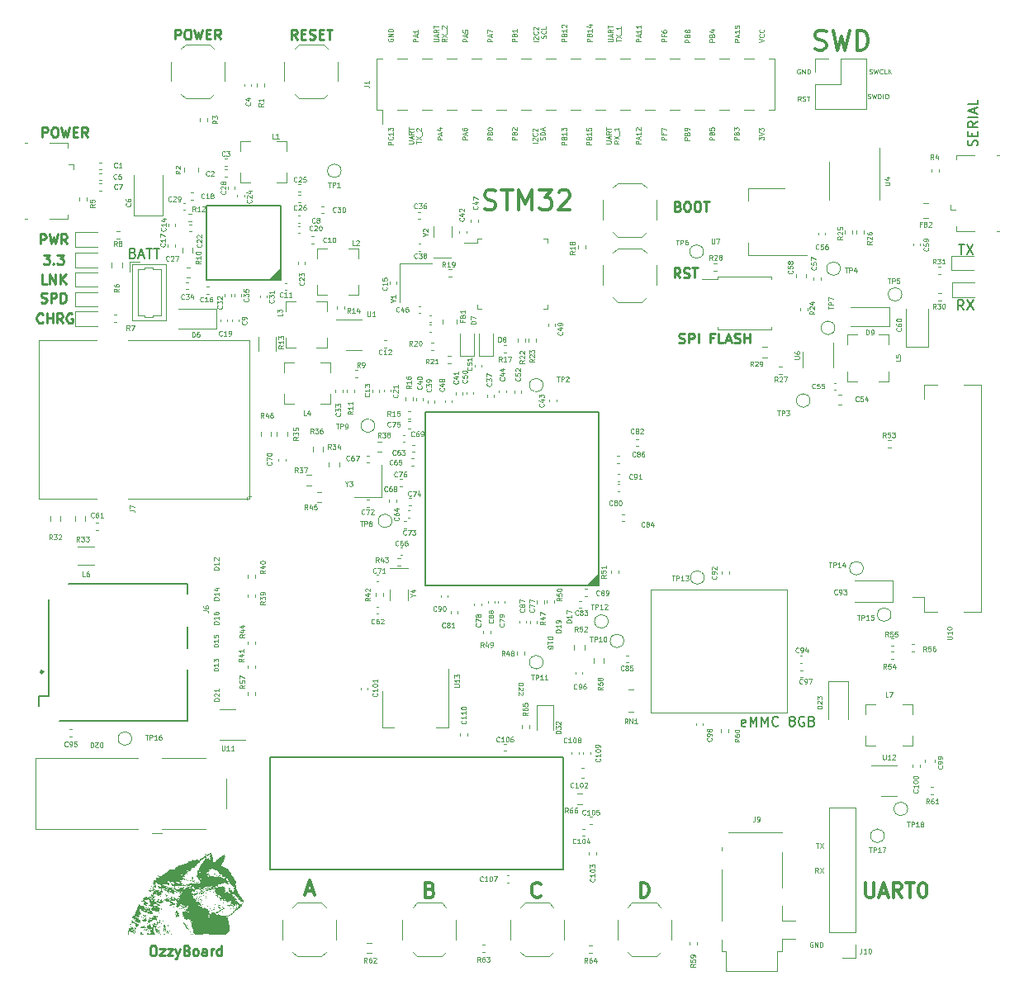
<source format=gbr>
%TF.GenerationSoftware,KiCad,Pcbnew,(6.0.8)*%
%TF.CreationDate,2023-03-24T20:25:01-04:00*%
%TF.ProjectId,lb_mp1,6c625f6d-7031-42e6-9b69-6361645f7063,rev?*%
%TF.SameCoordinates,Original*%
%TF.FileFunction,Legend,Top*%
%TF.FilePolarity,Positive*%
%FSLAX46Y46*%
G04 Gerber Fmt 4.6, Leading zero omitted, Abs format (unit mm)*
G04 Created by KiCad (PCBNEW (6.0.8)) date 2023-03-24 20:25:02*
%MOMM*%
%LPD*%
G01*
G04 APERTURE LIST*
%ADD10C,0.250000*%
%ADD11C,0.200000*%
%ADD12C,0.125000*%
%ADD13C,0.300000*%
%ADD14C,0.150000*%
%ADD15C,0.350000*%
%ADD16C,0.120000*%
%ADD17C,0.127000*%
G04 APERTURE END LIST*
D10*
X112547619Y-142452380D02*
X112738095Y-142452380D01*
X112833333Y-142500000D01*
X112928571Y-142595238D01*
X112976190Y-142785714D01*
X112976190Y-143119047D01*
X112928571Y-143309523D01*
X112833333Y-143404761D01*
X112738095Y-143452380D01*
X112547619Y-143452380D01*
X112452380Y-143404761D01*
X112357142Y-143309523D01*
X112309523Y-143119047D01*
X112309523Y-142785714D01*
X112357142Y-142595238D01*
X112452380Y-142500000D01*
X112547619Y-142452380D01*
X113309523Y-142785714D02*
X113833333Y-142785714D01*
X113309523Y-143452380D01*
X113833333Y-143452380D01*
X114119047Y-142785714D02*
X114642857Y-142785714D01*
X114119047Y-143452380D01*
X114642857Y-143452380D01*
X114928571Y-142785714D02*
X115166666Y-143452380D01*
X115404761Y-142785714D02*
X115166666Y-143452380D01*
X115071428Y-143690476D01*
X115023809Y-143738095D01*
X114928571Y-143785714D01*
X116119047Y-142928571D02*
X116261904Y-142976190D01*
X116309523Y-143023809D01*
X116357142Y-143119047D01*
X116357142Y-143261904D01*
X116309523Y-143357142D01*
X116261904Y-143404761D01*
X116166666Y-143452380D01*
X115785714Y-143452380D01*
X115785714Y-142452380D01*
X116119047Y-142452380D01*
X116214285Y-142500000D01*
X116261904Y-142547619D01*
X116309523Y-142642857D01*
X116309523Y-142738095D01*
X116261904Y-142833333D01*
X116214285Y-142880952D01*
X116119047Y-142928571D01*
X115785714Y-142928571D01*
X116928571Y-143452380D02*
X116833333Y-143404761D01*
X116785714Y-143357142D01*
X116738095Y-143261904D01*
X116738095Y-142976190D01*
X116785714Y-142880952D01*
X116833333Y-142833333D01*
X116928571Y-142785714D01*
X117071428Y-142785714D01*
X117166666Y-142833333D01*
X117214285Y-142880952D01*
X117261904Y-142976190D01*
X117261904Y-143261904D01*
X117214285Y-143357142D01*
X117166666Y-143404761D01*
X117071428Y-143452380D01*
X116928571Y-143452380D01*
X118119047Y-143452380D02*
X118119047Y-142928571D01*
X118071428Y-142833333D01*
X117976190Y-142785714D01*
X117785714Y-142785714D01*
X117690476Y-142833333D01*
X118119047Y-143404761D02*
X118023809Y-143452380D01*
X117785714Y-143452380D01*
X117690476Y-143404761D01*
X117642857Y-143309523D01*
X117642857Y-143214285D01*
X117690476Y-143119047D01*
X117785714Y-143071428D01*
X118023809Y-143071428D01*
X118119047Y-143023809D01*
X118595238Y-143452380D02*
X118595238Y-142785714D01*
X118595238Y-142976190D02*
X118642857Y-142880952D01*
X118690476Y-142833333D01*
X118785714Y-142785714D01*
X118880952Y-142785714D01*
X119642857Y-143452380D02*
X119642857Y-142452380D01*
X119642857Y-143404761D02*
X119547619Y-143452380D01*
X119357142Y-143452380D01*
X119261904Y-143404761D01*
X119214285Y-143357142D01*
X119166666Y-143261904D01*
X119166666Y-142976190D01*
X119214285Y-142880952D01*
X119261904Y-142833333D01*
X119357142Y-142785714D01*
X119547619Y-142785714D01*
X119642857Y-142833333D01*
D11*
X124600000Y-123100000D02*
X154650000Y-123100000D01*
X154650000Y-123100000D02*
X154650000Y-134600000D01*
X154650000Y-134600000D02*
X124600000Y-134600000D01*
X124600000Y-134600000D02*
X124600000Y-123100000D01*
D12*
X157556190Y-60307142D02*
X157056190Y-60307142D01*
X157056190Y-60116666D01*
X157080000Y-60069047D01*
X157103809Y-60045238D01*
X157151428Y-60021428D01*
X157222857Y-60021428D01*
X157270476Y-60045238D01*
X157294285Y-60069047D01*
X157318095Y-60116666D01*
X157318095Y-60307142D01*
X157294285Y-59640476D02*
X157318095Y-59569047D01*
X157341904Y-59545238D01*
X157389523Y-59521428D01*
X157460952Y-59521428D01*
X157508571Y-59545238D01*
X157532380Y-59569047D01*
X157556190Y-59616666D01*
X157556190Y-59807142D01*
X157056190Y-59807142D01*
X157056190Y-59640476D01*
X157080000Y-59592857D01*
X157103809Y-59569047D01*
X157151428Y-59545238D01*
X157199047Y-59545238D01*
X157246666Y-59569047D01*
X157270476Y-59592857D01*
X157294285Y-59640476D01*
X157294285Y-59807142D01*
X157556190Y-59045238D02*
X157556190Y-59330952D01*
X157556190Y-59188095D02*
X157056190Y-59188095D01*
X157127619Y-59235714D01*
X157175238Y-59283333D01*
X157199047Y-59330952D01*
X157056190Y-58592857D02*
X157056190Y-58830952D01*
X157294285Y-58854761D01*
X157270476Y-58830952D01*
X157246666Y-58783333D01*
X157246666Y-58664285D01*
X157270476Y-58616666D01*
X157294285Y-58592857D01*
X157341904Y-58569047D01*
X157460952Y-58569047D01*
X157508571Y-58592857D01*
X157532380Y-58616666D01*
X157556190Y-58664285D01*
X157556190Y-58783333D01*
X157532380Y-58830952D01*
X157508571Y-58854761D01*
X170176190Y-49759047D02*
X169676190Y-49759047D01*
X169676190Y-49568571D01*
X169700000Y-49520952D01*
X169723809Y-49497142D01*
X169771428Y-49473333D01*
X169842857Y-49473333D01*
X169890476Y-49497142D01*
X169914285Y-49520952D01*
X169938095Y-49568571D01*
X169938095Y-49759047D01*
X169914285Y-49092380D02*
X169938095Y-49020952D01*
X169961904Y-48997142D01*
X170009523Y-48973333D01*
X170080952Y-48973333D01*
X170128571Y-48997142D01*
X170152380Y-49020952D01*
X170176190Y-49068571D01*
X170176190Y-49259047D01*
X169676190Y-49259047D01*
X169676190Y-49092380D01*
X169700000Y-49044761D01*
X169723809Y-49020952D01*
X169771428Y-48997142D01*
X169819047Y-48997142D01*
X169866666Y-49020952D01*
X169890476Y-49044761D01*
X169914285Y-49092380D01*
X169914285Y-49259047D01*
X169842857Y-48544761D02*
X170176190Y-48544761D01*
X169652380Y-48663809D02*
X170009523Y-48782857D01*
X170009523Y-48473333D01*
X155026190Y-49727142D02*
X154526190Y-49727142D01*
X154526190Y-49536666D01*
X154550000Y-49489047D01*
X154573809Y-49465238D01*
X154621428Y-49441428D01*
X154692857Y-49441428D01*
X154740476Y-49465238D01*
X154764285Y-49489047D01*
X154788095Y-49536666D01*
X154788095Y-49727142D01*
X154764285Y-49060476D02*
X154788095Y-48989047D01*
X154811904Y-48965238D01*
X154859523Y-48941428D01*
X154930952Y-48941428D01*
X154978571Y-48965238D01*
X155002380Y-48989047D01*
X155026190Y-49036666D01*
X155026190Y-49227142D01*
X154526190Y-49227142D01*
X154526190Y-49060476D01*
X154550000Y-49012857D01*
X154573809Y-48989047D01*
X154621428Y-48965238D01*
X154669047Y-48965238D01*
X154716666Y-48989047D01*
X154740476Y-49012857D01*
X154764285Y-49060476D01*
X154764285Y-49227142D01*
X155026190Y-48465238D02*
X155026190Y-48750952D01*
X155026190Y-48608095D02*
X154526190Y-48608095D01*
X154597619Y-48655714D01*
X154645238Y-48703333D01*
X154669047Y-48750952D01*
X154573809Y-48274761D02*
X154550000Y-48250952D01*
X154526190Y-48203333D01*
X154526190Y-48084285D01*
X154550000Y-48036666D01*
X154573809Y-48012857D01*
X154621428Y-47989047D01*
X154669047Y-47989047D01*
X154740476Y-48012857D01*
X155026190Y-48298571D01*
X155026190Y-47989047D01*
X172686190Y-59819047D02*
X172186190Y-59819047D01*
X172186190Y-59628571D01*
X172210000Y-59580952D01*
X172233809Y-59557142D01*
X172281428Y-59533333D01*
X172352857Y-59533333D01*
X172400476Y-59557142D01*
X172424285Y-59580952D01*
X172448095Y-59628571D01*
X172448095Y-59819047D01*
X172424285Y-59152380D02*
X172448095Y-59080952D01*
X172471904Y-59057142D01*
X172519523Y-59033333D01*
X172590952Y-59033333D01*
X172638571Y-59057142D01*
X172662380Y-59080952D01*
X172686190Y-59128571D01*
X172686190Y-59319047D01*
X172186190Y-59319047D01*
X172186190Y-59152380D01*
X172210000Y-59104761D01*
X172233809Y-59080952D01*
X172281428Y-59057142D01*
X172329047Y-59057142D01*
X172376666Y-59080952D01*
X172400476Y-59104761D01*
X172424285Y-59152380D01*
X172424285Y-59319047D01*
X172186190Y-58866666D02*
X172186190Y-58557142D01*
X172376666Y-58723809D01*
X172376666Y-58652380D01*
X172400476Y-58604761D01*
X172424285Y-58580952D01*
X172471904Y-58557142D01*
X172590952Y-58557142D01*
X172638571Y-58580952D01*
X172662380Y-58604761D01*
X172686190Y-58652380D01*
X172686190Y-58795238D01*
X172662380Y-58842857D01*
X172638571Y-58866666D01*
X142276190Y-59773333D02*
X141776190Y-59773333D01*
X141776190Y-59582857D01*
X141800000Y-59535238D01*
X141823809Y-59511428D01*
X141871428Y-59487619D01*
X141942857Y-59487619D01*
X141990476Y-59511428D01*
X142014285Y-59535238D01*
X142038095Y-59582857D01*
X142038095Y-59773333D01*
X142133333Y-59297142D02*
X142133333Y-59059047D01*
X142276190Y-59344761D02*
X141776190Y-59178095D01*
X142276190Y-59011428D01*
X141942857Y-58630476D02*
X142276190Y-58630476D01*
X141752380Y-58749523D02*
X142109523Y-58868571D01*
X142109523Y-58559047D01*
X152023690Y-60126190D02*
X151523690Y-60126190D01*
X151571309Y-59911904D02*
X151547500Y-59888095D01*
X151523690Y-59840476D01*
X151523690Y-59721428D01*
X151547500Y-59673809D01*
X151571309Y-59650000D01*
X151618928Y-59626190D01*
X151666547Y-59626190D01*
X151737976Y-59650000D01*
X152023690Y-59935714D01*
X152023690Y-59626190D01*
X151976071Y-59126190D02*
X151999880Y-59150000D01*
X152023690Y-59221428D01*
X152023690Y-59269047D01*
X151999880Y-59340476D01*
X151952261Y-59388095D01*
X151904642Y-59411904D01*
X151809404Y-59435714D01*
X151737976Y-59435714D01*
X151642738Y-59411904D01*
X151595119Y-59388095D01*
X151547500Y-59340476D01*
X151523690Y-59269047D01*
X151523690Y-59221428D01*
X151547500Y-59150000D01*
X151571309Y-59126190D01*
X151571309Y-58935714D02*
X151547500Y-58911904D01*
X151523690Y-58864285D01*
X151523690Y-58745238D01*
X151547500Y-58697619D01*
X151571309Y-58673809D01*
X151618928Y-58650000D01*
X151666547Y-58650000D01*
X151737976Y-58673809D01*
X152023690Y-58959523D01*
X152023690Y-58650000D01*
X152804880Y-59816666D02*
X152828690Y-59745238D01*
X152828690Y-59626190D01*
X152804880Y-59578571D01*
X152781071Y-59554761D01*
X152733452Y-59530952D01*
X152685833Y-59530952D01*
X152638214Y-59554761D01*
X152614404Y-59578571D01*
X152590595Y-59626190D01*
X152566785Y-59721428D01*
X152542976Y-59769047D01*
X152519166Y-59792857D01*
X152471547Y-59816666D01*
X152423928Y-59816666D01*
X152376309Y-59792857D01*
X152352500Y-59769047D01*
X152328690Y-59721428D01*
X152328690Y-59602380D01*
X152352500Y-59530952D01*
X152828690Y-59316666D02*
X152328690Y-59316666D01*
X152328690Y-59197619D01*
X152352500Y-59126190D01*
X152400119Y-59078571D01*
X152447738Y-59054761D01*
X152542976Y-59030952D01*
X152614404Y-59030952D01*
X152709642Y-59054761D01*
X152757261Y-59078571D01*
X152804880Y-59126190D01*
X152828690Y-59197619D01*
X152828690Y-59316666D01*
X152685833Y-58840476D02*
X152685833Y-58602380D01*
X152828690Y-58888095D02*
X152328690Y-58721428D01*
X152828690Y-58554761D01*
X180816666Y-134966190D02*
X180650000Y-134728095D01*
X180530952Y-134966190D02*
X180530952Y-134466190D01*
X180721428Y-134466190D01*
X180769047Y-134490000D01*
X180792857Y-134513809D01*
X180816666Y-134561428D01*
X180816666Y-134632857D01*
X180792857Y-134680476D01*
X180769047Y-134704285D01*
X180721428Y-134728095D01*
X180530952Y-134728095D01*
X180983333Y-134466190D02*
X181316666Y-134966190D01*
X181316666Y-134466190D02*
X180983333Y-134966190D01*
X159283690Y-49737619D02*
X159688452Y-49737619D01*
X159736071Y-49713809D01*
X159759880Y-49690000D01*
X159783690Y-49642380D01*
X159783690Y-49547142D01*
X159759880Y-49499523D01*
X159736071Y-49475714D01*
X159688452Y-49451904D01*
X159283690Y-49451904D01*
X159640833Y-49237619D02*
X159640833Y-48999523D01*
X159783690Y-49285238D02*
X159283690Y-49118571D01*
X159783690Y-48951904D01*
X159783690Y-48499523D02*
X159545595Y-48666190D01*
X159783690Y-48785238D02*
X159283690Y-48785238D01*
X159283690Y-48594761D01*
X159307500Y-48547142D01*
X159331309Y-48523333D01*
X159378928Y-48499523D01*
X159450357Y-48499523D01*
X159497976Y-48523333D01*
X159521785Y-48547142D01*
X159545595Y-48594761D01*
X159545595Y-48785238D01*
X159283690Y-48356666D02*
X159283690Y-48070952D01*
X159783690Y-48213809D02*
X159283690Y-48213809D01*
X160088690Y-49749523D02*
X160088690Y-49463809D01*
X160588690Y-49606666D02*
X160088690Y-49606666D01*
X160088690Y-49344761D02*
X160588690Y-49011428D01*
X160088690Y-49011428D02*
X160588690Y-49344761D01*
X160636309Y-48940000D02*
X160636309Y-48559047D01*
X160588690Y-48178095D02*
X160588690Y-48463809D01*
X160588690Y-48320952D02*
X160088690Y-48320952D01*
X160160119Y-48368571D01*
X160207738Y-48416190D01*
X160231547Y-48463809D01*
X170166190Y-59819047D02*
X169666190Y-59819047D01*
X169666190Y-59628571D01*
X169690000Y-59580952D01*
X169713809Y-59557142D01*
X169761428Y-59533333D01*
X169832857Y-59533333D01*
X169880476Y-59557142D01*
X169904285Y-59580952D01*
X169928095Y-59628571D01*
X169928095Y-59819047D01*
X169904285Y-59152380D02*
X169928095Y-59080952D01*
X169951904Y-59057142D01*
X169999523Y-59033333D01*
X170070952Y-59033333D01*
X170118571Y-59057142D01*
X170142380Y-59080952D01*
X170166190Y-59128571D01*
X170166190Y-59319047D01*
X169666190Y-59319047D01*
X169666190Y-59152380D01*
X169690000Y-59104761D01*
X169713809Y-59080952D01*
X169761428Y-59057142D01*
X169809047Y-59057142D01*
X169856666Y-59080952D01*
X169880476Y-59104761D01*
X169904285Y-59152380D01*
X169904285Y-59319047D01*
X169666190Y-58580952D02*
X169666190Y-58819047D01*
X169904285Y-58842857D01*
X169880476Y-58819047D01*
X169856666Y-58771428D01*
X169856666Y-58652380D01*
X169880476Y-58604761D01*
X169904285Y-58580952D01*
X169951904Y-58557142D01*
X170070952Y-58557142D01*
X170118571Y-58580952D01*
X170142380Y-58604761D01*
X170166190Y-58652380D01*
X170166190Y-58771428D01*
X170142380Y-58819047D01*
X170118571Y-58842857D01*
X174786190Y-49776666D02*
X175286190Y-49610000D01*
X174786190Y-49443333D01*
X175238571Y-48990952D02*
X175262380Y-49014761D01*
X175286190Y-49086190D01*
X175286190Y-49133809D01*
X175262380Y-49205238D01*
X175214761Y-49252857D01*
X175167142Y-49276666D01*
X175071904Y-49300476D01*
X175000476Y-49300476D01*
X174905238Y-49276666D01*
X174857619Y-49252857D01*
X174810000Y-49205238D01*
X174786190Y-49133809D01*
X174786190Y-49086190D01*
X174810000Y-49014761D01*
X174833809Y-48990952D01*
X175238571Y-48490952D02*
X175262380Y-48514761D01*
X175286190Y-48586190D01*
X175286190Y-48633809D01*
X175262380Y-48705238D01*
X175214761Y-48752857D01*
X175167142Y-48776666D01*
X175071904Y-48800476D01*
X175000476Y-48800476D01*
X174905238Y-48776666D01*
X174857619Y-48752857D01*
X174810000Y-48705238D01*
X174786190Y-48633809D01*
X174786190Y-48586190D01*
X174810000Y-48514761D01*
X174833809Y-48490952D01*
D13*
X185692857Y-135978571D02*
X185692857Y-137192857D01*
X185764285Y-137335714D01*
X185835714Y-137407142D01*
X185978571Y-137478571D01*
X186264285Y-137478571D01*
X186407142Y-137407142D01*
X186478571Y-137335714D01*
X186550000Y-137192857D01*
X186550000Y-135978571D01*
X187192857Y-137050000D02*
X187907142Y-137050000D01*
X187050000Y-137478571D02*
X187550000Y-135978571D01*
X188050000Y-137478571D01*
X189407142Y-137478571D02*
X188907142Y-136764285D01*
X188550000Y-137478571D02*
X188550000Y-135978571D01*
X189121428Y-135978571D01*
X189264285Y-136050000D01*
X189335714Y-136121428D01*
X189407142Y-136264285D01*
X189407142Y-136478571D01*
X189335714Y-136621428D01*
X189264285Y-136692857D01*
X189121428Y-136764285D01*
X188550000Y-136764285D01*
X189835714Y-135978571D02*
X190692857Y-135978571D01*
X190264285Y-137478571D02*
X190264285Y-135978571D01*
X191478571Y-135978571D02*
X191621428Y-135978571D01*
X191764285Y-136050000D01*
X191835714Y-136121428D01*
X191907142Y-136264285D01*
X191978571Y-136550000D01*
X191978571Y-136907142D01*
X191907142Y-137192857D01*
X191835714Y-137335714D01*
X191764285Y-137407142D01*
X191621428Y-137478571D01*
X191478571Y-137478571D01*
X191335714Y-137407142D01*
X191264285Y-137335714D01*
X191192857Y-137192857D01*
X191121428Y-136907142D01*
X191121428Y-136550000D01*
X191192857Y-136264285D01*
X191264285Y-136121428D01*
X191335714Y-136050000D01*
X191478571Y-135978571D01*
D12*
X149926190Y-49739047D02*
X149426190Y-49739047D01*
X149426190Y-49548571D01*
X149450000Y-49500952D01*
X149473809Y-49477142D01*
X149521428Y-49453333D01*
X149592857Y-49453333D01*
X149640476Y-49477142D01*
X149664285Y-49500952D01*
X149688095Y-49548571D01*
X149688095Y-49739047D01*
X149664285Y-49072380D02*
X149688095Y-49000952D01*
X149711904Y-48977142D01*
X149759523Y-48953333D01*
X149830952Y-48953333D01*
X149878571Y-48977142D01*
X149902380Y-49000952D01*
X149926190Y-49048571D01*
X149926190Y-49239047D01*
X149426190Y-49239047D01*
X149426190Y-49072380D01*
X149450000Y-49024761D01*
X149473809Y-49000952D01*
X149521428Y-48977142D01*
X149569047Y-48977142D01*
X149616666Y-49000952D01*
X149640476Y-49024761D01*
X149664285Y-49072380D01*
X149664285Y-49239047D01*
X149926190Y-48477142D02*
X149926190Y-48762857D01*
X149926190Y-48620000D02*
X149426190Y-48620000D01*
X149497619Y-48667619D01*
X149545238Y-48715238D01*
X149569047Y-48762857D01*
X141423690Y-49737619D02*
X141828452Y-49737619D01*
X141876071Y-49713809D01*
X141899880Y-49690000D01*
X141923690Y-49642380D01*
X141923690Y-49547142D01*
X141899880Y-49499523D01*
X141876071Y-49475714D01*
X141828452Y-49451904D01*
X141423690Y-49451904D01*
X141780833Y-49237619D02*
X141780833Y-48999523D01*
X141923690Y-49285238D02*
X141423690Y-49118571D01*
X141923690Y-48951904D01*
X141923690Y-48499523D02*
X141685595Y-48666190D01*
X141923690Y-48785238D02*
X141423690Y-48785238D01*
X141423690Y-48594761D01*
X141447500Y-48547142D01*
X141471309Y-48523333D01*
X141518928Y-48499523D01*
X141590357Y-48499523D01*
X141637976Y-48523333D01*
X141661785Y-48547142D01*
X141685595Y-48594761D01*
X141685595Y-48785238D01*
X141423690Y-48356666D02*
X141423690Y-48070952D01*
X141923690Y-48213809D02*
X141423690Y-48213809D01*
X142728690Y-49451904D02*
X142490595Y-49618571D01*
X142728690Y-49737619D02*
X142228690Y-49737619D01*
X142228690Y-49547142D01*
X142252500Y-49499523D01*
X142276309Y-49475714D01*
X142323928Y-49451904D01*
X142395357Y-49451904D01*
X142442976Y-49475714D01*
X142466785Y-49499523D01*
X142490595Y-49547142D01*
X142490595Y-49737619D01*
X142228690Y-49285238D02*
X142728690Y-48951904D01*
X142228690Y-48951904D02*
X142728690Y-49285238D01*
X142776309Y-48880476D02*
X142776309Y-48499523D01*
X142276309Y-48404285D02*
X142252500Y-48380476D01*
X142228690Y-48332857D01*
X142228690Y-48213809D01*
X142252500Y-48166190D01*
X142276309Y-48142380D01*
X142323928Y-48118571D01*
X142371547Y-48118571D01*
X142442976Y-48142380D01*
X142728690Y-48428095D01*
X142728690Y-48118571D01*
X180579047Y-131956190D02*
X180864761Y-131956190D01*
X180721904Y-132456190D02*
X180721904Y-131956190D01*
X180983809Y-131956190D02*
X181317142Y-132456190D01*
X181317142Y-131956190D02*
X180983809Y-132456190D01*
X144896190Y-49733333D02*
X144396190Y-49733333D01*
X144396190Y-49542857D01*
X144420000Y-49495238D01*
X144443809Y-49471428D01*
X144491428Y-49447619D01*
X144562857Y-49447619D01*
X144610476Y-49471428D01*
X144634285Y-49495238D01*
X144658095Y-49542857D01*
X144658095Y-49733333D01*
X144753333Y-49257142D02*
X144753333Y-49019047D01*
X144896190Y-49304761D02*
X144396190Y-49138095D01*
X144896190Y-48971428D01*
X144396190Y-48566666D02*
X144396190Y-48804761D01*
X144634285Y-48828571D01*
X144610476Y-48804761D01*
X144586666Y-48757142D01*
X144586666Y-48638095D01*
X144610476Y-48590476D01*
X144634285Y-48566666D01*
X144681904Y-48542857D01*
X144800952Y-48542857D01*
X144848571Y-48566666D01*
X144872380Y-48590476D01*
X144896190Y-48638095D01*
X144896190Y-48757142D01*
X144872380Y-48804761D01*
X144848571Y-48828571D01*
X167666190Y-49789047D02*
X167166190Y-49789047D01*
X167166190Y-49598571D01*
X167190000Y-49550952D01*
X167213809Y-49527142D01*
X167261428Y-49503333D01*
X167332857Y-49503333D01*
X167380476Y-49527142D01*
X167404285Y-49550952D01*
X167428095Y-49598571D01*
X167428095Y-49789047D01*
X167404285Y-49122380D02*
X167428095Y-49050952D01*
X167451904Y-49027142D01*
X167499523Y-49003333D01*
X167570952Y-49003333D01*
X167618571Y-49027142D01*
X167642380Y-49050952D01*
X167666190Y-49098571D01*
X167666190Y-49289047D01*
X167166190Y-49289047D01*
X167166190Y-49122380D01*
X167190000Y-49074761D01*
X167213809Y-49050952D01*
X167261428Y-49027142D01*
X167309047Y-49027142D01*
X167356666Y-49050952D01*
X167380476Y-49074761D01*
X167404285Y-49122380D01*
X167404285Y-49289047D01*
X167380476Y-48717619D02*
X167356666Y-48765238D01*
X167332857Y-48789047D01*
X167285238Y-48812857D01*
X167261428Y-48812857D01*
X167213809Y-48789047D01*
X167190000Y-48765238D01*
X167166190Y-48717619D01*
X167166190Y-48622380D01*
X167190000Y-48574761D01*
X167213809Y-48550952D01*
X167261428Y-48527142D01*
X167285238Y-48527142D01*
X167332857Y-48550952D01*
X167356666Y-48574761D01*
X167380476Y-48622380D01*
X167380476Y-48717619D01*
X167404285Y-48765238D01*
X167428095Y-48789047D01*
X167475714Y-48812857D01*
X167570952Y-48812857D01*
X167618571Y-48789047D01*
X167642380Y-48765238D01*
X167666190Y-48717619D01*
X167666190Y-48622380D01*
X167642380Y-48574761D01*
X167618571Y-48550952D01*
X167570952Y-48527142D01*
X167475714Y-48527142D01*
X167428095Y-48550952D01*
X167404285Y-48574761D01*
X167380476Y-48622380D01*
X155006190Y-60307142D02*
X154506190Y-60307142D01*
X154506190Y-60116666D01*
X154530000Y-60069047D01*
X154553809Y-60045238D01*
X154601428Y-60021428D01*
X154672857Y-60021428D01*
X154720476Y-60045238D01*
X154744285Y-60069047D01*
X154768095Y-60116666D01*
X154768095Y-60307142D01*
X154744285Y-59640476D02*
X154768095Y-59569047D01*
X154791904Y-59545238D01*
X154839523Y-59521428D01*
X154910952Y-59521428D01*
X154958571Y-59545238D01*
X154982380Y-59569047D01*
X155006190Y-59616666D01*
X155006190Y-59807142D01*
X154506190Y-59807142D01*
X154506190Y-59640476D01*
X154530000Y-59592857D01*
X154553809Y-59569047D01*
X154601428Y-59545238D01*
X154649047Y-59545238D01*
X154696666Y-59569047D01*
X154720476Y-59592857D01*
X154744285Y-59640476D01*
X154744285Y-59807142D01*
X155006190Y-59045238D02*
X155006190Y-59330952D01*
X155006190Y-59188095D02*
X154506190Y-59188095D01*
X154577619Y-59235714D01*
X154625238Y-59283333D01*
X154649047Y-59330952D01*
X154506190Y-58878571D02*
X154506190Y-58569047D01*
X154696666Y-58735714D01*
X154696666Y-58664285D01*
X154720476Y-58616666D01*
X154744285Y-58592857D01*
X154791904Y-58569047D01*
X154910952Y-58569047D01*
X154958571Y-58592857D01*
X154982380Y-58616666D01*
X155006190Y-58664285D01*
X155006190Y-58807142D01*
X154982380Y-58854761D01*
X154958571Y-58878571D01*
X174746190Y-59829047D02*
X174746190Y-59519523D01*
X174936666Y-59686190D01*
X174936666Y-59614761D01*
X174960476Y-59567142D01*
X174984285Y-59543333D01*
X175031904Y-59519523D01*
X175150952Y-59519523D01*
X175198571Y-59543333D01*
X175222380Y-59567142D01*
X175246190Y-59614761D01*
X175246190Y-59757619D01*
X175222380Y-59805238D01*
X175198571Y-59829047D01*
X174746190Y-59376666D02*
X175246190Y-59210000D01*
X174746190Y-59043333D01*
X174746190Y-58924285D02*
X174746190Y-58614761D01*
X174936666Y-58781428D01*
X174936666Y-58710000D01*
X174960476Y-58662380D01*
X174984285Y-58638571D01*
X175031904Y-58614761D01*
X175150952Y-58614761D01*
X175198571Y-58638571D01*
X175222380Y-58662380D01*
X175246190Y-58710000D01*
X175246190Y-58852857D01*
X175222380Y-58900476D01*
X175198571Y-58924285D01*
X167616190Y-59839047D02*
X167116190Y-59839047D01*
X167116190Y-59648571D01*
X167140000Y-59600952D01*
X167163809Y-59577142D01*
X167211428Y-59553333D01*
X167282857Y-59553333D01*
X167330476Y-59577142D01*
X167354285Y-59600952D01*
X167378095Y-59648571D01*
X167378095Y-59839047D01*
X167354285Y-59172380D02*
X167378095Y-59100952D01*
X167401904Y-59077142D01*
X167449523Y-59053333D01*
X167520952Y-59053333D01*
X167568571Y-59077142D01*
X167592380Y-59100952D01*
X167616190Y-59148571D01*
X167616190Y-59339047D01*
X167116190Y-59339047D01*
X167116190Y-59172380D01*
X167140000Y-59124761D01*
X167163809Y-59100952D01*
X167211428Y-59077142D01*
X167259047Y-59077142D01*
X167306666Y-59100952D01*
X167330476Y-59124761D01*
X167354285Y-59172380D01*
X167354285Y-59339047D01*
X167616190Y-58815238D02*
X167616190Y-58720000D01*
X167592380Y-58672380D01*
X167568571Y-58648571D01*
X167497142Y-58600952D01*
X167401904Y-58577142D01*
X167211428Y-58577142D01*
X167163809Y-58600952D01*
X167140000Y-58624761D01*
X167116190Y-58672380D01*
X167116190Y-58767619D01*
X167140000Y-58815238D01*
X167163809Y-58839047D01*
X167211428Y-58862857D01*
X167330476Y-58862857D01*
X167378095Y-58839047D01*
X167401904Y-58815238D01*
X167425714Y-58767619D01*
X167425714Y-58672380D01*
X167401904Y-58624761D01*
X167378095Y-58600952D01*
X167330476Y-58577142D01*
X159093690Y-60197619D02*
X159498452Y-60197619D01*
X159546071Y-60173809D01*
X159569880Y-60150000D01*
X159593690Y-60102380D01*
X159593690Y-60007142D01*
X159569880Y-59959523D01*
X159546071Y-59935714D01*
X159498452Y-59911904D01*
X159093690Y-59911904D01*
X159450833Y-59697619D02*
X159450833Y-59459523D01*
X159593690Y-59745238D02*
X159093690Y-59578571D01*
X159593690Y-59411904D01*
X159593690Y-58959523D02*
X159355595Y-59126190D01*
X159593690Y-59245238D02*
X159093690Y-59245238D01*
X159093690Y-59054761D01*
X159117500Y-59007142D01*
X159141309Y-58983333D01*
X159188928Y-58959523D01*
X159260357Y-58959523D01*
X159307976Y-58983333D01*
X159331785Y-59007142D01*
X159355595Y-59054761D01*
X159355595Y-59245238D01*
X159093690Y-58816666D02*
X159093690Y-58530952D01*
X159593690Y-58673809D02*
X159093690Y-58673809D01*
X160398690Y-59911904D02*
X160160595Y-60078571D01*
X160398690Y-60197619D02*
X159898690Y-60197619D01*
X159898690Y-60007142D01*
X159922500Y-59959523D01*
X159946309Y-59935714D01*
X159993928Y-59911904D01*
X160065357Y-59911904D01*
X160112976Y-59935714D01*
X160136785Y-59959523D01*
X160160595Y-60007142D01*
X160160595Y-60197619D01*
X159898690Y-59745238D02*
X160398690Y-59411904D01*
X159898690Y-59411904D02*
X160398690Y-59745238D01*
X160446309Y-59340476D02*
X160446309Y-58959523D01*
X160398690Y-58578571D02*
X160398690Y-58864285D01*
X160398690Y-58721428D02*
X159898690Y-58721428D01*
X159970119Y-58769047D01*
X160017738Y-58816666D01*
X160041547Y-58864285D01*
X139806190Y-49733333D02*
X139306190Y-49733333D01*
X139306190Y-49542857D01*
X139330000Y-49495238D01*
X139353809Y-49471428D01*
X139401428Y-49447619D01*
X139472857Y-49447619D01*
X139520476Y-49471428D01*
X139544285Y-49495238D01*
X139568095Y-49542857D01*
X139568095Y-49733333D01*
X139663333Y-49257142D02*
X139663333Y-49019047D01*
X139806190Y-49304761D02*
X139306190Y-49138095D01*
X139806190Y-48971428D01*
X139806190Y-48542857D02*
X139806190Y-48828571D01*
X139806190Y-48685714D02*
X139306190Y-48685714D01*
X139377619Y-48733333D01*
X139425238Y-48780952D01*
X139449047Y-48828571D01*
X178943047Y-52582000D02*
X178895428Y-52558190D01*
X178824000Y-52558190D01*
X178752571Y-52582000D01*
X178704952Y-52629619D01*
X178681142Y-52677238D01*
X178657333Y-52772476D01*
X178657333Y-52843904D01*
X178681142Y-52939142D01*
X178704952Y-52986761D01*
X178752571Y-53034380D01*
X178824000Y-53058190D01*
X178871619Y-53058190D01*
X178943047Y-53034380D01*
X178966857Y-53010571D01*
X178966857Y-52843904D01*
X178871619Y-52843904D01*
X179181142Y-53058190D02*
X179181142Y-52558190D01*
X179466857Y-53058190D01*
X179466857Y-52558190D01*
X179704952Y-53058190D02*
X179704952Y-52558190D01*
X179824000Y-52558190D01*
X179895428Y-52582000D01*
X179943047Y-52629619D01*
X179966857Y-52677238D01*
X179990666Y-52772476D01*
X179990666Y-52843904D01*
X179966857Y-52939142D01*
X179943047Y-52986761D01*
X179895428Y-53034380D01*
X179824000Y-53058190D01*
X179704952Y-53058190D01*
X179050190Y-55852190D02*
X178883523Y-55614095D01*
X178764476Y-55852190D02*
X178764476Y-55352190D01*
X178954952Y-55352190D01*
X179002571Y-55376000D01*
X179026380Y-55399809D01*
X179050190Y-55447428D01*
X179050190Y-55518857D01*
X179026380Y-55566476D01*
X179002571Y-55590285D01*
X178954952Y-55614095D01*
X178764476Y-55614095D01*
X179240666Y-55828380D02*
X179312095Y-55852190D01*
X179431142Y-55852190D01*
X179478761Y-55828380D01*
X179502571Y-55804571D01*
X179526380Y-55756952D01*
X179526380Y-55709333D01*
X179502571Y-55661714D01*
X179478761Y-55637904D01*
X179431142Y-55614095D01*
X179335904Y-55590285D01*
X179288285Y-55566476D01*
X179264476Y-55542666D01*
X179240666Y-55495047D01*
X179240666Y-55447428D01*
X179264476Y-55399809D01*
X179288285Y-55376000D01*
X179335904Y-55352190D01*
X179454952Y-55352190D01*
X179526380Y-55376000D01*
X179669238Y-55352190D02*
X179954952Y-55352190D01*
X179812095Y-55852190D02*
X179812095Y-55352190D01*
X165226190Y-59783333D02*
X164726190Y-59783333D01*
X164726190Y-59592857D01*
X164750000Y-59545238D01*
X164773809Y-59521428D01*
X164821428Y-59497619D01*
X164892857Y-59497619D01*
X164940476Y-59521428D01*
X164964285Y-59545238D01*
X164988095Y-59592857D01*
X164988095Y-59783333D01*
X164964285Y-59116666D02*
X164964285Y-59283333D01*
X165226190Y-59283333D02*
X164726190Y-59283333D01*
X164726190Y-59045238D01*
X164726190Y-58902380D02*
X164726190Y-58569047D01*
X165226190Y-58783333D01*
X147436190Y-49733333D02*
X146936190Y-49733333D01*
X146936190Y-49542857D01*
X146960000Y-49495238D01*
X146983809Y-49471428D01*
X147031428Y-49447619D01*
X147102857Y-49447619D01*
X147150476Y-49471428D01*
X147174285Y-49495238D01*
X147198095Y-49542857D01*
X147198095Y-49733333D01*
X147293333Y-49257142D02*
X147293333Y-49019047D01*
X147436190Y-49304761D02*
X146936190Y-49138095D01*
X147436190Y-48971428D01*
X146936190Y-48852380D02*
X146936190Y-48519047D01*
X147436190Y-48733333D01*
X138823690Y-60197619D02*
X139228452Y-60197619D01*
X139276071Y-60173809D01*
X139299880Y-60150000D01*
X139323690Y-60102380D01*
X139323690Y-60007142D01*
X139299880Y-59959523D01*
X139276071Y-59935714D01*
X139228452Y-59911904D01*
X138823690Y-59911904D01*
X139180833Y-59697619D02*
X139180833Y-59459523D01*
X139323690Y-59745238D02*
X138823690Y-59578571D01*
X139323690Y-59411904D01*
X139323690Y-58959523D02*
X139085595Y-59126190D01*
X139323690Y-59245238D02*
X138823690Y-59245238D01*
X138823690Y-59054761D01*
X138847500Y-59007142D01*
X138871309Y-58983333D01*
X138918928Y-58959523D01*
X138990357Y-58959523D01*
X139037976Y-58983333D01*
X139061785Y-59007142D01*
X139085595Y-59054761D01*
X139085595Y-59245238D01*
X138823690Y-58816666D02*
X138823690Y-58530952D01*
X139323690Y-58673809D02*
X138823690Y-58673809D01*
X139628690Y-60209523D02*
X139628690Y-59923809D01*
X140128690Y-60066666D02*
X139628690Y-60066666D01*
X139628690Y-59804761D02*
X140128690Y-59471428D01*
X139628690Y-59471428D02*
X140128690Y-59804761D01*
X140176309Y-59400000D02*
X140176309Y-59019047D01*
X139676309Y-58923809D02*
X139652500Y-58900000D01*
X139628690Y-58852380D01*
X139628690Y-58733333D01*
X139652500Y-58685714D01*
X139676309Y-58661904D01*
X139723928Y-58638095D01*
X139771547Y-58638095D01*
X139842976Y-58661904D01*
X140128690Y-58947619D01*
X140128690Y-58638095D01*
X172756190Y-49761428D02*
X172256190Y-49761428D01*
X172256190Y-49570952D01*
X172280000Y-49523333D01*
X172303809Y-49499523D01*
X172351428Y-49475714D01*
X172422857Y-49475714D01*
X172470476Y-49499523D01*
X172494285Y-49523333D01*
X172518095Y-49570952D01*
X172518095Y-49761428D01*
X172613333Y-49285238D02*
X172613333Y-49047142D01*
X172756190Y-49332857D02*
X172256190Y-49166190D01*
X172756190Y-48999523D01*
X172756190Y-48570952D02*
X172756190Y-48856666D01*
X172756190Y-48713809D02*
X172256190Y-48713809D01*
X172327619Y-48761428D01*
X172375238Y-48809047D01*
X172399047Y-48856666D01*
X172256190Y-48118571D02*
X172256190Y-48356666D01*
X172494285Y-48380476D01*
X172470476Y-48356666D01*
X172446666Y-48309047D01*
X172446666Y-48190000D01*
X172470476Y-48142380D01*
X172494285Y-48118571D01*
X172541904Y-48094761D01*
X172660952Y-48094761D01*
X172708571Y-48118571D01*
X172732380Y-48142380D01*
X172756190Y-48190000D01*
X172756190Y-48309047D01*
X172732380Y-48356666D01*
X172708571Y-48380476D01*
X152123690Y-49726190D02*
X151623690Y-49726190D01*
X151671309Y-49511904D02*
X151647500Y-49488095D01*
X151623690Y-49440476D01*
X151623690Y-49321428D01*
X151647500Y-49273809D01*
X151671309Y-49250000D01*
X151718928Y-49226190D01*
X151766547Y-49226190D01*
X151837976Y-49250000D01*
X152123690Y-49535714D01*
X152123690Y-49226190D01*
X152076071Y-48726190D02*
X152099880Y-48750000D01*
X152123690Y-48821428D01*
X152123690Y-48869047D01*
X152099880Y-48940476D01*
X152052261Y-48988095D01*
X152004642Y-49011904D01*
X151909404Y-49035714D01*
X151837976Y-49035714D01*
X151742738Y-49011904D01*
X151695119Y-48988095D01*
X151647500Y-48940476D01*
X151623690Y-48869047D01*
X151623690Y-48821428D01*
X151647500Y-48750000D01*
X151671309Y-48726190D01*
X151671309Y-48535714D02*
X151647500Y-48511904D01*
X151623690Y-48464285D01*
X151623690Y-48345238D01*
X151647500Y-48297619D01*
X151671309Y-48273809D01*
X151718928Y-48250000D01*
X151766547Y-48250000D01*
X151837976Y-48273809D01*
X152123690Y-48559523D01*
X152123690Y-48250000D01*
X152904880Y-49404761D02*
X152928690Y-49333333D01*
X152928690Y-49214285D01*
X152904880Y-49166666D01*
X152881071Y-49142857D01*
X152833452Y-49119047D01*
X152785833Y-49119047D01*
X152738214Y-49142857D01*
X152714404Y-49166666D01*
X152690595Y-49214285D01*
X152666785Y-49309523D01*
X152642976Y-49357142D01*
X152619166Y-49380952D01*
X152571547Y-49404761D01*
X152523928Y-49404761D01*
X152476309Y-49380952D01*
X152452500Y-49357142D01*
X152428690Y-49309523D01*
X152428690Y-49190476D01*
X152452500Y-49119047D01*
X152881071Y-48619047D02*
X152904880Y-48642857D01*
X152928690Y-48714285D01*
X152928690Y-48761904D01*
X152904880Y-48833333D01*
X152857261Y-48880952D01*
X152809642Y-48904761D01*
X152714404Y-48928571D01*
X152642976Y-48928571D01*
X152547738Y-48904761D01*
X152500119Y-48880952D01*
X152452500Y-48833333D01*
X152428690Y-48761904D01*
X152428690Y-48714285D01*
X152452500Y-48642857D01*
X152476309Y-48619047D01*
X152928690Y-48166666D02*
X152928690Y-48404761D01*
X152428690Y-48404761D01*
X162626190Y-60221428D02*
X162126190Y-60221428D01*
X162126190Y-60030952D01*
X162150000Y-59983333D01*
X162173809Y-59959523D01*
X162221428Y-59935714D01*
X162292857Y-59935714D01*
X162340476Y-59959523D01*
X162364285Y-59983333D01*
X162388095Y-60030952D01*
X162388095Y-60221428D01*
X162483333Y-59745238D02*
X162483333Y-59507142D01*
X162626190Y-59792857D02*
X162126190Y-59626190D01*
X162626190Y-59459523D01*
X162626190Y-59030952D02*
X162626190Y-59316666D01*
X162626190Y-59173809D02*
X162126190Y-59173809D01*
X162197619Y-59221428D01*
X162245238Y-59269047D01*
X162269047Y-59316666D01*
X162173809Y-58840476D02*
X162150000Y-58816666D01*
X162126190Y-58769047D01*
X162126190Y-58650000D01*
X162150000Y-58602380D01*
X162173809Y-58578571D01*
X162221428Y-58554761D01*
X162269047Y-58554761D01*
X162340476Y-58578571D01*
X162626190Y-58864285D01*
X162626190Y-58554761D01*
X180259047Y-142100000D02*
X180211428Y-142076190D01*
X180140000Y-142076190D01*
X180068571Y-142100000D01*
X180020952Y-142147619D01*
X179997142Y-142195238D01*
X179973333Y-142290476D01*
X179973333Y-142361904D01*
X179997142Y-142457142D01*
X180020952Y-142504761D01*
X180068571Y-142552380D01*
X180140000Y-142576190D01*
X180187619Y-142576190D01*
X180259047Y-142552380D01*
X180282857Y-142528571D01*
X180282857Y-142361904D01*
X180187619Y-142361904D01*
X180497142Y-142576190D02*
X180497142Y-142076190D01*
X180782857Y-142576190D01*
X180782857Y-142076190D01*
X181020952Y-142576190D02*
X181020952Y-142076190D01*
X181140000Y-142076190D01*
X181211428Y-142100000D01*
X181259047Y-142147619D01*
X181282857Y-142195238D01*
X181306666Y-142290476D01*
X181306666Y-142361904D01*
X181282857Y-142457142D01*
X181259047Y-142504761D01*
X181211428Y-142552380D01*
X181140000Y-142576190D01*
X181020952Y-142576190D01*
X162666190Y-49731428D02*
X162166190Y-49731428D01*
X162166190Y-49540952D01*
X162190000Y-49493333D01*
X162213809Y-49469523D01*
X162261428Y-49445714D01*
X162332857Y-49445714D01*
X162380476Y-49469523D01*
X162404285Y-49493333D01*
X162428095Y-49540952D01*
X162428095Y-49731428D01*
X162523333Y-49255238D02*
X162523333Y-49017142D01*
X162666190Y-49302857D02*
X162166190Y-49136190D01*
X162666190Y-48969523D01*
X162666190Y-48540952D02*
X162666190Y-48826666D01*
X162666190Y-48683809D02*
X162166190Y-48683809D01*
X162237619Y-48731428D01*
X162285238Y-48779047D01*
X162309047Y-48826666D01*
X162666190Y-48064761D02*
X162666190Y-48350476D01*
X162666190Y-48207619D02*
X162166190Y-48207619D01*
X162237619Y-48255238D01*
X162285238Y-48302857D01*
X162309047Y-48350476D01*
X185884476Y-55574380D02*
X185955904Y-55598190D01*
X186074952Y-55598190D01*
X186122571Y-55574380D01*
X186146380Y-55550571D01*
X186170190Y-55502952D01*
X186170190Y-55455333D01*
X186146380Y-55407714D01*
X186122571Y-55383904D01*
X186074952Y-55360095D01*
X185979714Y-55336285D01*
X185932095Y-55312476D01*
X185908285Y-55288666D01*
X185884476Y-55241047D01*
X185884476Y-55193428D01*
X185908285Y-55145809D01*
X185932095Y-55122000D01*
X185979714Y-55098190D01*
X186098761Y-55098190D01*
X186170190Y-55122000D01*
X186336857Y-55098190D02*
X186455904Y-55598190D01*
X186551142Y-55241047D01*
X186646380Y-55598190D01*
X186765428Y-55098190D01*
X186955904Y-55598190D02*
X186955904Y-55098190D01*
X187074952Y-55098190D01*
X187146380Y-55122000D01*
X187194000Y-55169619D01*
X187217809Y-55217238D01*
X187241619Y-55312476D01*
X187241619Y-55383904D01*
X187217809Y-55479142D01*
X187194000Y-55526761D01*
X187146380Y-55574380D01*
X187074952Y-55598190D01*
X186955904Y-55598190D01*
X187455904Y-55598190D02*
X187455904Y-55098190D01*
X187789238Y-55098190D02*
X187884476Y-55098190D01*
X187932095Y-55122000D01*
X187979714Y-55169619D01*
X188003523Y-55264857D01*
X188003523Y-55431523D01*
X187979714Y-55526761D01*
X187932095Y-55574380D01*
X187884476Y-55598190D01*
X187789238Y-55598190D01*
X187741619Y-55574380D01*
X187694000Y-55526761D01*
X187670190Y-55431523D01*
X187670190Y-55264857D01*
X187694000Y-55169619D01*
X187741619Y-55122000D01*
X187789238Y-55098190D01*
X144836190Y-59763333D02*
X144336190Y-59763333D01*
X144336190Y-59572857D01*
X144360000Y-59525238D01*
X144383809Y-59501428D01*
X144431428Y-59477619D01*
X144502857Y-59477619D01*
X144550476Y-59501428D01*
X144574285Y-59525238D01*
X144598095Y-59572857D01*
X144598095Y-59763333D01*
X144693333Y-59287142D02*
X144693333Y-59049047D01*
X144836190Y-59334761D02*
X144336190Y-59168095D01*
X144836190Y-59001428D01*
X144336190Y-58620476D02*
X144336190Y-58715714D01*
X144360000Y-58763333D01*
X144383809Y-58787142D01*
X144455238Y-58834761D01*
X144550476Y-58858571D01*
X144740952Y-58858571D01*
X144788571Y-58834761D01*
X144812380Y-58810952D01*
X144836190Y-58763333D01*
X144836190Y-58668095D01*
X144812380Y-58620476D01*
X144788571Y-58596666D01*
X144740952Y-58572857D01*
X144621904Y-58572857D01*
X144574285Y-58596666D01*
X144550476Y-58620476D01*
X144526666Y-58668095D01*
X144526666Y-58763333D01*
X144550476Y-58810952D01*
X144574285Y-58834761D01*
X144621904Y-58858571D01*
X136750000Y-49450952D02*
X136726190Y-49498571D01*
X136726190Y-49570000D01*
X136750000Y-49641428D01*
X136797619Y-49689047D01*
X136845238Y-49712857D01*
X136940476Y-49736666D01*
X137011904Y-49736666D01*
X137107142Y-49712857D01*
X137154761Y-49689047D01*
X137202380Y-49641428D01*
X137226190Y-49570000D01*
X137226190Y-49522380D01*
X137202380Y-49450952D01*
X137178571Y-49427142D01*
X137011904Y-49427142D01*
X137011904Y-49522380D01*
X137226190Y-49212857D02*
X136726190Y-49212857D01*
X137226190Y-48927142D01*
X136726190Y-48927142D01*
X137226190Y-48689047D02*
X136726190Y-48689047D01*
X136726190Y-48570000D01*
X136750000Y-48498571D01*
X136797619Y-48450952D01*
X136845238Y-48427142D01*
X136940476Y-48403333D01*
X137011904Y-48403333D01*
X137107142Y-48427142D01*
X137154761Y-48450952D01*
X137202380Y-48498571D01*
X137226190Y-48570000D01*
X137226190Y-48689047D01*
X157606190Y-49727142D02*
X157106190Y-49727142D01*
X157106190Y-49536666D01*
X157130000Y-49489047D01*
X157153809Y-49465238D01*
X157201428Y-49441428D01*
X157272857Y-49441428D01*
X157320476Y-49465238D01*
X157344285Y-49489047D01*
X157368095Y-49536666D01*
X157368095Y-49727142D01*
X157344285Y-49060476D02*
X157368095Y-48989047D01*
X157391904Y-48965238D01*
X157439523Y-48941428D01*
X157510952Y-48941428D01*
X157558571Y-48965238D01*
X157582380Y-48989047D01*
X157606190Y-49036666D01*
X157606190Y-49227142D01*
X157106190Y-49227142D01*
X157106190Y-49060476D01*
X157130000Y-49012857D01*
X157153809Y-48989047D01*
X157201428Y-48965238D01*
X157249047Y-48965238D01*
X157296666Y-48989047D01*
X157320476Y-49012857D01*
X157344285Y-49060476D01*
X157344285Y-49227142D01*
X157606190Y-48465238D02*
X157606190Y-48750952D01*
X157606190Y-48608095D02*
X157106190Y-48608095D01*
X157177619Y-48655714D01*
X157225238Y-48703333D01*
X157249047Y-48750952D01*
X157272857Y-48036666D02*
X157606190Y-48036666D01*
X157082380Y-48155714D02*
X157439523Y-48274761D01*
X157439523Y-47965238D01*
X186067047Y-53034380D02*
X186138476Y-53058190D01*
X186257523Y-53058190D01*
X186305142Y-53034380D01*
X186328952Y-53010571D01*
X186352761Y-52962952D01*
X186352761Y-52915333D01*
X186328952Y-52867714D01*
X186305142Y-52843904D01*
X186257523Y-52820095D01*
X186162285Y-52796285D01*
X186114666Y-52772476D01*
X186090857Y-52748666D01*
X186067047Y-52701047D01*
X186067047Y-52653428D01*
X186090857Y-52605809D01*
X186114666Y-52582000D01*
X186162285Y-52558190D01*
X186281333Y-52558190D01*
X186352761Y-52582000D01*
X186519428Y-52558190D02*
X186638476Y-53058190D01*
X186733714Y-52701047D01*
X186828952Y-53058190D01*
X186948000Y-52558190D01*
X187424190Y-53010571D02*
X187400380Y-53034380D01*
X187328952Y-53058190D01*
X187281333Y-53058190D01*
X187209904Y-53034380D01*
X187162285Y-52986761D01*
X187138476Y-52939142D01*
X187114666Y-52843904D01*
X187114666Y-52772476D01*
X187138476Y-52677238D01*
X187162285Y-52629619D01*
X187209904Y-52582000D01*
X187281333Y-52558190D01*
X187328952Y-52558190D01*
X187400380Y-52582000D01*
X187424190Y-52605809D01*
X187876571Y-53058190D02*
X187638476Y-53058190D01*
X187638476Y-52558190D01*
X188043238Y-53058190D02*
X188043238Y-52558190D01*
X188328952Y-53058190D02*
X188114666Y-52772476D01*
X188328952Y-52558190D02*
X188043238Y-52843904D01*
X147426190Y-59819047D02*
X146926190Y-59819047D01*
X146926190Y-59628571D01*
X146950000Y-59580952D01*
X146973809Y-59557142D01*
X147021428Y-59533333D01*
X147092857Y-59533333D01*
X147140476Y-59557142D01*
X147164285Y-59580952D01*
X147188095Y-59628571D01*
X147188095Y-59819047D01*
X147164285Y-59152380D02*
X147188095Y-59080952D01*
X147211904Y-59057142D01*
X147259523Y-59033333D01*
X147330952Y-59033333D01*
X147378571Y-59057142D01*
X147402380Y-59080952D01*
X147426190Y-59128571D01*
X147426190Y-59319047D01*
X146926190Y-59319047D01*
X146926190Y-59152380D01*
X146950000Y-59104761D01*
X146973809Y-59080952D01*
X147021428Y-59057142D01*
X147069047Y-59057142D01*
X147116666Y-59080952D01*
X147140476Y-59104761D01*
X147164285Y-59152380D01*
X147164285Y-59319047D01*
X146926190Y-58723809D02*
X146926190Y-58676190D01*
X146950000Y-58628571D01*
X146973809Y-58604761D01*
X147021428Y-58580952D01*
X147116666Y-58557142D01*
X147235714Y-58557142D01*
X147330952Y-58580952D01*
X147378571Y-58604761D01*
X147402380Y-58628571D01*
X147426190Y-58676190D01*
X147426190Y-58723809D01*
X147402380Y-58771428D01*
X147378571Y-58795238D01*
X147330952Y-58819047D01*
X147235714Y-58842857D01*
X147116666Y-58842857D01*
X147021428Y-58819047D01*
X146973809Y-58795238D01*
X146950000Y-58771428D01*
X146926190Y-58723809D01*
X165256190Y-49733333D02*
X164756190Y-49733333D01*
X164756190Y-49542857D01*
X164780000Y-49495238D01*
X164803809Y-49471428D01*
X164851428Y-49447619D01*
X164922857Y-49447619D01*
X164970476Y-49471428D01*
X164994285Y-49495238D01*
X165018095Y-49542857D01*
X165018095Y-49733333D01*
X164994285Y-49066666D02*
X164994285Y-49233333D01*
X165256190Y-49233333D02*
X164756190Y-49233333D01*
X164756190Y-48995238D01*
X164756190Y-48590476D02*
X164756190Y-48685714D01*
X164780000Y-48733333D01*
X164803809Y-48757142D01*
X164875238Y-48804761D01*
X164970476Y-48828571D01*
X165160952Y-48828571D01*
X165208571Y-48804761D01*
X165232380Y-48780952D01*
X165256190Y-48733333D01*
X165256190Y-48638095D01*
X165232380Y-48590476D01*
X165208571Y-48566666D01*
X165160952Y-48542857D01*
X165041904Y-48542857D01*
X164994285Y-48566666D01*
X164970476Y-48590476D01*
X164946666Y-48638095D01*
X164946666Y-48733333D01*
X164970476Y-48780952D01*
X164994285Y-48804761D01*
X165041904Y-48828571D01*
X149926190Y-59819047D02*
X149426190Y-59819047D01*
X149426190Y-59628571D01*
X149450000Y-59580952D01*
X149473809Y-59557142D01*
X149521428Y-59533333D01*
X149592857Y-59533333D01*
X149640476Y-59557142D01*
X149664285Y-59580952D01*
X149688095Y-59628571D01*
X149688095Y-59819047D01*
X149664285Y-59152380D02*
X149688095Y-59080952D01*
X149711904Y-59057142D01*
X149759523Y-59033333D01*
X149830952Y-59033333D01*
X149878571Y-59057142D01*
X149902380Y-59080952D01*
X149926190Y-59128571D01*
X149926190Y-59319047D01*
X149426190Y-59319047D01*
X149426190Y-59152380D01*
X149450000Y-59104761D01*
X149473809Y-59080952D01*
X149521428Y-59057142D01*
X149569047Y-59057142D01*
X149616666Y-59080952D01*
X149640476Y-59104761D01*
X149664285Y-59152380D01*
X149664285Y-59319047D01*
X149473809Y-58842857D02*
X149450000Y-58819047D01*
X149426190Y-58771428D01*
X149426190Y-58652380D01*
X149450000Y-58604761D01*
X149473809Y-58580952D01*
X149521428Y-58557142D01*
X149569047Y-58557142D01*
X149640476Y-58580952D01*
X149926190Y-58866666D01*
X149926190Y-58557142D01*
X137226190Y-60307142D02*
X136726190Y-60307142D01*
X136726190Y-60116666D01*
X136750000Y-60069047D01*
X136773809Y-60045238D01*
X136821428Y-60021428D01*
X136892857Y-60021428D01*
X136940476Y-60045238D01*
X136964285Y-60069047D01*
X136988095Y-60116666D01*
X136988095Y-60307142D01*
X137178571Y-59521428D02*
X137202380Y-59545238D01*
X137226190Y-59616666D01*
X137226190Y-59664285D01*
X137202380Y-59735714D01*
X137154761Y-59783333D01*
X137107142Y-59807142D01*
X137011904Y-59830952D01*
X136940476Y-59830952D01*
X136845238Y-59807142D01*
X136797619Y-59783333D01*
X136750000Y-59735714D01*
X136726190Y-59664285D01*
X136726190Y-59616666D01*
X136750000Y-59545238D01*
X136773809Y-59521428D01*
X137226190Y-59045238D02*
X137226190Y-59330952D01*
X137226190Y-59188095D02*
X136726190Y-59188095D01*
X136797619Y-59235714D01*
X136845238Y-59283333D01*
X136869047Y-59330952D01*
X136726190Y-58878571D02*
X136726190Y-58569047D01*
X136916666Y-58735714D01*
X136916666Y-58664285D01*
X136940476Y-58616666D01*
X136964285Y-58592857D01*
X137011904Y-58569047D01*
X137130952Y-58569047D01*
X137178571Y-58592857D01*
X137202380Y-58616666D01*
X137226190Y-58664285D01*
X137226190Y-58807142D01*
X137202380Y-58854761D01*
X137178571Y-58878571D01*
D14*
%TO.C,*%
D12*
%TO.C,R64*%
X157168571Y-144196190D02*
X157001904Y-143958095D01*
X156882857Y-144196190D02*
X156882857Y-143696190D01*
X157073333Y-143696190D01*
X157120952Y-143720000D01*
X157144761Y-143743809D01*
X157168571Y-143791428D01*
X157168571Y-143862857D01*
X157144761Y-143910476D01*
X157120952Y-143934285D01*
X157073333Y-143958095D01*
X156882857Y-143958095D01*
X157597142Y-143696190D02*
X157501904Y-143696190D01*
X157454285Y-143720000D01*
X157430476Y-143743809D01*
X157382857Y-143815238D01*
X157359047Y-143910476D01*
X157359047Y-144100952D01*
X157382857Y-144148571D01*
X157406666Y-144172380D01*
X157454285Y-144196190D01*
X157549523Y-144196190D01*
X157597142Y-144172380D01*
X157620952Y-144148571D01*
X157644761Y-144100952D01*
X157644761Y-143981904D01*
X157620952Y-143934285D01*
X157597142Y-143910476D01*
X157549523Y-143886666D01*
X157454285Y-143886666D01*
X157406666Y-143910476D01*
X157382857Y-143934285D01*
X157359047Y-143981904D01*
X158073333Y-143862857D02*
X158073333Y-144196190D01*
X157954285Y-143672380D02*
X157835238Y-144029523D01*
X158144761Y-144029523D01*
%TO.C,U4*%
X187666190Y-64440952D02*
X188070952Y-64440952D01*
X188118571Y-64417142D01*
X188142380Y-64393333D01*
X188166190Y-64345714D01*
X188166190Y-64250476D01*
X188142380Y-64202857D01*
X188118571Y-64179047D01*
X188070952Y-64155238D01*
X187666190Y-64155238D01*
X187832857Y-63702857D02*
X188166190Y-63702857D01*
X187642380Y-63821904D02*
X187999523Y-63940952D01*
X187999523Y-63631428D01*
%TO.C,R65*%
X151026190Y-118521428D02*
X150788095Y-118688095D01*
X151026190Y-118807142D02*
X150526190Y-118807142D01*
X150526190Y-118616666D01*
X150550000Y-118569047D01*
X150573809Y-118545238D01*
X150621428Y-118521428D01*
X150692857Y-118521428D01*
X150740476Y-118545238D01*
X150764285Y-118569047D01*
X150788095Y-118616666D01*
X150788095Y-118807142D01*
X150526190Y-118092857D02*
X150526190Y-118188095D01*
X150550000Y-118235714D01*
X150573809Y-118259523D01*
X150645238Y-118307142D01*
X150740476Y-118330952D01*
X150930952Y-118330952D01*
X150978571Y-118307142D01*
X151002380Y-118283333D01*
X151026190Y-118235714D01*
X151026190Y-118140476D01*
X151002380Y-118092857D01*
X150978571Y-118069047D01*
X150930952Y-118045238D01*
X150811904Y-118045238D01*
X150764285Y-118069047D01*
X150740476Y-118092857D01*
X150716666Y-118140476D01*
X150716666Y-118235714D01*
X150740476Y-118283333D01*
X150764285Y-118307142D01*
X150811904Y-118330952D01*
X150526190Y-117592857D02*
X150526190Y-117830952D01*
X150764285Y-117854761D01*
X150740476Y-117830952D01*
X150716666Y-117783333D01*
X150716666Y-117664285D01*
X150740476Y-117616666D01*
X150764285Y-117592857D01*
X150811904Y-117569047D01*
X150930952Y-117569047D01*
X150978571Y-117592857D01*
X151002380Y-117616666D01*
X151026190Y-117664285D01*
X151026190Y-117783333D01*
X151002380Y-117830952D01*
X150978571Y-117854761D01*
%TO.C,R58*%
X158726190Y-115921428D02*
X158488095Y-116088095D01*
X158726190Y-116207142D02*
X158226190Y-116207142D01*
X158226190Y-116016666D01*
X158250000Y-115969047D01*
X158273809Y-115945238D01*
X158321428Y-115921428D01*
X158392857Y-115921428D01*
X158440476Y-115945238D01*
X158464285Y-115969047D01*
X158488095Y-116016666D01*
X158488095Y-116207142D01*
X158226190Y-115469047D02*
X158226190Y-115707142D01*
X158464285Y-115730952D01*
X158440476Y-115707142D01*
X158416666Y-115659523D01*
X158416666Y-115540476D01*
X158440476Y-115492857D01*
X158464285Y-115469047D01*
X158511904Y-115445238D01*
X158630952Y-115445238D01*
X158678571Y-115469047D01*
X158702380Y-115492857D01*
X158726190Y-115540476D01*
X158726190Y-115659523D01*
X158702380Y-115707142D01*
X158678571Y-115730952D01*
X158440476Y-115159523D02*
X158416666Y-115207142D01*
X158392857Y-115230952D01*
X158345238Y-115254761D01*
X158321428Y-115254761D01*
X158273809Y-115230952D01*
X158250000Y-115207142D01*
X158226190Y-115159523D01*
X158226190Y-115064285D01*
X158250000Y-115016666D01*
X158273809Y-114992857D01*
X158321428Y-114969047D01*
X158345238Y-114969047D01*
X158392857Y-114992857D01*
X158416666Y-115016666D01*
X158440476Y-115064285D01*
X158440476Y-115159523D01*
X158464285Y-115207142D01*
X158488095Y-115230952D01*
X158535714Y-115254761D01*
X158630952Y-115254761D01*
X158678571Y-115230952D01*
X158702380Y-115207142D01*
X158726190Y-115159523D01*
X158726190Y-115064285D01*
X158702380Y-115016666D01*
X158678571Y-114992857D01*
X158630952Y-114969047D01*
X158535714Y-114969047D01*
X158488095Y-114992857D01*
X158464285Y-115016666D01*
X158440476Y-115064285D01*
D14*
%TO.C,J3*%
X110580952Y-71428571D02*
X110723809Y-71476190D01*
X110771428Y-71523809D01*
X110819047Y-71619047D01*
X110819047Y-71761904D01*
X110771428Y-71857142D01*
X110723809Y-71904761D01*
X110628571Y-71952380D01*
X110247619Y-71952380D01*
X110247619Y-70952380D01*
X110580952Y-70952380D01*
X110676190Y-71000000D01*
X110723809Y-71047619D01*
X110771428Y-71142857D01*
X110771428Y-71238095D01*
X110723809Y-71333333D01*
X110676190Y-71380952D01*
X110580952Y-71428571D01*
X110247619Y-71428571D01*
X111200000Y-71666666D02*
X111676190Y-71666666D01*
X111104761Y-71952380D02*
X111438095Y-70952380D01*
X111771428Y-71952380D01*
X111961904Y-70952380D02*
X112533333Y-70952380D01*
X112247619Y-71952380D02*
X112247619Y-70952380D01*
X112723809Y-70952380D02*
X113295238Y-70952380D01*
X113009523Y-71952380D02*
X113009523Y-70952380D01*
D12*
%TO.C,R5*%
X106656190Y-66423333D02*
X106418095Y-66590000D01*
X106656190Y-66709047D02*
X106156190Y-66709047D01*
X106156190Y-66518571D01*
X106180000Y-66470952D01*
X106203809Y-66447142D01*
X106251428Y-66423333D01*
X106322857Y-66423333D01*
X106370476Y-66447142D01*
X106394285Y-66470952D01*
X106418095Y-66518571D01*
X106418095Y-66709047D01*
X106156190Y-65970952D02*
X106156190Y-66209047D01*
X106394285Y-66232857D01*
X106370476Y-66209047D01*
X106346666Y-66161428D01*
X106346666Y-66042380D01*
X106370476Y-65994761D01*
X106394285Y-65970952D01*
X106441904Y-65947142D01*
X106560952Y-65947142D01*
X106608571Y-65970952D01*
X106632380Y-65994761D01*
X106656190Y-66042380D01*
X106656190Y-66161428D01*
X106632380Y-66209047D01*
X106608571Y-66232857D01*
%TO.C,R31*%
X192878571Y-72526190D02*
X192711904Y-72288095D01*
X192592857Y-72526190D02*
X192592857Y-72026190D01*
X192783333Y-72026190D01*
X192830952Y-72050000D01*
X192854761Y-72073809D01*
X192878571Y-72121428D01*
X192878571Y-72192857D01*
X192854761Y-72240476D01*
X192830952Y-72264285D01*
X192783333Y-72288095D01*
X192592857Y-72288095D01*
X193045238Y-72026190D02*
X193354761Y-72026190D01*
X193188095Y-72216666D01*
X193259523Y-72216666D01*
X193307142Y-72240476D01*
X193330952Y-72264285D01*
X193354761Y-72311904D01*
X193354761Y-72430952D01*
X193330952Y-72478571D01*
X193307142Y-72502380D01*
X193259523Y-72526190D01*
X193116666Y-72526190D01*
X193069047Y-72502380D01*
X193045238Y-72478571D01*
X193830952Y-72526190D02*
X193545238Y-72526190D01*
X193688095Y-72526190D02*
X193688095Y-72026190D01*
X193640476Y-72097619D01*
X193592857Y-72145238D01*
X193545238Y-72169047D01*
%TO.C,C3*%
X119986666Y-61438571D02*
X119962857Y-61462380D01*
X119891428Y-61486190D01*
X119843809Y-61486190D01*
X119772380Y-61462380D01*
X119724761Y-61414761D01*
X119700952Y-61367142D01*
X119677142Y-61271904D01*
X119677142Y-61200476D01*
X119700952Y-61105238D01*
X119724761Y-61057619D01*
X119772380Y-61010000D01*
X119843809Y-60986190D01*
X119891428Y-60986190D01*
X119962857Y-61010000D01*
X119986666Y-61033809D01*
X120153333Y-60986190D02*
X120462857Y-60986190D01*
X120296190Y-61176666D01*
X120367619Y-61176666D01*
X120415238Y-61200476D01*
X120439047Y-61224285D01*
X120462857Y-61271904D01*
X120462857Y-61390952D01*
X120439047Y-61438571D01*
X120415238Y-61462380D01*
X120367619Y-61486190D01*
X120224761Y-61486190D01*
X120177142Y-61462380D01*
X120153333Y-61438571D01*
D10*
%TO.C,SW2*%
X114900476Y-49502380D02*
X114900476Y-48502380D01*
X115281428Y-48502380D01*
X115376666Y-48550000D01*
X115424285Y-48597619D01*
X115471904Y-48692857D01*
X115471904Y-48835714D01*
X115424285Y-48930952D01*
X115376666Y-48978571D01*
X115281428Y-49026190D01*
X114900476Y-49026190D01*
X116090952Y-48502380D02*
X116281428Y-48502380D01*
X116376666Y-48550000D01*
X116471904Y-48645238D01*
X116519523Y-48835714D01*
X116519523Y-49169047D01*
X116471904Y-49359523D01*
X116376666Y-49454761D01*
X116281428Y-49502380D01*
X116090952Y-49502380D01*
X115995714Y-49454761D01*
X115900476Y-49359523D01*
X115852857Y-49169047D01*
X115852857Y-48835714D01*
X115900476Y-48645238D01*
X115995714Y-48550000D01*
X116090952Y-48502380D01*
X116852857Y-48502380D02*
X117090952Y-49502380D01*
X117281428Y-48788095D01*
X117471904Y-49502380D01*
X117710000Y-48502380D01*
X118090952Y-48978571D02*
X118424285Y-48978571D01*
X118567142Y-49502380D02*
X118090952Y-49502380D01*
X118090952Y-48502380D01*
X118567142Y-48502380D01*
X119567142Y-49502380D02*
X119233809Y-49026190D01*
X118995714Y-49502380D02*
X118995714Y-48502380D01*
X119376666Y-48502380D01*
X119471904Y-48550000D01*
X119519523Y-48597619D01*
X119567142Y-48692857D01*
X119567142Y-48835714D01*
X119519523Y-48930952D01*
X119471904Y-48978571D01*
X119376666Y-49026190D01*
X118995714Y-49026190D01*
D12*
%TO.C,C41*%
X143878571Y-84521428D02*
X143902380Y-84545238D01*
X143926190Y-84616666D01*
X143926190Y-84664285D01*
X143902380Y-84735714D01*
X143854761Y-84783333D01*
X143807142Y-84807142D01*
X143711904Y-84830952D01*
X143640476Y-84830952D01*
X143545238Y-84807142D01*
X143497619Y-84783333D01*
X143450000Y-84735714D01*
X143426190Y-84664285D01*
X143426190Y-84616666D01*
X143450000Y-84545238D01*
X143473809Y-84521428D01*
X143592857Y-84092857D02*
X143926190Y-84092857D01*
X143402380Y-84211904D02*
X143759523Y-84330952D01*
X143759523Y-84021428D01*
X143926190Y-83569047D02*
X143926190Y-83854761D01*
X143926190Y-83711904D02*
X143426190Y-83711904D01*
X143497619Y-83759523D01*
X143545238Y-83807142D01*
X143569047Y-83854761D01*
%TO.C,R52*%
X156178571Y-110226190D02*
X156011904Y-109988095D01*
X155892857Y-110226190D02*
X155892857Y-109726190D01*
X156083333Y-109726190D01*
X156130952Y-109750000D01*
X156154761Y-109773809D01*
X156178571Y-109821428D01*
X156178571Y-109892857D01*
X156154761Y-109940476D01*
X156130952Y-109964285D01*
X156083333Y-109988095D01*
X155892857Y-109988095D01*
X156630952Y-109726190D02*
X156392857Y-109726190D01*
X156369047Y-109964285D01*
X156392857Y-109940476D01*
X156440476Y-109916666D01*
X156559523Y-109916666D01*
X156607142Y-109940476D01*
X156630952Y-109964285D01*
X156654761Y-110011904D01*
X156654761Y-110130952D01*
X156630952Y-110178571D01*
X156607142Y-110202380D01*
X156559523Y-110226190D01*
X156440476Y-110226190D01*
X156392857Y-110202380D01*
X156369047Y-110178571D01*
X156845238Y-109773809D02*
X156869047Y-109750000D01*
X156916666Y-109726190D01*
X157035714Y-109726190D01*
X157083333Y-109750000D01*
X157107142Y-109773809D01*
X157130952Y-109821428D01*
X157130952Y-109869047D01*
X157107142Y-109940476D01*
X156821428Y-110226190D01*
X157130952Y-110226190D01*
%TO.C,C76*%
X137658571Y-94318571D02*
X137634761Y-94342380D01*
X137563333Y-94366190D01*
X137515714Y-94366190D01*
X137444285Y-94342380D01*
X137396666Y-94294761D01*
X137372857Y-94247142D01*
X137349047Y-94151904D01*
X137349047Y-94080476D01*
X137372857Y-93985238D01*
X137396666Y-93937619D01*
X137444285Y-93890000D01*
X137515714Y-93866190D01*
X137563333Y-93866190D01*
X137634761Y-93890000D01*
X137658571Y-93913809D01*
X137825238Y-93866190D02*
X138158571Y-93866190D01*
X137944285Y-94366190D01*
X138563333Y-93866190D02*
X138468095Y-93866190D01*
X138420476Y-93890000D01*
X138396666Y-93913809D01*
X138349047Y-93985238D01*
X138325238Y-94080476D01*
X138325238Y-94270952D01*
X138349047Y-94318571D01*
X138372857Y-94342380D01*
X138420476Y-94366190D01*
X138515714Y-94366190D01*
X138563333Y-94342380D01*
X138587142Y-94318571D01*
X138610952Y-94270952D01*
X138610952Y-94151904D01*
X138587142Y-94104285D01*
X138563333Y-94080476D01*
X138515714Y-94056666D01*
X138420476Y-94056666D01*
X138372857Y-94080476D01*
X138349047Y-94104285D01*
X138325238Y-94151904D01*
%TO.C,C18*%
X117878571Y-65778571D02*
X117854761Y-65802380D01*
X117783333Y-65826190D01*
X117735714Y-65826190D01*
X117664285Y-65802380D01*
X117616666Y-65754761D01*
X117592857Y-65707142D01*
X117569047Y-65611904D01*
X117569047Y-65540476D01*
X117592857Y-65445238D01*
X117616666Y-65397619D01*
X117664285Y-65350000D01*
X117735714Y-65326190D01*
X117783333Y-65326190D01*
X117854761Y-65350000D01*
X117878571Y-65373809D01*
X118354761Y-65826190D02*
X118069047Y-65826190D01*
X118211904Y-65826190D02*
X118211904Y-65326190D01*
X118164285Y-65397619D01*
X118116666Y-65445238D01*
X118069047Y-65469047D01*
X118640476Y-65540476D02*
X118592857Y-65516666D01*
X118569047Y-65492857D01*
X118545238Y-65445238D01*
X118545238Y-65421428D01*
X118569047Y-65373809D01*
X118592857Y-65350000D01*
X118640476Y-65326190D01*
X118735714Y-65326190D01*
X118783333Y-65350000D01*
X118807142Y-65373809D01*
X118830952Y-65421428D01*
X118830952Y-65445238D01*
X118807142Y-65492857D01*
X118783333Y-65516666D01*
X118735714Y-65540476D01*
X118640476Y-65540476D01*
X118592857Y-65564285D01*
X118569047Y-65588095D01*
X118545238Y-65635714D01*
X118545238Y-65730952D01*
X118569047Y-65778571D01*
X118592857Y-65802380D01*
X118640476Y-65826190D01*
X118735714Y-65826190D01*
X118783333Y-65802380D01*
X118807142Y-65778571D01*
X118830952Y-65730952D01*
X118830952Y-65635714D01*
X118807142Y-65588095D01*
X118783333Y-65564285D01*
X118735714Y-65540476D01*
D14*
%TO.C,U9*%
X173390476Y-119904761D02*
X173295238Y-119952380D01*
X173104761Y-119952380D01*
X173009523Y-119904761D01*
X172961904Y-119809523D01*
X172961904Y-119428571D01*
X173009523Y-119333333D01*
X173104761Y-119285714D01*
X173295238Y-119285714D01*
X173390476Y-119333333D01*
X173438095Y-119428571D01*
X173438095Y-119523809D01*
X172961904Y-119619047D01*
X173866666Y-119952380D02*
X173866666Y-118952380D01*
X174200000Y-119666666D01*
X174533333Y-118952380D01*
X174533333Y-119952380D01*
X175009523Y-119952380D02*
X175009523Y-118952380D01*
X175342857Y-119666666D01*
X175676190Y-118952380D01*
X175676190Y-119952380D01*
X176723809Y-119857142D02*
X176676190Y-119904761D01*
X176533333Y-119952380D01*
X176438095Y-119952380D01*
X176295238Y-119904761D01*
X176200000Y-119809523D01*
X176152380Y-119714285D01*
X176104761Y-119523809D01*
X176104761Y-119380952D01*
X176152380Y-119190476D01*
X176200000Y-119095238D01*
X176295238Y-119000000D01*
X176438095Y-118952380D01*
X176533333Y-118952380D01*
X176676190Y-119000000D01*
X176723809Y-119047619D01*
X178057142Y-119380952D02*
X177961904Y-119333333D01*
X177914285Y-119285714D01*
X177866666Y-119190476D01*
X177866666Y-119142857D01*
X177914285Y-119047619D01*
X177961904Y-119000000D01*
X178057142Y-118952380D01*
X178247619Y-118952380D01*
X178342857Y-119000000D01*
X178390476Y-119047619D01*
X178438095Y-119142857D01*
X178438095Y-119190476D01*
X178390476Y-119285714D01*
X178342857Y-119333333D01*
X178247619Y-119380952D01*
X178057142Y-119380952D01*
X177961904Y-119428571D01*
X177914285Y-119476190D01*
X177866666Y-119571428D01*
X177866666Y-119761904D01*
X177914285Y-119857142D01*
X177961904Y-119904761D01*
X178057142Y-119952380D01*
X178247619Y-119952380D01*
X178342857Y-119904761D01*
X178390476Y-119857142D01*
X178438095Y-119761904D01*
X178438095Y-119571428D01*
X178390476Y-119476190D01*
X178342857Y-119428571D01*
X178247619Y-119380952D01*
X179390476Y-119000000D02*
X179295238Y-118952380D01*
X179152380Y-118952380D01*
X179009523Y-119000000D01*
X178914285Y-119095238D01*
X178866666Y-119190476D01*
X178819047Y-119380952D01*
X178819047Y-119523809D01*
X178866666Y-119714285D01*
X178914285Y-119809523D01*
X179009523Y-119904761D01*
X179152380Y-119952380D01*
X179247619Y-119952380D01*
X179390476Y-119904761D01*
X179438095Y-119857142D01*
X179438095Y-119523809D01*
X179247619Y-119523809D01*
X180200000Y-119428571D02*
X180342857Y-119476190D01*
X180390476Y-119523809D01*
X180438095Y-119619047D01*
X180438095Y-119761904D01*
X180390476Y-119857142D01*
X180342857Y-119904761D01*
X180247619Y-119952380D01*
X179866666Y-119952380D01*
X179866666Y-118952380D01*
X180200000Y-118952380D01*
X180295238Y-119000000D01*
X180342857Y-119047619D01*
X180390476Y-119142857D01*
X180390476Y-119238095D01*
X180342857Y-119333333D01*
X180295238Y-119380952D01*
X180200000Y-119428571D01*
X179866666Y-119428571D01*
D12*
%TO.C,C63*%
X137488571Y-92078571D02*
X137464761Y-92102380D01*
X137393333Y-92126190D01*
X137345714Y-92126190D01*
X137274285Y-92102380D01*
X137226666Y-92054761D01*
X137202857Y-92007142D01*
X137179047Y-91911904D01*
X137179047Y-91840476D01*
X137202857Y-91745238D01*
X137226666Y-91697619D01*
X137274285Y-91650000D01*
X137345714Y-91626190D01*
X137393333Y-91626190D01*
X137464761Y-91650000D01*
X137488571Y-91673809D01*
X137917142Y-91626190D02*
X137821904Y-91626190D01*
X137774285Y-91650000D01*
X137750476Y-91673809D01*
X137702857Y-91745238D01*
X137679047Y-91840476D01*
X137679047Y-92030952D01*
X137702857Y-92078571D01*
X137726666Y-92102380D01*
X137774285Y-92126190D01*
X137869523Y-92126190D01*
X137917142Y-92102380D01*
X137940952Y-92078571D01*
X137964761Y-92030952D01*
X137964761Y-91911904D01*
X137940952Y-91864285D01*
X137917142Y-91840476D01*
X137869523Y-91816666D01*
X137774285Y-91816666D01*
X137726666Y-91840476D01*
X137702857Y-91864285D01*
X137679047Y-91911904D01*
X138131428Y-91626190D02*
X138440952Y-91626190D01*
X138274285Y-91816666D01*
X138345714Y-91816666D01*
X138393333Y-91840476D01*
X138417142Y-91864285D01*
X138440952Y-91911904D01*
X138440952Y-92030952D01*
X138417142Y-92078571D01*
X138393333Y-92102380D01*
X138345714Y-92126190D01*
X138202857Y-92126190D01*
X138155238Y-92102380D01*
X138131428Y-92078571D01*
%TO.C,R50*%
X154526190Y-106771428D02*
X154288095Y-106938095D01*
X154526190Y-107057142D02*
X154026190Y-107057142D01*
X154026190Y-106866666D01*
X154050000Y-106819047D01*
X154073809Y-106795238D01*
X154121428Y-106771428D01*
X154192857Y-106771428D01*
X154240476Y-106795238D01*
X154264285Y-106819047D01*
X154288095Y-106866666D01*
X154288095Y-107057142D01*
X154026190Y-106319047D02*
X154026190Y-106557142D01*
X154264285Y-106580952D01*
X154240476Y-106557142D01*
X154216666Y-106509523D01*
X154216666Y-106390476D01*
X154240476Y-106342857D01*
X154264285Y-106319047D01*
X154311904Y-106295238D01*
X154430952Y-106295238D01*
X154478571Y-106319047D01*
X154502380Y-106342857D01*
X154526190Y-106390476D01*
X154526190Y-106509523D01*
X154502380Y-106557142D01*
X154478571Y-106580952D01*
X154026190Y-105985714D02*
X154026190Y-105938095D01*
X154050000Y-105890476D01*
X154073809Y-105866666D01*
X154121428Y-105842857D01*
X154216666Y-105819047D01*
X154335714Y-105819047D01*
X154430952Y-105842857D01*
X154478571Y-105866666D01*
X154502380Y-105890476D01*
X154526190Y-105938095D01*
X154526190Y-105985714D01*
X154502380Y-106033333D01*
X154478571Y-106057142D01*
X154430952Y-106080952D01*
X154335714Y-106104761D01*
X154216666Y-106104761D01*
X154121428Y-106080952D01*
X154073809Y-106057142D01*
X154050000Y-106033333D01*
X154026190Y-105985714D01*
%TO.C,C104*%
X155970476Y-131918571D02*
X155946666Y-131942380D01*
X155875238Y-131966190D01*
X155827619Y-131966190D01*
X155756190Y-131942380D01*
X155708571Y-131894761D01*
X155684761Y-131847142D01*
X155660952Y-131751904D01*
X155660952Y-131680476D01*
X155684761Y-131585238D01*
X155708571Y-131537619D01*
X155756190Y-131490000D01*
X155827619Y-131466190D01*
X155875238Y-131466190D01*
X155946666Y-131490000D01*
X155970476Y-131513809D01*
X156446666Y-131966190D02*
X156160952Y-131966190D01*
X156303809Y-131966190D02*
X156303809Y-131466190D01*
X156256190Y-131537619D01*
X156208571Y-131585238D01*
X156160952Y-131609047D01*
X156756190Y-131466190D02*
X156803809Y-131466190D01*
X156851428Y-131490000D01*
X156875238Y-131513809D01*
X156899047Y-131561428D01*
X156922857Y-131656666D01*
X156922857Y-131775714D01*
X156899047Y-131870952D01*
X156875238Y-131918571D01*
X156851428Y-131942380D01*
X156803809Y-131966190D01*
X156756190Y-131966190D01*
X156708571Y-131942380D01*
X156684761Y-131918571D01*
X156660952Y-131870952D01*
X156637142Y-131775714D01*
X156637142Y-131656666D01*
X156660952Y-131561428D01*
X156684761Y-131513809D01*
X156708571Y-131490000D01*
X156756190Y-131466190D01*
X157351428Y-131632857D02*
X157351428Y-131966190D01*
X157232380Y-131442380D02*
X157113333Y-131799523D01*
X157422857Y-131799523D01*
%TO.C,R9*%
X133846666Y-83116190D02*
X133680000Y-82878095D01*
X133560952Y-83116190D02*
X133560952Y-82616190D01*
X133751428Y-82616190D01*
X133799047Y-82640000D01*
X133822857Y-82663809D01*
X133846666Y-82711428D01*
X133846666Y-82782857D01*
X133822857Y-82830476D01*
X133799047Y-82854285D01*
X133751428Y-82878095D01*
X133560952Y-82878095D01*
X134084761Y-83116190D02*
X134180000Y-83116190D01*
X134227619Y-83092380D01*
X134251428Y-83068571D01*
X134299047Y-82997142D01*
X134322857Y-82901904D01*
X134322857Y-82711428D01*
X134299047Y-82663809D01*
X134275238Y-82640000D01*
X134227619Y-82616190D01*
X134132380Y-82616190D01*
X134084761Y-82640000D01*
X134060952Y-82663809D01*
X134037142Y-82711428D01*
X134037142Y-82830476D01*
X134060952Y-82878095D01*
X134084761Y-82901904D01*
X134132380Y-82925714D01*
X134227619Y-82925714D01*
X134275238Y-82901904D01*
X134299047Y-82878095D01*
X134322857Y-82830476D01*
%TO.C,R19*%
X142608571Y-72846190D02*
X142441904Y-72608095D01*
X142322857Y-72846190D02*
X142322857Y-72346190D01*
X142513333Y-72346190D01*
X142560952Y-72370000D01*
X142584761Y-72393809D01*
X142608571Y-72441428D01*
X142608571Y-72512857D01*
X142584761Y-72560476D01*
X142560952Y-72584285D01*
X142513333Y-72608095D01*
X142322857Y-72608095D01*
X143084761Y-72846190D02*
X142799047Y-72846190D01*
X142941904Y-72846190D02*
X142941904Y-72346190D01*
X142894285Y-72417619D01*
X142846666Y-72465238D01*
X142799047Y-72489047D01*
X143322857Y-72846190D02*
X143418095Y-72846190D01*
X143465714Y-72822380D01*
X143489523Y-72798571D01*
X143537142Y-72727142D01*
X143560952Y-72631904D01*
X143560952Y-72441428D01*
X143537142Y-72393809D01*
X143513333Y-72370000D01*
X143465714Y-72346190D01*
X143370476Y-72346190D01*
X143322857Y-72370000D01*
X143299047Y-72393809D01*
X143275238Y-72441428D01*
X143275238Y-72560476D01*
X143299047Y-72608095D01*
X143322857Y-72631904D01*
X143370476Y-72655714D01*
X143465714Y-72655714D01*
X143513333Y-72631904D01*
X143537142Y-72608095D01*
X143560952Y-72560476D01*
%TO.C,J9*%
X174333333Y-129226190D02*
X174333333Y-129583333D01*
X174309523Y-129654761D01*
X174261904Y-129702380D01*
X174190476Y-129726190D01*
X174142857Y-129726190D01*
X174595238Y-129726190D02*
X174690476Y-129726190D01*
X174738095Y-129702380D01*
X174761904Y-129678571D01*
X174809523Y-129607142D01*
X174833333Y-129511904D01*
X174833333Y-129321428D01*
X174809523Y-129273809D01*
X174785714Y-129250000D01*
X174738095Y-129226190D01*
X174642857Y-129226190D01*
X174595238Y-129250000D01*
X174571428Y-129273809D01*
X174547619Y-129321428D01*
X174547619Y-129440476D01*
X174571428Y-129488095D01*
X174595238Y-129511904D01*
X174642857Y-129535714D01*
X174738095Y-129535714D01*
X174785714Y-129511904D01*
X174809523Y-129488095D01*
X174833333Y-129440476D01*
%TO.C,C2*%
X118366666Y-63468571D02*
X118342857Y-63492380D01*
X118271428Y-63516190D01*
X118223809Y-63516190D01*
X118152380Y-63492380D01*
X118104761Y-63444761D01*
X118080952Y-63397142D01*
X118057142Y-63301904D01*
X118057142Y-63230476D01*
X118080952Y-63135238D01*
X118104761Y-63087619D01*
X118152380Y-63040000D01*
X118223809Y-63016190D01*
X118271428Y-63016190D01*
X118342857Y-63040000D01*
X118366666Y-63063809D01*
X118557142Y-63063809D02*
X118580952Y-63040000D01*
X118628571Y-63016190D01*
X118747619Y-63016190D01*
X118795238Y-63040000D01*
X118819047Y-63063809D01*
X118842857Y-63111428D01*
X118842857Y-63159047D01*
X118819047Y-63230476D01*
X118533333Y-63516190D01*
X118842857Y-63516190D01*
%TO.C,R10*%
X117526190Y-72221428D02*
X117288095Y-72388095D01*
X117526190Y-72507142D02*
X117026190Y-72507142D01*
X117026190Y-72316666D01*
X117050000Y-72269047D01*
X117073809Y-72245238D01*
X117121428Y-72221428D01*
X117192857Y-72221428D01*
X117240476Y-72245238D01*
X117264285Y-72269047D01*
X117288095Y-72316666D01*
X117288095Y-72507142D01*
X117526190Y-71745238D02*
X117526190Y-72030952D01*
X117526190Y-71888095D02*
X117026190Y-71888095D01*
X117097619Y-71935714D01*
X117145238Y-71983333D01*
X117169047Y-72030952D01*
X117026190Y-71435714D02*
X117026190Y-71388095D01*
X117050000Y-71340476D01*
X117073809Y-71316666D01*
X117121428Y-71292857D01*
X117216666Y-71269047D01*
X117335714Y-71269047D01*
X117430952Y-71292857D01*
X117478571Y-71316666D01*
X117502380Y-71340476D01*
X117526190Y-71388095D01*
X117526190Y-71435714D01*
X117502380Y-71483333D01*
X117478571Y-71507142D01*
X117430952Y-71530952D01*
X117335714Y-71554761D01*
X117216666Y-71554761D01*
X117121428Y-71530952D01*
X117073809Y-71507142D01*
X117050000Y-71483333D01*
X117026190Y-71435714D01*
%TO.C,C64*%
X137788571Y-98531428D02*
X137812380Y-98555238D01*
X137836190Y-98626666D01*
X137836190Y-98674285D01*
X137812380Y-98745714D01*
X137764761Y-98793333D01*
X137717142Y-98817142D01*
X137621904Y-98840952D01*
X137550476Y-98840952D01*
X137455238Y-98817142D01*
X137407619Y-98793333D01*
X137360000Y-98745714D01*
X137336190Y-98674285D01*
X137336190Y-98626666D01*
X137360000Y-98555238D01*
X137383809Y-98531428D01*
X137336190Y-98102857D02*
X137336190Y-98198095D01*
X137360000Y-98245714D01*
X137383809Y-98269523D01*
X137455238Y-98317142D01*
X137550476Y-98340952D01*
X137740952Y-98340952D01*
X137788571Y-98317142D01*
X137812380Y-98293333D01*
X137836190Y-98245714D01*
X137836190Y-98150476D01*
X137812380Y-98102857D01*
X137788571Y-98079047D01*
X137740952Y-98055238D01*
X137621904Y-98055238D01*
X137574285Y-98079047D01*
X137550476Y-98102857D01*
X137526666Y-98150476D01*
X137526666Y-98245714D01*
X137550476Y-98293333D01*
X137574285Y-98317142D01*
X137621904Y-98340952D01*
X137502857Y-97626666D02*
X137836190Y-97626666D01*
X137312380Y-97745714D02*
X137669523Y-97864761D01*
X137669523Y-97555238D01*
%TO.C,R34*%
X130878571Y-91526190D02*
X130711904Y-91288095D01*
X130592857Y-91526190D02*
X130592857Y-91026190D01*
X130783333Y-91026190D01*
X130830952Y-91050000D01*
X130854761Y-91073809D01*
X130878571Y-91121428D01*
X130878571Y-91192857D01*
X130854761Y-91240476D01*
X130830952Y-91264285D01*
X130783333Y-91288095D01*
X130592857Y-91288095D01*
X131045238Y-91026190D02*
X131354761Y-91026190D01*
X131188095Y-91216666D01*
X131259523Y-91216666D01*
X131307142Y-91240476D01*
X131330952Y-91264285D01*
X131354761Y-91311904D01*
X131354761Y-91430952D01*
X131330952Y-91478571D01*
X131307142Y-91502380D01*
X131259523Y-91526190D01*
X131116666Y-91526190D01*
X131069047Y-91502380D01*
X131045238Y-91478571D01*
X131783333Y-91192857D02*
X131783333Y-91526190D01*
X131664285Y-91002380D02*
X131545238Y-91359523D01*
X131854761Y-91359523D01*
%TO.C,C12*%
X136098571Y-81778571D02*
X136074761Y-81802380D01*
X136003333Y-81826190D01*
X135955714Y-81826190D01*
X135884285Y-81802380D01*
X135836666Y-81754761D01*
X135812857Y-81707142D01*
X135789047Y-81611904D01*
X135789047Y-81540476D01*
X135812857Y-81445238D01*
X135836666Y-81397619D01*
X135884285Y-81350000D01*
X135955714Y-81326190D01*
X136003333Y-81326190D01*
X136074761Y-81350000D01*
X136098571Y-81373809D01*
X136574761Y-81826190D02*
X136289047Y-81826190D01*
X136431904Y-81826190D02*
X136431904Y-81326190D01*
X136384285Y-81397619D01*
X136336666Y-81445238D01*
X136289047Y-81469047D01*
X136765238Y-81373809D02*
X136789047Y-81350000D01*
X136836666Y-81326190D01*
X136955714Y-81326190D01*
X137003333Y-81350000D01*
X137027142Y-81373809D01*
X137050952Y-81421428D01*
X137050952Y-81469047D01*
X137027142Y-81540476D01*
X136741428Y-81826190D01*
X137050952Y-81826190D01*
%TO.C,C6*%
X110288571Y-66333333D02*
X110312380Y-66357142D01*
X110336190Y-66428571D01*
X110336190Y-66476190D01*
X110312380Y-66547619D01*
X110264761Y-66595238D01*
X110217142Y-66619047D01*
X110121904Y-66642857D01*
X110050476Y-66642857D01*
X109955238Y-66619047D01*
X109907619Y-66595238D01*
X109860000Y-66547619D01*
X109836190Y-66476190D01*
X109836190Y-66428571D01*
X109860000Y-66357142D01*
X109883809Y-66333333D01*
X109836190Y-65904761D02*
X109836190Y-66000000D01*
X109860000Y-66047619D01*
X109883809Y-66071428D01*
X109955238Y-66119047D01*
X110050476Y-66142857D01*
X110240952Y-66142857D01*
X110288571Y-66119047D01*
X110312380Y-66095238D01*
X110336190Y-66047619D01*
X110336190Y-65952380D01*
X110312380Y-65904761D01*
X110288571Y-65880952D01*
X110240952Y-65857142D01*
X110121904Y-65857142D01*
X110074285Y-65880952D01*
X110050476Y-65904761D01*
X110026666Y-65952380D01*
X110026666Y-66047619D01*
X110050476Y-66095238D01*
X110074285Y-66119047D01*
X110121904Y-66142857D01*
%TO.C,TP1*%
X130589047Y-64164190D02*
X130874761Y-64164190D01*
X130731904Y-64664190D02*
X130731904Y-64164190D01*
X131041428Y-64664190D02*
X131041428Y-64164190D01*
X131231904Y-64164190D01*
X131279523Y-64188000D01*
X131303333Y-64211809D01*
X131327142Y-64259428D01*
X131327142Y-64330857D01*
X131303333Y-64378476D01*
X131279523Y-64402285D01*
X131231904Y-64426095D01*
X131041428Y-64426095D01*
X131803333Y-64664190D02*
X131517619Y-64664190D01*
X131660476Y-64664190D02*
X131660476Y-64164190D01*
X131612857Y-64235619D01*
X131565238Y-64283238D01*
X131517619Y-64307047D01*
%TO.C,R20*%
X139228571Y-80916190D02*
X139061904Y-80678095D01*
X138942857Y-80916190D02*
X138942857Y-80416190D01*
X139133333Y-80416190D01*
X139180952Y-80440000D01*
X139204761Y-80463809D01*
X139228571Y-80511428D01*
X139228571Y-80582857D01*
X139204761Y-80630476D01*
X139180952Y-80654285D01*
X139133333Y-80678095D01*
X138942857Y-80678095D01*
X139419047Y-80463809D02*
X139442857Y-80440000D01*
X139490476Y-80416190D01*
X139609523Y-80416190D01*
X139657142Y-80440000D01*
X139680952Y-80463809D01*
X139704761Y-80511428D01*
X139704761Y-80559047D01*
X139680952Y-80630476D01*
X139395238Y-80916190D01*
X139704761Y-80916190D01*
X140014285Y-80416190D02*
X140061904Y-80416190D01*
X140109523Y-80440000D01*
X140133333Y-80463809D01*
X140157142Y-80511428D01*
X140180952Y-80606666D01*
X140180952Y-80725714D01*
X140157142Y-80820952D01*
X140133333Y-80868571D01*
X140109523Y-80892380D01*
X140061904Y-80916190D01*
X140014285Y-80916190D01*
X139966666Y-80892380D01*
X139942857Y-80868571D01*
X139919047Y-80820952D01*
X139895238Y-80725714D01*
X139895238Y-80606666D01*
X139919047Y-80511428D01*
X139942857Y-80463809D01*
X139966666Y-80440000D01*
X140014285Y-80416190D01*
%TO.C,R21*%
X140902571Y-82776190D02*
X140735904Y-82538095D01*
X140616857Y-82776190D02*
X140616857Y-82276190D01*
X140807333Y-82276190D01*
X140854952Y-82300000D01*
X140878761Y-82323809D01*
X140902571Y-82371428D01*
X140902571Y-82442857D01*
X140878761Y-82490476D01*
X140854952Y-82514285D01*
X140807333Y-82538095D01*
X140616857Y-82538095D01*
X141093047Y-82323809D02*
X141116857Y-82300000D01*
X141164476Y-82276190D01*
X141283523Y-82276190D01*
X141331142Y-82300000D01*
X141354952Y-82323809D01*
X141378761Y-82371428D01*
X141378761Y-82419047D01*
X141354952Y-82490476D01*
X141069238Y-82776190D01*
X141378761Y-82776190D01*
X141854952Y-82776190D02*
X141569238Y-82776190D01*
X141712095Y-82776190D02*
X141712095Y-82276190D01*
X141664476Y-82347619D01*
X141616857Y-82395238D01*
X141569238Y-82419047D01*
%TO.C,R35*%
X127526190Y-90281428D02*
X127288095Y-90448095D01*
X127526190Y-90567142D02*
X127026190Y-90567142D01*
X127026190Y-90376666D01*
X127050000Y-90329047D01*
X127073809Y-90305238D01*
X127121428Y-90281428D01*
X127192857Y-90281428D01*
X127240476Y-90305238D01*
X127264285Y-90329047D01*
X127288095Y-90376666D01*
X127288095Y-90567142D01*
X127026190Y-90114761D02*
X127026190Y-89805238D01*
X127216666Y-89971904D01*
X127216666Y-89900476D01*
X127240476Y-89852857D01*
X127264285Y-89829047D01*
X127311904Y-89805238D01*
X127430952Y-89805238D01*
X127478571Y-89829047D01*
X127502380Y-89852857D01*
X127526190Y-89900476D01*
X127526190Y-90043333D01*
X127502380Y-90090952D01*
X127478571Y-90114761D01*
X127026190Y-89352857D02*
X127026190Y-89590952D01*
X127264285Y-89614761D01*
X127240476Y-89590952D01*
X127216666Y-89543333D01*
X127216666Y-89424285D01*
X127240476Y-89376666D01*
X127264285Y-89352857D01*
X127311904Y-89329047D01*
X127430952Y-89329047D01*
X127478571Y-89352857D01*
X127502380Y-89376666D01*
X127526190Y-89424285D01*
X127526190Y-89543333D01*
X127502380Y-89590952D01*
X127478571Y-89614761D01*
%TO.C,TP17*%
X186030952Y-132354190D02*
X186316666Y-132354190D01*
X186173809Y-132854190D02*
X186173809Y-132354190D01*
X186483333Y-132854190D02*
X186483333Y-132354190D01*
X186673809Y-132354190D01*
X186721428Y-132378000D01*
X186745238Y-132401809D01*
X186769047Y-132449428D01*
X186769047Y-132520857D01*
X186745238Y-132568476D01*
X186721428Y-132592285D01*
X186673809Y-132616095D01*
X186483333Y-132616095D01*
X187245238Y-132854190D02*
X186959523Y-132854190D01*
X187102380Y-132854190D02*
X187102380Y-132354190D01*
X187054761Y-132425619D01*
X187007142Y-132473238D01*
X186959523Y-132497047D01*
X187411904Y-132354190D02*
X187745238Y-132354190D01*
X187530952Y-132854190D01*
%TO.C,R49*%
X146518571Y-111826190D02*
X146351904Y-111588095D01*
X146232857Y-111826190D02*
X146232857Y-111326190D01*
X146423333Y-111326190D01*
X146470952Y-111350000D01*
X146494761Y-111373809D01*
X146518571Y-111421428D01*
X146518571Y-111492857D01*
X146494761Y-111540476D01*
X146470952Y-111564285D01*
X146423333Y-111588095D01*
X146232857Y-111588095D01*
X146947142Y-111492857D02*
X146947142Y-111826190D01*
X146828095Y-111302380D02*
X146709047Y-111659523D01*
X147018571Y-111659523D01*
X147232857Y-111826190D02*
X147328095Y-111826190D01*
X147375714Y-111802380D01*
X147399523Y-111778571D01*
X147447142Y-111707142D01*
X147470952Y-111611904D01*
X147470952Y-111421428D01*
X147447142Y-111373809D01*
X147423333Y-111350000D01*
X147375714Y-111326190D01*
X147280476Y-111326190D01*
X147232857Y-111350000D01*
X147209047Y-111373809D01*
X147185238Y-111421428D01*
X147185238Y-111540476D01*
X147209047Y-111588095D01*
X147232857Y-111611904D01*
X147280476Y-111635714D01*
X147375714Y-111635714D01*
X147423333Y-111611904D01*
X147447142Y-111588095D01*
X147470952Y-111540476D01*
%TO.C,R36*%
X129078571Y-89926190D02*
X128911904Y-89688095D01*
X128792857Y-89926190D02*
X128792857Y-89426190D01*
X128983333Y-89426190D01*
X129030952Y-89450000D01*
X129054761Y-89473809D01*
X129078571Y-89521428D01*
X129078571Y-89592857D01*
X129054761Y-89640476D01*
X129030952Y-89664285D01*
X128983333Y-89688095D01*
X128792857Y-89688095D01*
X129245238Y-89426190D02*
X129554761Y-89426190D01*
X129388095Y-89616666D01*
X129459523Y-89616666D01*
X129507142Y-89640476D01*
X129530952Y-89664285D01*
X129554761Y-89711904D01*
X129554761Y-89830952D01*
X129530952Y-89878571D01*
X129507142Y-89902380D01*
X129459523Y-89926190D01*
X129316666Y-89926190D01*
X129269047Y-89902380D01*
X129245238Y-89878571D01*
X129983333Y-89426190D02*
X129888095Y-89426190D01*
X129840476Y-89450000D01*
X129816666Y-89473809D01*
X129769047Y-89545238D01*
X129745238Y-89640476D01*
X129745238Y-89830952D01*
X129769047Y-89878571D01*
X129792857Y-89902380D01*
X129840476Y-89926190D01*
X129935714Y-89926190D01*
X129983333Y-89902380D01*
X130007142Y-89878571D01*
X130030952Y-89830952D01*
X130030952Y-89711904D01*
X130007142Y-89664285D01*
X129983333Y-89640476D01*
X129935714Y-89616666D01*
X129840476Y-89616666D01*
X129792857Y-89640476D01*
X129769047Y-89664285D01*
X129745238Y-89711904D01*
%TO.C,C13*%
X134778571Y-85821428D02*
X134802380Y-85845238D01*
X134826190Y-85916666D01*
X134826190Y-85964285D01*
X134802380Y-86035714D01*
X134754761Y-86083333D01*
X134707142Y-86107142D01*
X134611904Y-86130952D01*
X134540476Y-86130952D01*
X134445238Y-86107142D01*
X134397619Y-86083333D01*
X134350000Y-86035714D01*
X134326190Y-85964285D01*
X134326190Y-85916666D01*
X134350000Y-85845238D01*
X134373809Y-85821428D01*
X134826190Y-85345238D02*
X134826190Y-85630952D01*
X134826190Y-85488095D02*
X134326190Y-85488095D01*
X134397619Y-85535714D01*
X134445238Y-85583333D01*
X134469047Y-85630952D01*
X134326190Y-85178571D02*
X134326190Y-84869047D01*
X134516666Y-85035714D01*
X134516666Y-84964285D01*
X134540476Y-84916666D01*
X134564285Y-84892857D01*
X134611904Y-84869047D01*
X134730952Y-84869047D01*
X134778571Y-84892857D01*
X134802380Y-84916666D01*
X134826190Y-84964285D01*
X134826190Y-85107142D01*
X134802380Y-85154761D01*
X134778571Y-85178571D01*
%TO.C,C81*%
X142578571Y-109778571D02*
X142554761Y-109802380D01*
X142483333Y-109826190D01*
X142435714Y-109826190D01*
X142364285Y-109802380D01*
X142316666Y-109754761D01*
X142292857Y-109707142D01*
X142269047Y-109611904D01*
X142269047Y-109540476D01*
X142292857Y-109445238D01*
X142316666Y-109397619D01*
X142364285Y-109350000D01*
X142435714Y-109326190D01*
X142483333Y-109326190D01*
X142554761Y-109350000D01*
X142578571Y-109373809D01*
X142864285Y-109540476D02*
X142816666Y-109516666D01*
X142792857Y-109492857D01*
X142769047Y-109445238D01*
X142769047Y-109421428D01*
X142792857Y-109373809D01*
X142816666Y-109350000D01*
X142864285Y-109326190D01*
X142959523Y-109326190D01*
X143007142Y-109350000D01*
X143030952Y-109373809D01*
X143054761Y-109421428D01*
X143054761Y-109445238D01*
X143030952Y-109492857D01*
X143007142Y-109516666D01*
X142959523Y-109540476D01*
X142864285Y-109540476D01*
X142816666Y-109564285D01*
X142792857Y-109588095D01*
X142769047Y-109635714D01*
X142769047Y-109730952D01*
X142792857Y-109778571D01*
X142816666Y-109802380D01*
X142864285Y-109826190D01*
X142959523Y-109826190D01*
X143007142Y-109802380D01*
X143030952Y-109778571D01*
X143054761Y-109730952D01*
X143054761Y-109635714D01*
X143030952Y-109588095D01*
X143007142Y-109564285D01*
X142959523Y-109540476D01*
X143530952Y-109826190D02*
X143245238Y-109826190D01*
X143388095Y-109826190D02*
X143388095Y-109326190D01*
X143340476Y-109397619D01*
X143292857Y-109445238D01*
X143245238Y-109469047D01*
%TO.C,D17*%
X155526190Y-109307142D02*
X155026190Y-109307142D01*
X155026190Y-109188095D01*
X155050000Y-109116666D01*
X155097619Y-109069047D01*
X155145238Y-109045238D01*
X155240476Y-109021428D01*
X155311904Y-109021428D01*
X155407142Y-109045238D01*
X155454761Y-109069047D01*
X155502380Y-109116666D01*
X155526190Y-109188095D01*
X155526190Y-109307142D01*
X155526190Y-108545238D02*
X155526190Y-108830952D01*
X155526190Y-108688095D02*
X155026190Y-108688095D01*
X155097619Y-108735714D01*
X155145238Y-108783333D01*
X155169047Y-108830952D01*
X155026190Y-108378571D02*
X155026190Y-108045238D01*
X155526190Y-108259523D01*
%TO.C,C78*%
X146178571Y-109421428D02*
X146202380Y-109445238D01*
X146226190Y-109516666D01*
X146226190Y-109564285D01*
X146202380Y-109635714D01*
X146154761Y-109683333D01*
X146107142Y-109707142D01*
X146011904Y-109730952D01*
X145940476Y-109730952D01*
X145845238Y-109707142D01*
X145797619Y-109683333D01*
X145750000Y-109635714D01*
X145726190Y-109564285D01*
X145726190Y-109516666D01*
X145750000Y-109445238D01*
X145773809Y-109421428D01*
X145726190Y-109254761D02*
X145726190Y-108921428D01*
X146226190Y-109135714D01*
X145940476Y-108659523D02*
X145916666Y-108707142D01*
X145892857Y-108730952D01*
X145845238Y-108754761D01*
X145821428Y-108754761D01*
X145773809Y-108730952D01*
X145750000Y-108707142D01*
X145726190Y-108659523D01*
X145726190Y-108564285D01*
X145750000Y-108516666D01*
X145773809Y-108492857D01*
X145821428Y-108469047D01*
X145845238Y-108469047D01*
X145892857Y-108492857D01*
X145916666Y-108516666D01*
X145940476Y-108564285D01*
X145940476Y-108659523D01*
X145964285Y-108707142D01*
X145988095Y-108730952D01*
X146035714Y-108754761D01*
X146130952Y-108754761D01*
X146178571Y-108730952D01*
X146202380Y-108707142D01*
X146226190Y-108659523D01*
X146226190Y-108564285D01*
X146202380Y-108516666D01*
X146178571Y-108492857D01*
X146130952Y-108469047D01*
X146035714Y-108469047D01*
X145988095Y-108492857D01*
X145964285Y-108516666D01*
X145940476Y-108564285D01*
%TO.C,C51*%
X145278571Y-83121428D02*
X145302380Y-83145238D01*
X145326190Y-83216666D01*
X145326190Y-83264285D01*
X145302380Y-83335714D01*
X145254761Y-83383333D01*
X145207142Y-83407142D01*
X145111904Y-83430952D01*
X145040476Y-83430952D01*
X144945238Y-83407142D01*
X144897619Y-83383333D01*
X144850000Y-83335714D01*
X144826190Y-83264285D01*
X144826190Y-83216666D01*
X144850000Y-83145238D01*
X144873809Y-83121428D01*
X144826190Y-82669047D02*
X144826190Y-82907142D01*
X145064285Y-82930952D01*
X145040476Y-82907142D01*
X145016666Y-82859523D01*
X145016666Y-82740476D01*
X145040476Y-82692857D01*
X145064285Y-82669047D01*
X145111904Y-82645238D01*
X145230952Y-82645238D01*
X145278571Y-82669047D01*
X145302380Y-82692857D01*
X145326190Y-82740476D01*
X145326190Y-82859523D01*
X145302380Y-82907142D01*
X145278571Y-82930952D01*
X145326190Y-82169047D02*
X145326190Y-82454761D01*
X145326190Y-82311904D02*
X144826190Y-82311904D01*
X144897619Y-82359523D01*
X144945238Y-82407142D01*
X144969047Y-82454761D01*
%TO.C,C16*%
X117778571Y-76378571D02*
X117754761Y-76402380D01*
X117683333Y-76426190D01*
X117635714Y-76426190D01*
X117564285Y-76402380D01*
X117516666Y-76354761D01*
X117492857Y-76307142D01*
X117469047Y-76211904D01*
X117469047Y-76140476D01*
X117492857Y-76045238D01*
X117516666Y-75997619D01*
X117564285Y-75950000D01*
X117635714Y-75926190D01*
X117683333Y-75926190D01*
X117754761Y-75950000D01*
X117778571Y-75973809D01*
X118254761Y-76426190D02*
X117969047Y-76426190D01*
X118111904Y-76426190D02*
X118111904Y-75926190D01*
X118064285Y-75997619D01*
X118016666Y-76045238D01*
X117969047Y-76069047D01*
X118683333Y-75926190D02*
X118588095Y-75926190D01*
X118540476Y-75950000D01*
X118516666Y-75973809D01*
X118469047Y-76045238D01*
X118445238Y-76140476D01*
X118445238Y-76330952D01*
X118469047Y-76378571D01*
X118492857Y-76402380D01*
X118540476Y-76426190D01*
X118635714Y-76426190D01*
X118683333Y-76402380D01*
X118707142Y-76378571D01*
X118730952Y-76330952D01*
X118730952Y-76211904D01*
X118707142Y-76164285D01*
X118683333Y-76140476D01*
X118635714Y-76116666D01*
X118540476Y-76116666D01*
X118492857Y-76140476D01*
X118469047Y-76164285D01*
X118445238Y-76211904D01*
%TO.C,C4*%
X122578571Y-55983333D02*
X122602380Y-56007142D01*
X122626190Y-56078571D01*
X122626190Y-56126190D01*
X122602380Y-56197619D01*
X122554761Y-56245238D01*
X122507142Y-56269047D01*
X122411904Y-56292857D01*
X122340476Y-56292857D01*
X122245238Y-56269047D01*
X122197619Y-56245238D01*
X122150000Y-56197619D01*
X122126190Y-56126190D01*
X122126190Y-56078571D01*
X122150000Y-56007142D01*
X122173809Y-55983333D01*
X122292857Y-55554761D02*
X122626190Y-55554761D01*
X122102380Y-55673809D02*
X122459523Y-55792857D01*
X122459523Y-55483333D01*
%TO.C,C65*%
X137178571Y-93078571D02*
X137154761Y-93102380D01*
X137083333Y-93126190D01*
X137035714Y-93126190D01*
X136964285Y-93102380D01*
X136916666Y-93054761D01*
X136892857Y-93007142D01*
X136869047Y-92911904D01*
X136869047Y-92840476D01*
X136892857Y-92745238D01*
X136916666Y-92697619D01*
X136964285Y-92650000D01*
X137035714Y-92626190D01*
X137083333Y-92626190D01*
X137154761Y-92650000D01*
X137178571Y-92673809D01*
X137607142Y-92626190D02*
X137511904Y-92626190D01*
X137464285Y-92650000D01*
X137440476Y-92673809D01*
X137392857Y-92745238D01*
X137369047Y-92840476D01*
X137369047Y-93030952D01*
X137392857Y-93078571D01*
X137416666Y-93102380D01*
X137464285Y-93126190D01*
X137559523Y-93126190D01*
X137607142Y-93102380D01*
X137630952Y-93078571D01*
X137654761Y-93030952D01*
X137654761Y-92911904D01*
X137630952Y-92864285D01*
X137607142Y-92840476D01*
X137559523Y-92816666D01*
X137464285Y-92816666D01*
X137416666Y-92840476D01*
X137392857Y-92864285D01*
X137369047Y-92911904D01*
X138107142Y-92626190D02*
X137869047Y-92626190D01*
X137845238Y-92864285D01*
X137869047Y-92840476D01*
X137916666Y-92816666D01*
X138035714Y-92816666D01*
X138083333Y-92840476D01*
X138107142Y-92864285D01*
X138130952Y-92911904D01*
X138130952Y-93030952D01*
X138107142Y-93078571D01*
X138083333Y-93102380D01*
X138035714Y-93126190D01*
X137916666Y-93126190D01*
X137869047Y-93102380D01*
X137845238Y-93078571D01*
%TO.C,U10*%
X194026190Y-111019047D02*
X194430952Y-111019047D01*
X194478571Y-110995238D01*
X194502380Y-110971428D01*
X194526190Y-110923809D01*
X194526190Y-110828571D01*
X194502380Y-110780952D01*
X194478571Y-110757142D01*
X194430952Y-110733333D01*
X194026190Y-110733333D01*
X194526190Y-110233333D02*
X194526190Y-110519047D01*
X194526190Y-110376190D02*
X194026190Y-110376190D01*
X194097619Y-110423809D01*
X194145238Y-110471428D01*
X194169047Y-110519047D01*
X194026190Y-109923809D02*
X194026190Y-109876190D01*
X194050000Y-109828571D01*
X194073809Y-109804761D01*
X194121428Y-109780952D01*
X194216666Y-109757142D01*
X194335714Y-109757142D01*
X194430952Y-109780952D01*
X194478571Y-109804761D01*
X194502380Y-109828571D01*
X194526190Y-109876190D01*
X194526190Y-109923809D01*
X194502380Y-109971428D01*
X194478571Y-109995238D01*
X194430952Y-110019047D01*
X194335714Y-110042857D01*
X194216666Y-110042857D01*
X194121428Y-110019047D01*
X194073809Y-109995238D01*
X194050000Y-109971428D01*
X194026190Y-109923809D01*
%TO.C,R1*%
X123926190Y-56083333D02*
X123688095Y-56250000D01*
X123926190Y-56369047D02*
X123426190Y-56369047D01*
X123426190Y-56178571D01*
X123450000Y-56130952D01*
X123473809Y-56107142D01*
X123521428Y-56083333D01*
X123592857Y-56083333D01*
X123640476Y-56107142D01*
X123664285Y-56130952D01*
X123688095Y-56178571D01*
X123688095Y-56369047D01*
X123926190Y-55607142D02*
X123926190Y-55892857D01*
X123926190Y-55750000D02*
X123426190Y-55750000D01*
X123497619Y-55797619D01*
X123545238Y-55845238D01*
X123569047Y-55892857D01*
%TO.C,C20*%
X128978571Y-69078571D02*
X128954761Y-69102380D01*
X128883333Y-69126190D01*
X128835714Y-69126190D01*
X128764285Y-69102380D01*
X128716666Y-69054761D01*
X128692857Y-69007142D01*
X128669047Y-68911904D01*
X128669047Y-68840476D01*
X128692857Y-68745238D01*
X128716666Y-68697619D01*
X128764285Y-68650000D01*
X128835714Y-68626190D01*
X128883333Y-68626190D01*
X128954761Y-68650000D01*
X128978571Y-68673809D01*
X129169047Y-68673809D02*
X129192857Y-68650000D01*
X129240476Y-68626190D01*
X129359523Y-68626190D01*
X129407142Y-68650000D01*
X129430952Y-68673809D01*
X129454761Y-68721428D01*
X129454761Y-68769047D01*
X129430952Y-68840476D01*
X129145238Y-69126190D01*
X129454761Y-69126190D01*
X129764285Y-68626190D02*
X129811904Y-68626190D01*
X129859523Y-68650000D01*
X129883333Y-68673809D01*
X129907142Y-68721428D01*
X129930952Y-68816666D01*
X129930952Y-68935714D01*
X129907142Y-69030952D01*
X129883333Y-69078571D01*
X129859523Y-69102380D01*
X129811904Y-69126190D01*
X129764285Y-69126190D01*
X129716666Y-69102380D01*
X129692857Y-69078571D01*
X129669047Y-69030952D01*
X129645238Y-68935714D01*
X129645238Y-68816666D01*
X129669047Y-68721428D01*
X129692857Y-68673809D01*
X129716666Y-68650000D01*
X129764285Y-68626190D01*
D13*
%TO.C,SW8*%
X162607142Y-137478571D02*
X162607142Y-135978571D01*
X162964285Y-135978571D01*
X163178571Y-136050000D01*
X163321428Y-136192857D01*
X163392857Y-136335714D01*
X163464285Y-136621428D01*
X163464285Y-136835714D01*
X163392857Y-137121428D01*
X163321428Y-137264285D01*
X163178571Y-137407142D01*
X162964285Y-137478571D01*
X162607142Y-137478571D01*
D12*
%TO.C,R15*%
X136978571Y-88126190D02*
X136811904Y-87888095D01*
X136692857Y-88126190D02*
X136692857Y-87626190D01*
X136883333Y-87626190D01*
X136930952Y-87650000D01*
X136954761Y-87673809D01*
X136978571Y-87721428D01*
X136978571Y-87792857D01*
X136954761Y-87840476D01*
X136930952Y-87864285D01*
X136883333Y-87888095D01*
X136692857Y-87888095D01*
X137454761Y-88126190D02*
X137169047Y-88126190D01*
X137311904Y-88126190D02*
X137311904Y-87626190D01*
X137264285Y-87697619D01*
X137216666Y-87745238D01*
X137169047Y-87769047D01*
X137907142Y-87626190D02*
X137669047Y-87626190D01*
X137645238Y-87864285D01*
X137669047Y-87840476D01*
X137716666Y-87816666D01*
X137835714Y-87816666D01*
X137883333Y-87840476D01*
X137907142Y-87864285D01*
X137930952Y-87911904D01*
X137930952Y-88030952D01*
X137907142Y-88078571D01*
X137883333Y-88102380D01*
X137835714Y-88126190D01*
X137716666Y-88126190D01*
X137669047Y-88102380D01*
X137645238Y-88078571D01*
%TO.C,L3*%
X125876190Y-77623333D02*
X125876190Y-77861428D01*
X125376190Y-77861428D01*
X125376190Y-77504285D02*
X125376190Y-77194761D01*
X125566666Y-77361428D01*
X125566666Y-77290000D01*
X125590476Y-77242380D01*
X125614285Y-77218571D01*
X125661904Y-77194761D01*
X125780952Y-77194761D01*
X125828571Y-77218571D01*
X125852380Y-77242380D01*
X125876190Y-77290000D01*
X125876190Y-77432857D01*
X125852380Y-77480476D01*
X125828571Y-77504285D01*
%TO.C,J1*%
X134302190Y-54268666D02*
X134659333Y-54268666D01*
X134730761Y-54292476D01*
X134778380Y-54340095D01*
X134802190Y-54411523D01*
X134802190Y-54459142D01*
X134802190Y-53768666D02*
X134802190Y-54054380D01*
X134802190Y-53911523D02*
X134302190Y-53911523D01*
X134373619Y-53959142D01*
X134421238Y-54006761D01*
X134445047Y-54054380D01*
%TO.C,C52*%
X150238571Y-84201428D02*
X150262380Y-84225238D01*
X150286190Y-84296666D01*
X150286190Y-84344285D01*
X150262380Y-84415714D01*
X150214761Y-84463333D01*
X150167142Y-84487142D01*
X150071904Y-84510952D01*
X150000476Y-84510952D01*
X149905238Y-84487142D01*
X149857619Y-84463333D01*
X149810000Y-84415714D01*
X149786190Y-84344285D01*
X149786190Y-84296666D01*
X149810000Y-84225238D01*
X149833809Y-84201428D01*
X149786190Y-83749047D02*
X149786190Y-83987142D01*
X150024285Y-84010952D01*
X150000476Y-83987142D01*
X149976666Y-83939523D01*
X149976666Y-83820476D01*
X150000476Y-83772857D01*
X150024285Y-83749047D01*
X150071904Y-83725238D01*
X150190952Y-83725238D01*
X150238571Y-83749047D01*
X150262380Y-83772857D01*
X150286190Y-83820476D01*
X150286190Y-83939523D01*
X150262380Y-83987142D01*
X150238571Y-84010952D01*
X149833809Y-83534761D02*
X149810000Y-83510952D01*
X149786190Y-83463333D01*
X149786190Y-83344285D01*
X149810000Y-83296666D01*
X149833809Y-83272857D01*
X149881428Y-83249047D01*
X149929047Y-83249047D01*
X150000476Y-83272857D01*
X150286190Y-83558571D01*
X150286190Y-83249047D01*
%TO.C,C28*%
X120038571Y-65051428D02*
X120062380Y-65075238D01*
X120086190Y-65146666D01*
X120086190Y-65194285D01*
X120062380Y-65265714D01*
X120014761Y-65313333D01*
X119967142Y-65337142D01*
X119871904Y-65360952D01*
X119800476Y-65360952D01*
X119705238Y-65337142D01*
X119657619Y-65313333D01*
X119610000Y-65265714D01*
X119586190Y-65194285D01*
X119586190Y-65146666D01*
X119610000Y-65075238D01*
X119633809Y-65051428D01*
X119633809Y-64860952D02*
X119610000Y-64837142D01*
X119586190Y-64789523D01*
X119586190Y-64670476D01*
X119610000Y-64622857D01*
X119633809Y-64599047D01*
X119681428Y-64575238D01*
X119729047Y-64575238D01*
X119800476Y-64599047D01*
X120086190Y-64884761D01*
X120086190Y-64575238D01*
X119800476Y-64289523D02*
X119776666Y-64337142D01*
X119752857Y-64360952D01*
X119705238Y-64384761D01*
X119681428Y-64384761D01*
X119633809Y-64360952D01*
X119610000Y-64337142D01*
X119586190Y-64289523D01*
X119586190Y-64194285D01*
X119610000Y-64146666D01*
X119633809Y-64122857D01*
X119681428Y-64099047D01*
X119705238Y-64099047D01*
X119752857Y-64122857D01*
X119776666Y-64146666D01*
X119800476Y-64194285D01*
X119800476Y-64289523D01*
X119824285Y-64337142D01*
X119848095Y-64360952D01*
X119895714Y-64384761D01*
X119990952Y-64384761D01*
X120038571Y-64360952D01*
X120062380Y-64337142D01*
X120086190Y-64289523D01*
X120086190Y-64194285D01*
X120062380Y-64146666D01*
X120038571Y-64122857D01*
X119990952Y-64099047D01*
X119895714Y-64099047D01*
X119848095Y-64122857D01*
X119824285Y-64146666D01*
X119800476Y-64194285D01*
%TO.C,R22*%
X150726190Y-82421428D02*
X150488095Y-82588095D01*
X150726190Y-82707142D02*
X150226190Y-82707142D01*
X150226190Y-82516666D01*
X150250000Y-82469047D01*
X150273809Y-82445238D01*
X150321428Y-82421428D01*
X150392857Y-82421428D01*
X150440476Y-82445238D01*
X150464285Y-82469047D01*
X150488095Y-82516666D01*
X150488095Y-82707142D01*
X150273809Y-82230952D02*
X150250000Y-82207142D01*
X150226190Y-82159523D01*
X150226190Y-82040476D01*
X150250000Y-81992857D01*
X150273809Y-81969047D01*
X150321428Y-81945238D01*
X150369047Y-81945238D01*
X150440476Y-81969047D01*
X150726190Y-82254761D01*
X150726190Y-81945238D01*
X150273809Y-81754761D02*
X150250000Y-81730952D01*
X150226190Y-81683333D01*
X150226190Y-81564285D01*
X150250000Y-81516666D01*
X150273809Y-81492857D01*
X150321428Y-81469047D01*
X150369047Y-81469047D01*
X150440476Y-81492857D01*
X150726190Y-81778571D01*
X150726190Y-81469047D01*
%TO.C,J10*%
X185285238Y-142736190D02*
X185285238Y-143093333D01*
X185261428Y-143164761D01*
X185213809Y-143212380D01*
X185142380Y-143236190D01*
X185094761Y-143236190D01*
X185785238Y-143236190D02*
X185499523Y-143236190D01*
X185642380Y-143236190D02*
X185642380Y-142736190D01*
X185594761Y-142807619D01*
X185547142Y-142855238D01*
X185499523Y-142879047D01*
X186094761Y-142736190D02*
X186142380Y-142736190D01*
X186190000Y-142760000D01*
X186213809Y-142783809D01*
X186237619Y-142831428D01*
X186261428Y-142926666D01*
X186261428Y-143045714D01*
X186237619Y-143140952D01*
X186213809Y-143188571D01*
X186190000Y-143212380D01*
X186142380Y-143236190D01*
X186094761Y-143236190D01*
X186047142Y-143212380D01*
X186023333Y-143188571D01*
X185999523Y-143140952D01*
X185975714Y-143045714D01*
X185975714Y-142926666D01*
X185999523Y-142831428D01*
X186023333Y-142783809D01*
X186047142Y-142760000D01*
X186094761Y-142736190D01*
D10*
%TO.C,J4*%
X101270476Y-59532380D02*
X101270476Y-58532380D01*
X101651428Y-58532380D01*
X101746666Y-58580000D01*
X101794285Y-58627619D01*
X101841904Y-58722857D01*
X101841904Y-58865714D01*
X101794285Y-58960952D01*
X101746666Y-59008571D01*
X101651428Y-59056190D01*
X101270476Y-59056190D01*
X102460952Y-58532380D02*
X102651428Y-58532380D01*
X102746666Y-58580000D01*
X102841904Y-58675238D01*
X102889523Y-58865714D01*
X102889523Y-59199047D01*
X102841904Y-59389523D01*
X102746666Y-59484761D01*
X102651428Y-59532380D01*
X102460952Y-59532380D01*
X102365714Y-59484761D01*
X102270476Y-59389523D01*
X102222857Y-59199047D01*
X102222857Y-58865714D01*
X102270476Y-58675238D01*
X102365714Y-58580000D01*
X102460952Y-58532380D01*
X103222857Y-58532380D02*
X103460952Y-59532380D01*
X103651428Y-58818095D01*
X103841904Y-59532380D01*
X104080000Y-58532380D01*
X104460952Y-59008571D02*
X104794285Y-59008571D01*
X104937142Y-59532380D02*
X104460952Y-59532380D01*
X104460952Y-58532380D01*
X104937142Y-58532380D01*
X105937142Y-59532380D02*
X105603809Y-59056190D01*
X105365714Y-59532380D02*
X105365714Y-58532380D01*
X105746666Y-58532380D01*
X105841904Y-58580000D01*
X105889523Y-58627619D01*
X105937142Y-58722857D01*
X105937142Y-58865714D01*
X105889523Y-58960952D01*
X105841904Y-59008571D01*
X105746666Y-59056190D01*
X105365714Y-59056190D01*
D12*
%TO.C,Y2*%
X140588095Y-69538095D02*
X140826190Y-69538095D01*
X140326190Y-69704761D02*
X140588095Y-69538095D01*
X140326190Y-69371428D01*
X140373809Y-69228571D02*
X140350000Y-69204761D01*
X140326190Y-69157142D01*
X140326190Y-69038095D01*
X140350000Y-68990476D01*
X140373809Y-68966666D01*
X140421428Y-68942857D01*
X140469047Y-68942857D01*
X140540476Y-68966666D01*
X140826190Y-69252380D01*
X140826190Y-68942857D01*
%TO.C,R23*%
X151726190Y-82321428D02*
X151488095Y-82488095D01*
X151726190Y-82607142D02*
X151226190Y-82607142D01*
X151226190Y-82416666D01*
X151250000Y-82369047D01*
X151273809Y-82345238D01*
X151321428Y-82321428D01*
X151392857Y-82321428D01*
X151440476Y-82345238D01*
X151464285Y-82369047D01*
X151488095Y-82416666D01*
X151488095Y-82607142D01*
X151273809Y-82130952D02*
X151250000Y-82107142D01*
X151226190Y-82059523D01*
X151226190Y-81940476D01*
X151250000Y-81892857D01*
X151273809Y-81869047D01*
X151321428Y-81845238D01*
X151369047Y-81845238D01*
X151440476Y-81869047D01*
X151726190Y-82154761D01*
X151726190Y-81845238D01*
X151226190Y-81678571D02*
X151226190Y-81369047D01*
X151416666Y-81535714D01*
X151416666Y-81464285D01*
X151440476Y-81416666D01*
X151464285Y-81392857D01*
X151511904Y-81369047D01*
X151630952Y-81369047D01*
X151678571Y-81392857D01*
X151702380Y-81416666D01*
X151726190Y-81464285D01*
X151726190Y-81607142D01*
X151702380Y-81654761D01*
X151678571Y-81678571D01*
%TO.C,C5*%
X108886666Y-63778571D02*
X108862857Y-63802380D01*
X108791428Y-63826190D01*
X108743809Y-63826190D01*
X108672380Y-63802380D01*
X108624761Y-63754761D01*
X108600952Y-63707142D01*
X108577142Y-63611904D01*
X108577142Y-63540476D01*
X108600952Y-63445238D01*
X108624761Y-63397619D01*
X108672380Y-63350000D01*
X108743809Y-63326190D01*
X108791428Y-63326190D01*
X108862857Y-63350000D01*
X108886666Y-63373809D01*
X109339047Y-63326190D02*
X109100952Y-63326190D01*
X109077142Y-63564285D01*
X109100952Y-63540476D01*
X109148571Y-63516666D01*
X109267619Y-63516666D01*
X109315238Y-63540476D01*
X109339047Y-63564285D01*
X109362857Y-63611904D01*
X109362857Y-63730952D01*
X109339047Y-63778571D01*
X109315238Y-63802380D01*
X109267619Y-63826190D01*
X109148571Y-63826190D01*
X109100952Y-63802380D01*
X109077142Y-63778571D01*
%TO.C,C103*%
X157878571Y-135559523D02*
X157902380Y-135583333D01*
X157926190Y-135654761D01*
X157926190Y-135702380D01*
X157902380Y-135773809D01*
X157854761Y-135821428D01*
X157807142Y-135845238D01*
X157711904Y-135869047D01*
X157640476Y-135869047D01*
X157545238Y-135845238D01*
X157497619Y-135821428D01*
X157450000Y-135773809D01*
X157426190Y-135702380D01*
X157426190Y-135654761D01*
X157450000Y-135583333D01*
X157473809Y-135559523D01*
X157926190Y-135083333D02*
X157926190Y-135369047D01*
X157926190Y-135226190D02*
X157426190Y-135226190D01*
X157497619Y-135273809D01*
X157545238Y-135321428D01*
X157569047Y-135369047D01*
X157426190Y-134773809D02*
X157426190Y-134726190D01*
X157450000Y-134678571D01*
X157473809Y-134654761D01*
X157521428Y-134630952D01*
X157616666Y-134607142D01*
X157735714Y-134607142D01*
X157830952Y-134630952D01*
X157878571Y-134654761D01*
X157902380Y-134678571D01*
X157926190Y-134726190D01*
X157926190Y-134773809D01*
X157902380Y-134821428D01*
X157878571Y-134845238D01*
X157830952Y-134869047D01*
X157735714Y-134892857D01*
X157616666Y-134892857D01*
X157521428Y-134869047D01*
X157473809Y-134845238D01*
X157450000Y-134821428D01*
X157426190Y-134773809D01*
X157426190Y-134440476D02*
X157426190Y-134130952D01*
X157616666Y-134297619D01*
X157616666Y-134226190D01*
X157640476Y-134178571D01*
X157664285Y-134154761D01*
X157711904Y-134130952D01*
X157830952Y-134130952D01*
X157878571Y-134154761D01*
X157902380Y-134178571D01*
X157926190Y-134226190D01*
X157926190Y-134369047D01*
X157902380Y-134416666D01*
X157878571Y-134440476D01*
%TO.C,L2*%
X133316666Y-70626190D02*
X133078571Y-70626190D01*
X133078571Y-70126190D01*
X133459523Y-70173809D02*
X133483333Y-70150000D01*
X133530952Y-70126190D01*
X133650000Y-70126190D01*
X133697619Y-70150000D01*
X133721428Y-70173809D01*
X133745238Y-70221428D01*
X133745238Y-70269047D01*
X133721428Y-70340476D01*
X133435714Y-70626190D01*
X133745238Y-70626190D01*
%TO.C,J7*%
X110246190Y-97816666D02*
X110603333Y-97816666D01*
X110674761Y-97840476D01*
X110722380Y-97888095D01*
X110746190Y-97959523D01*
X110746190Y-98007142D01*
X110246190Y-97626190D02*
X110246190Y-97292857D01*
X110746190Y-97507142D01*
%TO.C,C30*%
X131378571Y-67178571D02*
X131354761Y-67202380D01*
X131283333Y-67226190D01*
X131235714Y-67226190D01*
X131164285Y-67202380D01*
X131116666Y-67154761D01*
X131092857Y-67107142D01*
X131069047Y-67011904D01*
X131069047Y-66940476D01*
X131092857Y-66845238D01*
X131116666Y-66797619D01*
X131164285Y-66750000D01*
X131235714Y-66726190D01*
X131283333Y-66726190D01*
X131354761Y-66750000D01*
X131378571Y-66773809D01*
X131545238Y-66726190D02*
X131854761Y-66726190D01*
X131688095Y-66916666D01*
X131759523Y-66916666D01*
X131807142Y-66940476D01*
X131830952Y-66964285D01*
X131854761Y-67011904D01*
X131854761Y-67130952D01*
X131830952Y-67178571D01*
X131807142Y-67202380D01*
X131759523Y-67226190D01*
X131616666Y-67226190D01*
X131569047Y-67202380D01*
X131545238Y-67178571D01*
X132164285Y-66726190D02*
X132211904Y-66726190D01*
X132259523Y-66750000D01*
X132283333Y-66773809D01*
X132307142Y-66821428D01*
X132330952Y-66916666D01*
X132330952Y-67035714D01*
X132307142Y-67130952D01*
X132283333Y-67178571D01*
X132259523Y-67202380D01*
X132211904Y-67226190D01*
X132164285Y-67226190D01*
X132116666Y-67202380D01*
X132092857Y-67178571D01*
X132069047Y-67130952D01*
X132045238Y-67035714D01*
X132045238Y-66916666D01*
X132069047Y-66821428D01*
X132092857Y-66773809D01*
X132116666Y-66750000D01*
X132164285Y-66726190D01*
D14*
%TO.C,D11*%
X195733333Y-77252380D02*
X195400000Y-76776190D01*
X195161904Y-77252380D02*
X195161904Y-76252380D01*
X195542857Y-76252380D01*
X195638095Y-76300000D01*
X195685714Y-76347619D01*
X195733333Y-76442857D01*
X195733333Y-76585714D01*
X195685714Y-76680952D01*
X195638095Y-76728571D01*
X195542857Y-76776190D01*
X195161904Y-76776190D01*
X196066666Y-76252380D02*
X196733333Y-77252380D01*
X196733333Y-76252380D02*
X196066666Y-77252380D01*
D12*
%TO.C,D9*%
X185760952Y-79796190D02*
X185760952Y-79296190D01*
X185880000Y-79296190D01*
X185951428Y-79320000D01*
X185999047Y-79367619D01*
X186022857Y-79415238D01*
X186046666Y-79510476D01*
X186046666Y-79581904D01*
X186022857Y-79677142D01*
X185999047Y-79724761D01*
X185951428Y-79772380D01*
X185880000Y-79796190D01*
X185760952Y-79796190D01*
X186284761Y-79796190D02*
X186380000Y-79796190D01*
X186427619Y-79772380D01*
X186451428Y-79748571D01*
X186499047Y-79677142D01*
X186522857Y-79581904D01*
X186522857Y-79391428D01*
X186499047Y-79343809D01*
X186475238Y-79320000D01*
X186427619Y-79296190D01*
X186332380Y-79296190D01*
X186284761Y-79320000D01*
X186260952Y-79343809D01*
X186237142Y-79391428D01*
X186237142Y-79510476D01*
X186260952Y-79558095D01*
X186284761Y-79581904D01*
X186332380Y-79605714D01*
X186427619Y-79605714D01*
X186475238Y-79581904D01*
X186499047Y-79558095D01*
X186522857Y-79510476D01*
%TO.C,C21*%
X137678571Y-85921428D02*
X137702380Y-85945238D01*
X137726190Y-86016666D01*
X137726190Y-86064285D01*
X137702380Y-86135714D01*
X137654761Y-86183333D01*
X137607142Y-86207142D01*
X137511904Y-86230952D01*
X137440476Y-86230952D01*
X137345238Y-86207142D01*
X137297619Y-86183333D01*
X137250000Y-86135714D01*
X137226190Y-86064285D01*
X137226190Y-86016666D01*
X137250000Y-85945238D01*
X137273809Y-85921428D01*
X137273809Y-85730952D02*
X137250000Y-85707142D01*
X137226190Y-85659523D01*
X137226190Y-85540476D01*
X137250000Y-85492857D01*
X137273809Y-85469047D01*
X137321428Y-85445238D01*
X137369047Y-85445238D01*
X137440476Y-85469047D01*
X137726190Y-85754761D01*
X137726190Y-85445238D01*
X137726190Y-84969047D02*
X137726190Y-85254761D01*
X137726190Y-85111904D02*
X137226190Y-85111904D01*
X137297619Y-85159523D01*
X137345238Y-85207142D01*
X137369047Y-85254761D01*
%TO.C,J6*%
X117791190Y-108081666D02*
X118148333Y-108081666D01*
X118219761Y-108105476D01*
X118267380Y-108153095D01*
X118291190Y-108224523D01*
X118291190Y-108272142D01*
X117791190Y-107629285D02*
X117791190Y-107724523D01*
X117815000Y-107772142D01*
X117838809Y-107795952D01*
X117910238Y-107843571D01*
X118005476Y-107867380D01*
X118195952Y-107867380D01*
X118243571Y-107843571D01*
X118267380Y-107819761D01*
X118291190Y-107772142D01*
X118291190Y-107676904D01*
X118267380Y-107629285D01*
X118243571Y-107605476D01*
X118195952Y-107581666D01*
X118076904Y-107581666D01*
X118029285Y-107605476D01*
X118005476Y-107629285D01*
X117981666Y-107676904D01*
X117981666Y-107772142D01*
X118005476Y-107819761D01*
X118029285Y-107843571D01*
X118076904Y-107867380D01*
D14*
%TO.C,J5*%
X197104761Y-60409523D02*
X197152380Y-60266666D01*
X197152380Y-60028571D01*
X197104761Y-59933333D01*
X197057142Y-59885714D01*
X196961904Y-59838095D01*
X196866666Y-59838095D01*
X196771428Y-59885714D01*
X196723809Y-59933333D01*
X196676190Y-60028571D01*
X196628571Y-60219047D01*
X196580952Y-60314285D01*
X196533333Y-60361904D01*
X196438095Y-60409523D01*
X196342857Y-60409523D01*
X196247619Y-60361904D01*
X196200000Y-60314285D01*
X196152380Y-60219047D01*
X196152380Y-59980952D01*
X196200000Y-59838095D01*
X196628571Y-59409523D02*
X196628571Y-59076190D01*
X197152380Y-58933333D02*
X197152380Y-59409523D01*
X196152380Y-59409523D01*
X196152380Y-58933333D01*
X197152380Y-57933333D02*
X196676190Y-58266666D01*
X197152380Y-58504761D02*
X196152380Y-58504761D01*
X196152380Y-58123809D01*
X196200000Y-58028571D01*
X196247619Y-57980952D01*
X196342857Y-57933333D01*
X196485714Y-57933333D01*
X196580952Y-57980952D01*
X196628571Y-58028571D01*
X196676190Y-58123809D01*
X196676190Y-58504761D01*
X197152380Y-57504761D02*
X196152380Y-57504761D01*
X196866666Y-57076190D02*
X196866666Y-56600000D01*
X197152380Y-57171428D02*
X196152380Y-56838095D01*
X197152380Y-56504761D01*
X197152380Y-55695238D02*
X197152380Y-56171428D01*
X196152380Y-56171428D01*
D12*
%TO.C,C90*%
X141678571Y-108078571D02*
X141654761Y-108102380D01*
X141583333Y-108126190D01*
X141535714Y-108126190D01*
X141464285Y-108102380D01*
X141416666Y-108054761D01*
X141392857Y-108007142D01*
X141369047Y-107911904D01*
X141369047Y-107840476D01*
X141392857Y-107745238D01*
X141416666Y-107697619D01*
X141464285Y-107650000D01*
X141535714Y-107626190D01*
X141583333Y-107626190D01*
X141654761Y-107650000D01*
X141678571Y-107673809D01*
X141916666Y-108126190D02*
X142011904Y-108126190D01*
X142059523Y-108102380D01*
X142083333Y-108078571D01*
X142130952Y-108007142D01*
X142154761Y-107911904D01*
X142154761Y-107721428D01*
X142130952Y-107673809D01*
X142107142Y-107650000D01*
X142059523Y-107626190D01*
X141964285Y-107626190D01*
X141916666Y-107650000D01*
X141892857Y-107673809D01*
X141869047Y-107721428D01*
X141869047Y-107840476D01*
X141892857Y-107888095D01*
X141916666Y-107911904D01*
X141964285Y-107935714D01*
X142059523Y-107935714D01*
X142107142Y-107911904D01*
X142130952Y-107888095D01*
X142154761Y-107840476D01*
X142464285Y-107626190D02*
X142511904Y-107626190D01*
X142559523Y-107650000D01*
X142583333Y-107673809D01*
X142607142Y-107721428D01*
X142630952Y-107816666D01*
X142630952Y-107935714D01*
X142607142Y-108030952D01*
X142583333Y-108078571D01*
X142559523Y-108102380D01*
X142511904Y-108126190D01*
X142464285Y-108126190D01*
X142416666Y-108102380D01*
X142392857Y-108078571D01*
X142369047Y-108030952D01*
X142345238Y-107935714D01*
X142345238Y-107816666D01*
X142369047Y-107721428D01*
X142392857Y-107673809D01*
X142416666Y-107650000D01*
X142464285Y-107626190D01*
%TO.C,C66*%
X137778571Y-101378571D02*
X137754761Y-101402380D01*
X137683333Y-101426190D01*
X137635714Y-101426190D01*
X137564285Y-101402380D01*
X137516666Y-101354761D01*
X137492857Y-101307142D01*
X137469047Y-101211904D01*
X137469047Y-101140476D01*
X137492857Y-101045238D01*
X137516666Y-100997619D01*
X137564285Y-100950000D01*
X137635714Y-100926190D01*
X137683333Y-100926190D01*
X137754761Y-100950000D01*
X137778571Y-100973809D01*
X138207142Y-100926190D02*
X138111904Y-100926190D01*
X138064285Y-100950000D01*
X138040476Y-100973809D01*
X137992857Y-101045238D01*
X137969047Y-101140476D01*
X137969047Y-101330952D01*
X137992857Y-101378571D01*
X138016666Y-101402380D01*
X138064285Y-101426190D01*
X138159523Y-101426190D01*
X138207142Y-101402380D01*
X138230952Y-101378571D01*
X138254761Y-101330952D01*
X138254761Y-101211904D01*
X138230952Y-101164285D01*
X138207142Y-101140476D01*
X138159523Y-101116666D01*
X138064285Y-101116666D01*
X138016666Y-101140476D01*
X137992857Y-101164285D01*
X137969047Y-101211904D01*
X138683333Y-100926190D02*
X138588095Y-100926190D01*
X138540476Y-100950000D01*
X138516666Y-100973809D01*
X138469047Y-101045238D01*
X138445238Y-101140476D01*
X138445238Y-101330952D01*
X138469047Y-101378571D01*
X138492857Y-101402380D01*
X138540476Y-101426190D01*
X138635714Y-101426190D01*
X138683333Y-101402380D01*
X138707142Y-101378571D01*
X138730952Y-101330952D01*
X138730952Y-101211904D01*
X138707142Y-101164285D01*
X138683333Y-101140476D01*
X138635714Y-101116666D01*
X138540476Y-101116666D01*
X138492857Y-101140476D01*
X138469047Y-101164285D01*
X138445238Y-101211904D01*
%TO.C,D19*%
X154426190Y-110307142D02*
X153926190Y-110307142D01*
X153926190Y-110188095D01*
X153950000Y-110116666D01*
X153997619Y-110069047D01*
X154045238Y-110045238D01*
X154140476Y-110021428D01*
X154211904Y-110021428D01*
X154307142Y-110045238D01*
X154354761Y-110069047D01*
X154402380Y-110116666D01*
X154426190Y-110188095D01*
X154426190Y-110307142D01*
X154426190Y-109545238D02*
X154426190Y-109830952D01*
X154426190Y-109688095D02*
X153926190Y-109688095D01*
X153997619Y-109735714D01*
X154045238Y-109783333D01*
X154069047Y-109830952D01*
X154426190Y-109307142D02*
X154426190Y-109211904D01*
X154402380Y-109164285D01*
X154378571Y-109140476D01*
X154307142Y-109092857D01*
X154211904Y-109069047D01*
X154021428Y-109069047D01*
X153973809Y-109092857D01*
X153950000Y-109116666D01*
X153926190Y-109164285D01*
X153926190Y-109259523D01*
X153950000Y-109307142D01*
X153973809Y-109330952D01*
X154021428Y-109354761D01*
X154140476Y-109354761D01*
X154188095Y-109330952D01*
X154211904Y-109307142D01*
X154235714Y-109259523D01*
X154235714Y-109164285D01*
X154211904Y-109116666D01*
X154188095Y-109092857D01*
X154140476Y-109069047D01*
%TO.C,D18*%
X153113809Y-110752857D02*
X153613809Y-110752857D01*
X153613809Y-110871904D01*
X153590000Y-110943333D01*
X153542380Y-110990952D01*
X153494761Y-111014761D01*
X153399523Y-111038571D01*
X153328095Y-111038571D01*
X153232857Y-111014761D01*
X153185238Y-110990952D01*
X153137619Y-110943333D01*
X153113809Y-110871904D01*
X153113809Y-110752857D01*
X153113809Y-111514761D02*
X153113809Y-111229047D01*
X153113809Y-111371904D02*
X153613809Y-111371904D01*
X153542380Y-111324285D01*
X153494761Y-111276666D01*
X153470952Y-111229047D01*
X153399523Y-111800476D02*
X153423333Y-111752857D01*
X153447142Y-111729047D01*
X153494761Y-111705238D01*
X153518571Y-111705238D01*
X153566190Y-111729047D01*
X153590000Y-111752857D01*
X153613809Y-111800476D01*
X153613809Y-111895714D01*
X153590000Y-111943333D01*
X153566190Y-111967142D01*
X153518571Y-111990952D01*
X153494761Y-111990952D01*
X153447142Y-111967142D01*
X153423333Y-111943333D01*
X153399523Y-111895714D01*
X153399523Y-111800476D01*
X153375714Y-111752857D01*
X153351904Y-111729047D01*
X153304285Y-111705238D01*
X153209047Y-111705238D01*
X153161428Y-111729047D01*
X153137619Y-111752857D01*
X153113809Y-111800476D01*
X153113809Y-111895714D01*
X153137619Y-111943333D01*
X153161428Y-111967142D01*
X153209047Y-111990952D01*
X153304285Y-111990952D01*
X153351904Y-111967142D01*
X153375714Y-111943333D01*
X153399523Y-111895714D01*
%TO.C,C9*%
X122178571Y-78433333D02*
X122202380Y-78457142D01*
X122226190Y-78528571D01*
X122226190Y-78576190D01*
X122202380Y-78647619D01*
X122154761Y-78695238D01*
X122107142Y-78719047D01*
X122011904Y-78742857D01*
X121940476Y-78742857D01*
X121845238Y-78719047D01*
X121797619Y-78695238D01*
X121750000Y-78647619D01*
X121726190Y-78576190D01*
X121726190Y-78528571D01*
X121750000Y-78457142D01*
X121773809Y-78433333D01*
X122226190Y-78195238D02*
X122226190Y-78100000D01*
X122202380Y-78052380D01*
X122178571Y-78028571D01*
X122107142Y-77980952D01*
X122011904Y-77957142D01*
X121821428Y-77957142D01*
X121773809Y-77980952D01*
X121750000Y-78004761D01*
X121726190Y-78052380D01*
X121726190Y-78147619D01*
X121750000Y-78195238D01*
X121773809Y-78219047D01*
X121821428Y-78242857D01*
X121940476Y-78242857D01*
X121988095Y-78219047D01*
X122011904Y-78195238D01*
X122035714Y-78147619D01*
X122035714Y-78052380D01*
X122011904Y-78004761D01*
X121988095Y-77980952D01*
X121940476Y-77957142D01*
%TO.C,C101*%
X135578571Y-116559523D02*
X135602380Y-116583333D01*
X135626190Y-116654761D01*
X135626190Y-116702380D01*
X135602380Y-116773809D01*
X135554761Y-116821428D01*
X135507142Y-116845238D01*
X135411904Y-116869047D01*
X135340476Y-116869047D01*
X135245238Y-116845238D01*
X135197619Y-116821428D01*
X135150000Y-116773809D01*
X135126190Y-116702380D01*
X135126190Y-116654761D01*
X135150000Y-116583333D01*
X135173809Y-116559523D01*
X135626190Y-116083333D02*
X135626190Y-116369047D01*
X135626190Y-116226190D02*
X135126190Y-116226190D01*
X135197619Y-116273809D01*
X135245238Y-116321428D01*
X135269047Y-116369047D01*
X135126190Y-115773809D02*
X135126190Y-115726190D01*
X135150000Y-115678571D01*
X135173809Y-115654761D01*
X135221428Y-115630952D01*
X135316666Y-115607142D01*
X135435714Y-115607142D01*
X135530952Y-115630952D01*
X135578571Y-115654761D01*
X135602380Y-115678571D01*
X135626190Y-115726190D01*
X135626190Y-115773809D01*
X135602380Y-115821428D01*
X135578571Y-115845238D01*
X135530952Y-115869047D01*
X135435714Y-115892857D01*
X135316666Y-115892857D01*
X135221428Y-115869047D01*
X135173809Y-115845238D01*
X135150000Y-115821428D01*
X135126190Y-115773809D01*
X135626190Y-115130952D02*
X135626190Y-115416666D01*
X135626190Y-115273809D02*
X135126190Y-115273809D01*
X135197619Y-115321428D01*
X135245238Y-115369047D01*
X135269047Y-115416666D01*
%TO.C,U7*%
X169909047Y-69986190D02*
X169909047Y-70390952D01*
X169932857Y-70438571D01*
X169956666Y-70462380D01*
X170004285Y-70486190D01*
X170099523Y-70486190D01*
X170147142Y-70462380D01*
X170170952Y-70438571D01*
X170194761Y-70390952D01*
X170194761Y-69986190D01*
X170385238Y-69986190D02*
X170718571Y-69986190D01*
X170504285Y-70486190D01*
%TO.C,C87*%
X150678571Y-107921428D02*
X150702380Y-107945238D01*
X150726190Y-108016666D01*
X150726190Y-108064285D01*
X150702380Y-108135714D01*
X150654761Y-108183333D01*
X150607142Y-108207142D01*
X150511904Y-108230952D01*
X150440476Y-108230952D01*
X150345238Y-108207142D01*
X150297619Y-108183333D01*
X150250000Y-108135714D01*
X150226190Y-108064285D01*
X150226190Y-108016666D01*
X150250000Y-107945238D01*
X150273809Y-107921428D01*
X150440476Y-107635714D02*
X150416666Y-107683333D01*
X150392857Y-107707142D01*
X150345238Y-107730952D01*
X150321428Y-107730952D01*
X150273809Y-107707142D01*
X150250000Y-107683333D01*
X150226190Y-107635714D01*
X150226190Y-107540476D01*
X150250000Y-107492857D01*
X150273809Y-107469047D01*
X150321428Y-107445238D01*
X150345238Y-107445238D01*
X150392857Y-107469047D01*
X150416666Y-107492857D01*
X150440476Y-107540476D01*
X150440476Y-107635714D01*
X150464285Y-107683333D01*
X150488095Y-107707142D01*
X150535714Y-107730952D01*
X150630952Y-107730952D01*
X150678571Y-107707142D01*
X150702380Y-107683333D01*
X150726190Y-107635714D01*
X150726190Y-107540476D01*
X150702380Y-107492857D01*
X150678571Y-107469047D01*
X150630952Y-107445238D01*
X150535714Y-107445238D01*
X150488095Y-107469047D01*
X150464285Y-107492857D01*
X150440476Y-107540476D01*
X150226190Y-107278571D02*
X150226190Y-106945238D01*
X150726190Y-107159523D01*
%TO.C,C67*%
X132758571Y-92658571D02*
X132734761Y-92682380D01*
X132663333Y-92706190D01*
X132615714Y-92706190D01*
X132544285Y-92682380D01*
X132496666Y-92634761D01*
X132472857Y-92587142D01*
X132449047Y-92491904D01*
X132449047Y-92420476D01*
X132472857Y-92325238D01*
X132496666Y-92277619D01*
X132544285Y-92230000D01*
X132615714Y-92206190D01*
X132663333Y-92206190D01*
X132734761Y-92230000D01*
X132758571Y-92253809D01*
X133187142Y-92206190D02*
X133091904Y-92206190D01*
X133044285Y-92230000D01*
X133020476Y-92253809D01*
X132972857Y-92325238D01*
X132949047Y-92420476D01*
X132949047Y-92610952D01*
X132972857Y-92658571D01*
X132996666Y-92682380D01*
X133044285Y-92706190D01*
X133139523Y-92706190D01*
X133187142Y-92682380D01*
X133210952Y-92658571D01*
X133234761Y-92610952D01*
X133234761Y-92491904D01*
X133210952Y-92444285D01*
X133187142Y-92420476D01*
X133139523Y-92396666D01*
X133044285Y-92396666D01*
X132996666Y-92420476D01*
X132972857Y-92444285D01*
X132949047Y-92491904D01*
X133401428Y-92206190D02*
X133734761Y-92206190D01*
X133520476Y-92706190D01*
%TO.C,C15*%
X136578571Y-74921428D02*
X136602380Y-74945238D01*
X136626190Y-75016666D01*
X136626190Y-75064285D01*
X136602380Y-75135714D01*
X136554761Y-75183333D01*
X136507142Y-75207142D01*
X136411904Y-75230952D01*
X136340476Y-75230952D01*
X136245238Y-75207142D01*
X136197619Y-75183333D01*
X136150000Y-75135714D01*
X136126190Y-75064285D01*
X136126190Y-75016666D01*
X136150000Y-74945238D01*
X136173809Y-74921428D01*
X136626190Y-74445238D02*
X136626190Y-74730952D01*
X136626190Y-74588095D02*
X136126190Y-74588095D01*
X136197619Y-74635714D01*
X136245238Y-74683333D01*
X136269047Y-74730952D01*
X136126190Y-73992857D02*
X136126190Y-74230952D01*
X136364285Y-74254761D01*
X136340476Y-74230952D01*
X136316666Y-74183333D01*
X136316666Y-74064285D01*
X136340476Y-74016666D01*
X136364285Y-73992857D01*
X136411904Y-73969047D01*
X136530952Y-73969047D01*
X136578571Y-73992857D01*
X136602380Y-74016666D01*
X136626190Y-74064285D01*
X136626190Y-74183333D01*
X136602380Y-74230952D01*
X136578571Y-74254761D01*
%TO.C,C68*%
X136648571Y-95808571D02*
X136624761Y-95832380D01*
X136553333Y-95856190D01*
X136505714Y-95856190D01*
X136434285Y-95832380D01*
X136386666Y-95784761D01*
X136362857Y-95737142D01*
X136339047Y-95641904D01*
X136339047Y-95570476D01*
X136362857Y-95475238D01*
X136386666Y-95427619D01*
X136434285Y-95380000D01*
X136505714Y-95356190D01*
X136553333Y-95356190D01*
X136624761Y-95380000D01*
X136648571Y-95403809D01*
X137077142Y-95356190D02*
X136981904Y-95356190D01*
X136934285Y-95380000D01*
X136910476Y-95403809D01*
X136862857Y-95475238D01*
X136839047Y-95570476D01*
X136839047Y-95760952D01*
X136862857Y-95808571D01*
X136886666Y-95832380D01*
X136934285Y-95856190D01*
X137029523Y-95856190D01*
X137077142Y-95832380D01*
X137100952Y-95808571D01*
X137124761Y-95760952D01*
X137124761Y-95641904D01*
X137100952Y-95594285D01*
X137077142Y-95570476D01*
X137029523Y-95546666D01*
X136934285Y-95546666D01*
X136886666Y-95570476D01*
X136862857Y-95594285D01*
X136839047Y-95641904D01*
X137410476Y-95570476D02*
X137362857Y-95546666D01*
X137339047Y-95522857D01*
X137315238Y-95475238D01*
X137315238Y-95451428D01*
X137339047Y-95403809D01*
X137362857Y-95380000D01*
X137410476Y-95356190D01*
X137505714Y-95356190D01*
X137553333Y-95380000D01*
X137577142Y-95403809D01*
X137600952Y-95451428D01*
X137600952Y-95475238D01*
X137577142Y-95522857D01*
X137553333Y-95546666D01*
X137505714Y-95570476D01*
X137410476Y-95570476D01*
X137362857Y-95594285D01*
X137339047Y-95618095D01*
X137315238Y-95665714D01*
X137315238Y-95760952D01*
X137339047Y-95808571D01*
X137362857Y-95832380D01*
X137410476Y-95856190D01*
X137505714Y-95856190D01*
X137553333Y-95832380D01*
X137577142Y-95808571D01*
X137600952Y-95760952D01*
X137600952Y-95665714D01*
X137577142Y-95618095D01*
X137553333Y-95594285D01*
X137505714Y-95570476D01*
%TO.C,R13*%
X126006190Y-80891428D02*
X125768095Y-81058095D01*
X126006190Y-81177142D02*
X125506190Y-81177142D01*
X125506190Y-80986666D01*
X125530000Y-80939047D01*
X125553809Y-80915238D01*
X125601428Y-80891428D01*
X125672857Y-80891428D01*
X125720476Y-80915238D01*
X125744285Y-80939047D01*
X125768095Y-80986666D01*
X125768095Y-81177142D01*
X126006190Y-80415238D02*
X126006190Y-80700952D01*
X126006190Y-80558095D02*
X125506190Y-80558095D01*
X125577619Y-80605714D01*
X125625238Y-80653333D01*
X125649047Y-80700952D01*
X125506190Y-80248571D02*
X125506190Y-79939047D01*
X125696666Y-80105714D01*
X125696666Y-80034285D01*
X125720476Y-79986666D01*
X125744285Y-79962857D01*
X125791904Y-79939047D01*
X125910952Y-79939047D01*
X125958571Y-79962857D01*
X125982380Y-79986666D01*
X126006190Y-80034285D01*
X126006190Y-80177142D01*
X125982380Y-80224761D01*
X125958571Y-80248571D01*
D10*
%TO.C,D2*%
X101392380Y-71602380D02*
X102011428Y-71602380D01*
X101678095Y-71983333D01*
X101820952Y-71983333D01*
X101916190Y-72030952D01*
X101963809Y-72078571D01*
X102011428Y-72173809D01*
X102011428Y-72411904D01*
X101963809Y-72507142D01*
X101916190Y-72554761D01*
X101820952Y-72602380D01*
X101535238Y-72602380D01*
X101440000Y-72554761D01*
X101392380Y-72507142D01*
X102440000Y-72507142D02*
X102487619Y-72554761D01*
X102440000Y-72602380D01*
X102392380Y-72554761D01*
X102440000Y-72507142D01*
X102440000Y-72602380D01*
X102820952Y-71602380D02*
X103440000Y-71602380D01*
X103106666Y-71983333D01*
X103249523Y-71983333D01*
X103344761Y-72030952D01*
X103392380Y-72078571D01*
X103440000Y-72173809D01*
X103440000Y-72411904D01*
X103392380Y-72507142D01*
X103344761Y-72554761D01*
X103249523Y-72602380D01*
X102963809Y-72602380D01*
X102868571Y-72554761D01*
X102820952Y-72507142D01*
D12*
%TO.C,C11*%
X125918571Y-75878571D02*
X125894761Y-75902380D01*
X125823333Y-75926190D01*
X125775714Y-75926190D01*
X125704285Y-75902380D01*
X125656666Y-75854761D01*
X125632857Y-75807142D01*
X125609047Y-75711904D01*
X125609047Y-75640476D01*
X125632857Y-75545238D01*
X125656666Y-75497619D01*
X125704285Y-75450000D01*
X125775714Y-75426190D01*
X125823333Y-75426190D01*
X125894761Y-75450000D01*
X125918571Y-75473809D01*
X126394761Y-75926190D02*
X126109047Y-75926190D01*
X126251904Y-75926190D02*
X126251904Y-75426190D01*
X126204285Y-75497619D01*
X126156666Y-75545238D01*
X126109047Y-75569047D01*
X126870952Y-75926190D02*
X126585238Y-75926190D01*
X126728095Y-75926190D02*
X126728095Y-75426190D01*
X126680476Y-75497619D01*
X126632857Y-75545238D01*
X126585238Y-75569047D01*
%TO.C,R59*%
X168226190Y-144321428D02*
X167988095Y-144488095D01*
X168226190Y-144607142D02*
X167726190Y-144607142D01*
X167726190Y-144416666D01*
X167750000Y-144369047D01*
X167773809Y-144345238D01*
X167821428Y-144321428D01*
X167892857Y-144321428D01*
X167940476Y-144345238D01*
X167964285Y-144369047D01*
X167988095Y-144416666D01*
X167988095Y-144607142D01*
X167726190Y-143869047D02*
X167726190Y-144107142D01*
X167964285Y-144130952D01*
X167940476Y-144107142D01*
X167916666Y-144059523D01*
X167916666Y-143940476D01*
X167940476Y-143892857D01*
X167964285Y-143869047D01*
X168011904Y-143845238D01*
X168130952Y-143845238D01*
X168178571Y-143869047D01*
X168202380Y-143892857D01*
X168226190Y-143940476D01*
X168226190Y-144059523D01*
X168202380Y-144107142D01*
X168178571Y-144130952D01*
X168226190Y-143607142D02*
X168226190Y-143511904D01*
X168202380Y-143464285D01*
X168178571Y-143440476D01*
X168107142Y-143392857D01*
X168011904Y-143369047D01*
X167821428Y-143369047D01*
X167773809Y-143392857D01*
X167750000Y-143416666D01*
X167726190Y-143464285D01*
X167726190Y-143559523D01*
X167750000Y-143607142D01*
X167773809Y-143630952D01*
X167821428Y-143654761D01*
X167940476Y-143654761D01*
X167988095Y-143630952D01*
X168011904Y-143607142D01*
X168035714Y-143559523D01*
X168035714Y-143464285D01*
X168011904Y-143416666D01*
X167988095Y-143392857D01*
X167940476Y-143369047D01*
%TO.C,R3*%
X119236190Y-57843333D02*
X118998095Y-58010000D01*
X119236190Y-58129047D02*
X118736190Y-58129047D01*
X118736190Y-57938571D01*
X118760000Y-57890952D01*
X118783809Y-57867142D01*
X118831428Y-57843333D01*
X118902857Y-57843333D01*
X118950476Y-57867142D01*
X118974285Y-57890952D01*
X118998095Y-57938571D01*
X118998095Y-58129047D01*
X118736190Y-57676666D02*
X118736190Y-57367142D01*
X118926666Y-57533809D01*
X118926666Y-57462380D01*
X118950476Y-57414761D01*
X118974285Y-57390952D01*
X119021904Y-57367142D01*
X119140952Y-57367142D01*
X119188571Y-57390952D01*
X119212380Y-57414761D01*
X119236190Y-57462380D01*
X119236190Y-57605238D01*
X119212380Y-57652857D01*
X119188571Y-57676666D01*
%TO.C,L4*%
X128326666Y-88086190D02*
X128088571Y-88086190D01*
X128088571Y-87586190D01*
X128707619Y-87752857D02*
X128707619Y-88086190D01*
X128588571Y-87562380D02*
X128469523Y-87919523D01*
X128779047Y-87919523D01*
%TO.C,TP18*%
X189920952Y-129746190D02*
X190206666Y-129746190D01*
X190063809Y-130246190D02*
X190063809Y-129746190D01*
X190373333Y-130246190D02*
X190373333Y-129746190D01*
X190563809Y-129746190D01*
X190611428Y-129770000D01*
X190635238Y-129793809D01*
X190659047Y-129841428D01*
X190659047Y-129912857D01*
X190635238Y-129960476D01*
X190611428Y-129984285D01*
X190563809Y-130008095D01*
X190373333Y-130008095D01*
X191135238Y-130246190D02*
X190849523Y-130246190D01*
X190992380Y-130246190D02*
X190992380Y-129746190D01*
X190944761Y-129817619D01*
X190897142Y-129865238D01*
X190849523Y-129889047D01*
X191420952Y-129960476D02*
X191373333Y-129936666D01*
X191349523Y-129912857D01*
X191325714Y-129865238D01*
X191325714Y-129841428D01*
X191349523Y-129793809D01*
X191373333Y-129770000D01*
X191420952Y-129746190D01*
X191516190Y-129746190D01*
X191563809Y-129770000D01*
X191587619Y-129793809D01*
X191611428Y-129841428D01*
X191611428Y-129865238D01*
X191587619Y-129912857D01*
X191563809Y-129936666D01*
X191516190Y-129960476D01*
X191420952Y-129960476D01*
X191373333Y-129984285D01*
X191349523Y-130008095D01*
X191325714Y-130055714D01*
X191325714Y-130150952D01*
X191349523Y-130198571D01*
X191373333Y-130222380D01*
X191420952Y-130246190D01*
X191516190Y-130246190D01*
X191563809Y-130222380D01*
X191587619Y-130198571D01*
X191611428Y-130150952D01*
X191611428Y-130055714D01*
X191587619Y-130008095D01*
X191563809Y-129984285D01*
X191516190Y-129960476D01*
%TO.C,C37*%
X147298571Y-84761428D02*
X147322380Y-84785238D01*
X147346190Y-84856666D01*
X147346190Y-84904285D01*
X147322380Y-84975714D01*
X147274761Y-85023333D01*
X147227142Y-85047142D01*
X147131904Y-85070952D01*
X147060476Y-85070952D01*
X146965238Y-85047142D01*
X146917619Y-85023333D01*
X146870000Y-84975714D01*
X146846190Y-84904285D01*
X146846190Y-84856666D01*
X146870000Y-84785238D01*
X146893809Y-84761428D01*
X146846190Y-84594761D02*
X146846190Y-84285238D01*
X147036666Y-84451904D01*
X147036666Y-84380476D01*
X147060476Y-84332857D01*
X147084285Y-84309047D01*
X147131904Y-84285238D01*
X147250952Y-84285238D01*
X147298571Y-84309047D01*
X147322380Y-84332857D01*
X147346190Y-84380476D01*
X147346190Y-84523333D01*
X147322380Y-84570952D01*
X147298571Y-84594761D01*
X146846190Y-84118571D02*
X146846190Y-83785238D01*
X147346190Y-83999523D01*
%TO.C,D12*%
X119346190Y-103887142D02*
X118846190Y-103887142D01*
X118846190Y-103768095D01*
X118870000Y-103696666D01*
X118917619Y-103649047D01*
X118965238Y-103625238D01*
X119060476Y-103601428D01*
X119131904Y-103601428D01*
X119227142Y-103625238D01*
X119274761Y-103649047D01*
X119322380Y-103696666D01*
X119346190Y-103768095D01*
X119346190Y-103887142D01*
X119346190Y-103125238D02*
X119346190Y-103410952D01*
X119346190Y-103268095D02*
X118846190Y-103268095D01*
X118917619Y-103315714D01*
X118965238Y-103363333D01*
X118989047Y-103410952D01*
X118893809Y-102934761D02*
X118870000Y-102910952D01*
X118846190Y-102863333D01*
X118846190Y-102744285D01*
X118870000Y-102696666D01*
X118893809Y-102672857D01*
X118941428Y-102649047D01*
X118989047Y-102649047D01*
X119060476Y-102672857D01*
X119346190Y-102958571D01*
X119346190Y-102649047D01*
D10*
%TO.C,D3*%
X101076666Y-70482380D02*
X101076666Y-69482380D01*
X101457619Y-69482380D01*
X101552857Y-69530000D01*
X101600476Y-69577619D01*
X101648095Y-69672857D01*
X101648095Y-69815714D01*
X101600476Y-69910952D01*
X101552857Y-69958571D01*
X101457619Y-70006190D01*
X101076666Y-70006190D01*
X101981428Y-69482380D02*
X102219523Y-70482380D01*
X102410000Y-69768095D01*
X102600476Y-70482380D01*
X102838571Y-69482380D01*
X103790952Y-70482380D02*
X103457619Y-70006190D01*
X103219523Y-70482380D02*
X103219523Y-69482380D01*
X103600476Y-69482380D01*
X103695714Y-69530000D01*
X103743333Y-69577619D01*
X103790952Y-69672857D01*
X103790952Y-69815714D01*
X103743333Y-69910952D01*
X103695714Y-69958571D01*
X103600476Y-70006190D01*
X103219523Y-70006190D01*
D12*
%TO.C,C86*%
X162068571Y-92258571D02*
X162044761Y-92282380D01*
X161973333Y-92306190D01*
X161925714Y-92306190D01*
X161854285Y-92282380D01*
X161806666Y-92234761D01*
X161782857Y-92187142D01*
X161759047Y-92091904D01*
X161759047Y-92020476D01*
X161782857Y-91925238D01*
X161806666Y-91877619D01*
X161854285Y-91830000D01*
X161925714Y-91806190D01*
X161973333Y-91806190D01*
X162044761Y-91830000D01*
X162068571Y-91853809D01*
X162354285Y-92020476D02*
X162306666Y-91996666D01*
X162282857Y-91972857D01*
X162259047Y-91925238D01*
X162259047Y-91901428D01*
X162282857Y-91853809D01*
X162306666Y-91830000D01*
X162354285Y-91806190D01*
X162449523Y-91806190D01*
X162497142Y-91830000D01*
X162520952Y-91853809D01*
X162544761Y-91901428D01*
X162544761Y-91925238D01*
X162520952Y-91972857D01*
X162497142Y-91996666D01*
X162449523Y-92020476D01*
X162354285Y-92020476D01*
X162306666Y-92044285D01*
X162282857Y-92068095D01*
X162259047Y-92115714D01*
X162259047Y-92210952D01*
X162282857Y-92258571D01*
X162306666Y-92282380D01*
X162354285Y-92306190D01*
X162449523Y-92306190D01*
X162497142Y-92282380D01*
X162520952Y-92258571D01*
X162544761Y-92210952D01*
X162544761Y-92115714D01*
X162520952Y-92068095D01*
X162497142Y-92044285D01*
X162449523Y-92020476D01*
X162973333Y-91806190D02*
X162878095Y-91806190D01*
X162830476Y-91830000D01*
X162806666Y-91853809D01*
X162759047Y-91925238D01*
X162735238Y-92020476D01*
X162735238Y-92210952D01*
X162759047Y-92258571D01*
X162782857Y-92282380D01*
X162830476Y-92306190D01*
X162925714Y-92306190D01*
X162973333Y-92282380D01*
X162997142Y-92258571D01*
X163020952Y-92210952D01*
X163020952Y-92091904D01*
X162997142Y-92044285D01*
X162973333Y-92020476D01*
X162925714Y-91996666D01*
X162830476Y-91996666D01*
X162782857Y-92020476D01*
X162759047Y-92044285D01*
X162735238Y-92091904D01*
%TO.C,R11*%
X133116190Y-87641428D02*
X132878095Y-87808095D01*
X133116190Y-87927142D02*
X132616190Y-87927142D01*
X132616190Y-87736666D01*
X132640000Y-87689047D01*
X132663809Y-87665238D01*
X132711428Y-87641428D01*
X132782857Y-87641428D01*
X132830476Y-87665238D01*
X132854285Y-87689047D01*
X132878095Y-87736666D01*
X132878095Y-87927142D01*
X133116190Y-87165238D02*
X133116190Y-87450952D01*
X133116190Y-87308095D02*
X132616190Y-87308095D01*
X132687619Y-87355714D01*
X132735238Y-87403333D01*
X132759047Y-87450952D01*
X133116190Y-86689047D02*
X133116190Y-86974761D01*
X133116190Y-86831904D02*
X132616190Y-86831904D01*
X132687619Y-86879523D01*
X132735238Y-86927142D01*
X132759047Y-86974761D01*
%TO.C,R56*%
X191908571Y-112256190D02*
X191741904Y-112018095D01*
X191622857Y-112256190D02*
X191622857Y-111756190D01*
X191813333Y-111756190D01*
X191860952Y-111780000D01*
X191884761Y-111803809D01*
X191908571Y-111851428D01*
X191908571Y-111922857D01*
X191884761Y-111970476D01*
X191860952Y-111994285D01*
X191813333Y-112018095D01*
X191622857Y-112018095D01*
X192360952Y-111756190D02*
X192122857Y-111756190D01*
X192099047Y-111994285D01*
X192122857Y-111970476D01*
X192170476Y-111946666D01*
X192289523Y-111946666D01*
X192337142Y-111970476D01*
X192360952Y-111994285D01*
X192384761Y-112041904D01*
X192384761Y-112160952D01*
X192360952Y-112208571D01*
X192337142Y-112232380D01*
X192289523Y-112256190D01*
X192170476Y-112256190D01*
X192122857Y-112232380D01*
X192099047Y-112208571D01*
X192813333Y-111756190D02*
X192718095Y-111756190D01*
X192670476Y-111780000D01*
X192646666Y-111803809D01*
X192599047Y-111875238D01*
X192575238Y-111970476D01*
X192575238Y-112160952D01*
X192599047Y-112208571D01*
X192622857Y-112232380D01*
X192670476Y-112256190D01*
X192765714Y-112256190D01*
X192813333Y-112232380D01*
X192837142Y-112208571D01*
X192860952Y-112160952D01*
X192860952Y-112041904D01*
X192837142Y-111994285D01*
X192813333Y-111970476D01*
X192765714Y-111946666D01*
X192670476Y-111946666D01*
X192622857Y-111970476D01*
X192599047Y-111994285D01*
X192575238Y-112041904D01*
%TO.C,R51*%
X159046190Y-104431428D02*
X158808095Y-104598095D01*
X159046190Y-104717142D02*
X158546190Y-104717142D01*
X158546190Y-104526666D01*
X158570000Y-104479047D01*
X158593809Y-104455238D01*
X158641428Y-104431428D01*
X158712857Y-104431428D01*
X158760476Y-104455238D01*
X158784285Y-104479047D01*
X158808095Y-104526666D01*
X158808095Y-104717142D01*
X158546190Y-103979047D02*
X158546190Y-104217142D01*
X158784285Y-104240952D01*
X158760476Y-104217142D01*
X158736666Y-104169523D01*
X158736666Y-104050476D01*
X158760476Y-104002857D01*
X158784285Y-103979047D01*
X158831904Y-103955238D01*
X158950952Y-103955238D01*
X158998571Y-103979047D01*
X159022380Y-104002857D01*
X159046190Y-104050476D01*
X159046190Y-104169523D01*
X159022380Y-104217142D01*
X158998571Y-104240952D01*
X159046190Y-103479047D02*
X159046190Y-103764761D01*
X159046190Y-103621904D02*
X158546190Y-103621904D01*
X158617619Y-103669523D01*
X158665238Y-103717142D01*
X158689047Y-103764761D01*
%TO.C,TP13*%
X165830952Y-104526190D02*
X166116666Y-104526190D01*
X165973809Y-105026190D02*
X165973809Y-104526190D01*
X166283333Y-105026190D02*
X166283333Y-104526190D01*
X166473809Y-104526190D01*
X166521428Y-104550000D01*
X166545238Y-104573809D01*
X166569047Y-104621428D01*
X166569047Y-104692857D01*
X166545238Y-104740476D01*
X166521428Y-104764285D01*
X166473809Y-104788095D01*
X166283333Y-104788095D01*
X167045238Y-105026190D02*
X166759523Y-105026190D01*
X166902380Y-105026190D02*
X166902380Y-104526190D01*
X166854761Y-104597619D01*
X166807142Y-104645238D01*
X166759523Y-104669047D01*
X167211904Y-104526190D02*
X167521428Y-104526190D01*
X167354761Y-104716666D01*
X167426190Y-104716666D01*
X167473809Y-104740476D01*
X167497619Y-104764285D01*
X167521428Y-104811904D01*
X167521428Y-104930952D01*
X167497619Y-104978571D01*
X167473809Y-105002380D01*
X167426190Y-105026190D01*
X167283333Y-105026190D01*
X167235714Y-105002380D01*
X167211904Y-104978571D01*
%TO.C,TP16*%
X111830952Y-120836190D02*
X112116666Y-120836190D01*
X111973809Y-121336190D02*
X111973809Y-120836190D01*
X112283333Y-121336190D02*
X112283333Y-120836190D01*
X112473809Y-120836190D01*
X112521428Y-120860000D01*
X112545238Y-120883809D01*
X112569047Y-120931428D01*
X112569047Y-121002857D01*
X112545238Y-121050476D01*
X112521428Y-121074285D01*
X112473809Y-121098095D01*
X112283333Y-121098095D01*
X113045238Y-121336190D02*
X112759523Y-121336190D01*
X112902380Y-121336190D02*
X112902380Y-120836190D01*
X112854761Y-120907619D01*
X112807142Y-120955238D01*
X112759523Y-120979047D01*
X113473809Y-120836190D02*
X113378571Y-120836190D01*
X113330952Y-120860000D01*
X113307142Y-120883809D01*
X113259523Y-120955238D01*
X113235714Y-121050476D01*
X113235714Y-121240952D01*
X113259523Y-121288571D01*
X113283333Y-121312380D01*
X113330952Y-121336190D01*
X113426190Y-121336190D01*
X113473809Y-121312380D01*
X113497619Y-121288571D01*
X113521428Y-121240952D01*
X113521428Y-121121904D01*
X113497619Y-121074285D01*
X113473809Y-121050476D01*
X113426190Y-121026666D01*
X113330952Y-121026666D01*
X113283333Y-121050476D01*
X113259523Y-121074285D01*
X113235714Y-121121904D01*
%TO.C,R18*%
X155866190Y-71231428D02*
X155628095Y-71398095D01*
X155866190Y-71517142D02*
X155366190Y-71517142D01*
X155366190Y-71326666D01*
X155390000Y-71279047D01*
X155413809Y-71255238D01*
X155461428Y-71231428D01*
X155532857Y-71231428D01*
X155580476Y-71255238D01*
X155604285Y-71279047D01*
X155628095Y-71326666D01*
X155628095Y-71517142D01*
X155866190Y-70755238D02*
X155866190Y-71040952D01*
X155866190Y-70898095D02*
X155366190Y-70898095D01*
X155437619Y-70945714D01*
X155485238Y-70993333D01*
X155509047Y-71040952D01*
X155580476Y-70469523D02*
X155556666Y-70517142D01*
X155532857Y-70540952D01*
X155485238Y-70564761D01*
X155461428Y-70564761D01*
X155413809Y-70540952D01*
X155390000Y-70517142D01*
X155366190Y-70469523D01*
X155366190Y-70374285D01*
X155390000Y-70326666D01*
X155413809Y-70302857D01*
X155461428Y-70279047D01*
X155485238Y-70279047D01*
X155532857Y-70302857D01*
X155556666Y-70326666D01*
X155580476Y-70374285D01*
X155580476Y-70469523D01*
X155604285Y-70517142D01*
X155628095Y-70540952D01*
X155675714Y-70564761D01*
X155770952Y-70564761D01*
X155818571Y-70540952D01*
X155842380Y-70517142D01*
X155866190Y-70469523D01*
X155866190Y-70374285D01*
X155842380Y-70326666D01*
X155818571Y-70302857D01*
X155770952Y-70279047D01*
X155675714Y-70279047D01*
X155628095Y-70302857D01*
X155604285Y-70326666D01*
X155580476Y-70374285D01*
%TO.C,L5*%
X189266190Y-82268333D02*
X189266190Y-82506428D01*
X188766190Y-82506428D01*
X188766190Y-81863571D02*
X188766190Y-82101666D01*
X189004285Y-82125476D01*
X188980476Y-82101666D01*
X188956666Y-82054047D01*
X188956666Y-81935000D01*
X188980476Y-81887380D01*
X189004285Y-81863571D01*
X189051904Y-81839761D01*
X189170952Y-81839761D01*
X189218571Y-81863571D01*
X189242380Y-81887380D01*
X189266190Y-81935000D01*
X189266190Y-82054047D01*
X189242380Y-82101666D01*
X189218571Y-82125476D01*
%TO.C,C8*%
X129216666Y-68278571D02*
X129192857Y-68302380D01*
X129121428Y-68326190D01*
X129073809Y-68326190D01*
X129002380Y-68302380D01*
X128954761Y-68254761D01*
X128930952Y-68207142D01*
X128907142Y-68111904D01*
X128907142Y-68040476D01*
X128930952Y-67945238D01*
X128954761Y-67897619D01*
X129002380Y-67850000D01*
X129073809Y-67826190D01*
X129121428Y-67826190D01*
X129192857Y-67850000D01*
X129216666Y-67873809D01*
X129502380Y-68040476D02*
X129454761Y-68016666D01*
X129430952Y-67992857D01*
X129407142Y-67945238D01*
X129407142Y-67921428D01*
X129430952Y-67873809D01*
X129454761Y-67850000D01*
X129502380Y-67826190D01*
X129597619Y-67826190D01*
X129645238Y-67850000D01*
X129669047Y-67873809D01*
X129692857Y-67921428D01*
X129692857Y-67945238D01*
X129669047Y-67992857D01*
X129645238Y-68016666D01*
X129597619Y-68040476D01*
X129502380Y-68040476D01*
X129454761Y-68064285D01*
X129430952Y-68088095D01*
X129407142Y-68135714D01*
X129407142Y-68230952D01*
X129430952Y-68278571D01*
X129454761Y-68302380D01*
X129502380Y-68326190D01*
X129597619Y-68326190D01*
X129645238Y-68302380D01*
X129669047Y-68278571D01*
X129692857Y-68230952D01*
X129692857Y-68135714D01*
X129669047Y-68088095D01*
X129645238Y-68064285D01*
X129597619Y-68040476D01*
%TO.C,R4*%
X192656666Y-61826190D02*
X192490000Y-61588095D01*
X192370952Y-61826190D02*
X192370952Y-61326190D01*
X192561428Y-61326190D01*
X192609047Y-61350000D01*
X192632857Y-61373809D01*
X192656666Y-61421428D01*
X192656666Y-61492857D01*
X192632857Y-61540476D01*
X192609047Y-61564285D01*
X192561428Y-61588095D01*
X192370952Y-61588095D01*
X193085238Y-61492857D02*
X193085238Y-61826190D01*
X192966190Y-61302380D02*
X192847142Y-61659523D01*
X193156666Y-61659523D01*
%TO.C,C39*%
X141118571Y-85321428D02*
X141142380Y-85345238D01*
X141166190Y-85416666D01*
X141166190Y-85464285D01*
X141142380Y-85535714D01*
X141094761Y-85583333D01*
X141047142Y-85607142D01*
X140951904Y-85630952D01*
X140880476Y-85630952D01*
X140785238Y-85607142D01*
X140737619Y-85583333D01*
X140690000Y-85535714D01*
X140666190Y-85464285D01*
X140666190Y-85416666D01*
X140690000Y-85345238D01*
X140713809Y-85321428D01*
X140666190Y-85154761D02*
X140666190Y-84845238D01*
X140856666Y-85011904D01*
X140856666Y-84940476D01*
X140880476Y-84892857D01*
X140904285Y-84869047D01*
X140951904Y-84845238D01*
X141070952Y-84845238D01*
X141118571Y-84869047D01*
X141142380Y-84892857D01*
X141166190Y-84940476D01*
X141166190Y-85083333D01*
X141142380Y-85130952D01*
X141118571Y-85154761D01*
X141166190Y-84607142D02*
X141166190Y-84511904D01*
X141142380Y-84464285D01*
X141118571Y-84440476D01*
X141047142Y-84392857D01*
X140951904Y-84369047D01*
X140761428Y-84369047D01*
X140713809Y-84392857D01*
X140690000Y-84416666D01*
X140666190Y-84464285D01*
X140666190Y-84559523D01*
X140690000Y-84607142D01*
X140713809Y-84630952D01*
X140761428Y-84654761D01*
X140880476Y-84654761D01*
X140928095Y-84630952D01*
X140951904Y-84607142D01*
X140975714Y-84559523D01*
X140975714Y-84464285D01*
X140951904Y-84416666D01*
X140928095Y-84392857D01*
X140880476Y-84369047D01*
%TO.C,C83*%
X156218571Y-108498571D02*
X156194761Y-108522380D01*
X156123333Y-108546190D01*
X156075714Y-108546190D01*
X156004285Y-108522380D01*
X155956666Y-108474761D01*
X155932857Y-108427142D01*
X155909047Y-108331904D01*
X155909047Y-108260476D01*
X155932857Y-108165238D01*
X155956666Y-108117619D01*
X156004285Y-108070000D01*
X156075714Y-108046190D01*
X156123333Y-108046190D01*
X156194761Y-108070000D01*
X156218571Y-108093809D01*
X156504285Y-108260476D02*
X156456666Y-108236666D01*
X156432857Y-108212857D01*
X156409047Y-108165238D01*
X156409047Y-108141428D01*
X156432857Y-108093809D01*
X156456666Y-108070000D01*
X156504285Y-108046190D01*
X156599523Y-108046190D01*
X156647142Y-108070000D01*
X156670952Y-108093809D01*
X156694761Y-108141428D01*
X156694761Y-108165238D01*
X156670952Y-108212857D01*
X156647142Y-108236666D01*
X156599523Y-108260476D01*
X156504285Y-108260476D01*
X156456666Y-108284285D01*
X156432857Y-108308095D01*
X156409047Y-108355714D01*
X156409047Y-108450952D01*
X156432857Y-108498571D01*
X156456666Y-108522380D01*
X156504285Y-108546190D01*
X156599523Y-108546190D01*
X156647142Y-108522380D01*
X156670952Y-108498571D01*
X156694761Y-108450952D01*
X156694761Y-108355714D01*
X156670952Y-108308095D01*
X156647142Y-108284285D01*
X156599523Y-108260476D01*
X156861428Y-108046190D02*
X157170952Y-108046190D01*
X157004285Y-108236666D01*
X157075714Y-108236666D01*
X157123333Y-108260476D01*
X157147142Y-108284285D01*
X157170952Y-108331904D01*
X157170952Y-108450952D01*
X157147142Y-108498571D01*
X157123333Y-108522380D01*
X157075714Y-108546190D01*
X156932857Y-108546190D01*
X156885238Y-108522380D01*
X156861428Y-108498571D01*
%TO.C,C17*%
X113828571Y-70451428D02*
X113852380Y-70475238D01*
X113876190Y-70546666D01*
X113876190Y-70594285D01*
X113852380Y-70665714D01*
X113804761Y-70713333D01*
X113757142Y-70737142D01*
X113661904Y-70760952D01*
X113590476Y-70760952D01*
X113495238Y-70737142D01*
X113447619Y-70713333D01*
X113400000Y-70665714D01*
X113376190Y-70594285D01*
X113376190Y-70546666D01*
X113400000Y-70475238D01*
X113423809Y-70451428D01*
X113876190Y-69975238D02*
X113876190Y-70260952D01*
X113876190Y-70118095D02*
X113376190Y-70118095D01*
X113447619Y-70165714D01*
X113495238Y-70213333D01*
X113519047Y-70260952D01*
X113376190Y-69808571D02*
X113376190Y-69475238D01*
X113876190Y-69689523D01*
%TO.C,C40*%
X140158571Y-85051428D02*
X140182380Y-85075238D01*
X140206190Y-85146666D01*
X140206190Y-85194285D01*
X140182380Y-85265714D01*
X140134761Y-85313333D01*
X140087142Y-85337142D01*
X139991904Y-85360952D01*
X139920476Y-85360952D01*
X139825238Y-85337142D01*
X139777619Y-85313333D01*
X139730000Y-85265714D01*
X139706190Y-85194285D01*
X139706190Y-85146666D01*
X139730000Y-85075238D01*
X139753809Y-85051428D01*
X139872857Y-84622857D02*
X140206190Y-84622857D01*
X139682380Y-84741904D02*
X140039523Y-84860952D01*
X140039523Y-84551428D01*
X139706190Y-84265714D02*
X139706190Y-84218095D01*
X139730000Y-84170476D01*
X139753809Y-84146666D01*
X139801428Y-84122857D01*
X139896666Y-84099047D01*
X140015714Y-84099047D01*
X140110952Y-84122857D01*
X140158571Y-84146666D01*
X140182380Y-84170476D01*
X140206190Y-84218095D01*
X140206190Y-84265714D01*
X140182380Y-84313333D01*
X140158571Y-84337142D01*
X140110952Y-84360952D01*
X140015714Y-84384761D01*
X139896666Y-84384761D01*
X139801428Y-84360952D01*
X139753809Y-84337142D01*
X139730000Y-84313333D01*
X139706190Y-84265714D01*
%TO.C,U11*%
X119680952Y-121926190D02*
X119680952Y-122330952D01*
X119704761Y-122378571D01*
X119728571Y-122402380D01*
X119776190Y-122426190D01*
X119871428Y-122426190D01*
X119919047Y-122402380D01*
X119942857Y-122378571D01*
X119966666Y-122330952D01*
X119966666Y-121926190D01*
X120466666Y-122426190D02*
X120180952Y-122426190D01*
X120323809Y-122426190D02*
X120323809Y-121926190D01*
X120276190Y-121997619D01*
X120228571Y-122045238D01*
X120180952Y-122069047D01*
X120942857Y-122426190D02*
X120657142Y-122426190D01*
X120800000Y-122426190D02*
X120800000Y-121926190D01*
X120752380Y-121997619D01*
X120704761Y-122045238D01*
X120657142Y-122069047D01*
%TO.C,R57*%
X122026190Y-115721428D02*
X121788095Y-115888095D01*
X122026190Y-116007142D02*
X121526190Y-116007142D01*
X121526190Y-115816666D01*
X121550000Y-115769047D01*
X121573809Y-115745238D01*
X121621428Y-115721428D01*
X121692857Y-115721428D01*
X121740476Y-115745238D01*
X121764285Y-115769047D01*
X121788095Y-115816666D01*
X121788095Y-116007142D01*
X121526190Y-115269047D02*
X121526190Y-115507142D01*
X121764285Y-115530952D01*
X121740476Y-115507142D01*
X121716666Y-115459523D01*
X121716666Y-115340476D01*
X121740476Y-115292857D01*
X121764285Y-115269047D01*
X121811904Y-115245238D01*
X121930952Y-115245238D01*
X121978571Y-115269047D01*
X122002380Y-115292857D01*
X122026190Y-115340476D01*
X122026190Y-115459523D01*
X122002380Y-115507142D01*
X121978571Y-115530952D01*
X121526190Y-115078571D02*
X121526190Y-114745238D01*
X122026190Y-114959523D01*
%TO.C,R27*%
X176678571Y-84626190D02*
X176511904Y-84388095D01*
X176392857Y-84626190D02*
X176392857Y-84126190D01*
X176583333Y-84126190D01*
X176630952Y-84150000D01*
X176654761Y-84173809D01*
X176678571Y-84221428D01*
X176678571Y-84292857D01*
X176654761Y-84340476D01*
X176630952Y-84364285D01*
X176583333Y-84388095D01*
X176392857Y-84388095D01*
X176869047Y-84173809D02*
X176892857Y-84150000D01*
X176940476Y-84126190D01*
X177059523Y-84126190D01*
X177107142Y-84150000D01*
X177130952Y-84173809D01*
X177154761Y-84221428D01*
X177154761Y-84269047D01*
X177130952Y-84340476D01*
X176845238Y-84626190D01*
X177154761Y-84626190D01*
X177321428Y-84126190D02*
X177654761Y-84126190D01*
X177440476Y-84626190D01*
%TO.C,TP11*%
X151400952Y-114696190D02*
X151686666Y-114696190D01*
X151543809Y-115196190D02*
X151543809Y-114696190D01*
X151853333Y-115196190D02*
X151853333Y-114696190D01*
X152043809Y-114696190D01*
X152091428Y-114720000D01*
X152115238Y-114743809D01*
X152139047Y-114791428D01*
X152139047Y-114862857D01*
X152115238Y-114910476D01*
X152091428Y-114934285D01*
X152043809Y-114958095D01*
X151853333Y-114958095D01*
X152615238Y-115196190D02*
X152329523Y-115196190D01*
X152472380Y-115196190D02*
X152472380Y-114696190D01*
X152424761Y-114767619D01*
X152377142Y-114815238D01*
X152329523Y-114839047D01*
X153091428Y-115196190D02*
X152805714Y-115196190D01*
X152948571Y-115196190D02*
X152948571Y-114696190D01*
X152900952Y-114767619D01*
X152853333Y-114815238D01*
X152805714Y-114839047D01*
%TO.C,C79*%
X148578571Y-109421428D02*
X148602380Y-109445238D01*
X148626190Y-109516666D01*
X148626190Y-109564285D01*
X148602380Y-109635714D01*
X148554761Y-109683333D01*
X148507142Y-109707142D01*
X148411904Y-109730952D01*
X148340476Y-109730952D01*
X148245238Y-109707142D01*
X148197619Y-109683333D01*
X148150000Y-109635714D01*
X148126190Y-109564285D01*
X148126190Y-109516666D01*
X148150000Y-109445238D01*
X148173809Y-109421428D01*
X148126190Y-109254761D02*
X148126190Y-108921428D01*
X148626190Y-109135714D01*
X148626190Y-108707142D02*
X148626190Y-108611904D01*
X148602380Y-108564285D01*
X148578571Y-108540476D01*
X148507142Y-108492857D01*
X148411904Y-108469047D01*
X148221428Y-108469047D01*
X148173809Y-108492857D01*
X148150000Y-108516666D01*
X148126190Y-108564285D01*
X148126190Y-108659523D01*
X148150000Y-108707142D01*
X148173809Y-108730952D01*
X148221428Y-108754761D01*
X148340476Y-108754761D01*
X148388095Y-108730952D01*
X148411904Y-108707142D01*
X148435714Y-108659523D01*
X148435714Y-108564285D01*
X148411904Y-108516666D01*
X148388095Y-108492857D01*
X148340476Y-108469047D01*
D10*
%TO.C,U5*%
X166533333Y-80604761D02*
X166676190Y-80652380D01*
X166914285Y-80652380D01*
X167009523Y-80604761D01*
X167057142Y-80557142D01*
X167104761Y-80461904D01*
X167104761Y-80366666D01*
X167057142Y-80271428D01*
X167009523Y-80223809D01*
X166914285Y-80176190D01*
X166723809Y-80128571D01*
X166628571Y-80080952D01*
X166580952Y-80033333D01*
X166533333Y-79938095D01*
X166533333Y-79842857D01*
X166580952Y-79747619D01*
X166628571Y-79700000D01*
X166723809Y-79652380D01*
X166961904Y-79652380D01*
X167104761Y-79700000D01*
X167533333Y-80652380D02*
X167533333Y-79652380D01*
X167914285Y-79652380D01*
X168009523Y-79700000D01*
X168057142Y-79747619D01*
X168104761Y-79842857D01*
X168104761Y-79985714D01*
X168057142Y-80080952D01*
X168009523Y-80128571D01*
X167914285Y-80176190D01*
X167533333Y-80176190D01*
X168533333Y-80652380D02*
X168533333Y-79652380D01*
X170104761Y-80128571D02*
X169771428Y-80128571D01*
X169771428Y-80652380D02*
X169771428Y-79652380D01*
X170247619Y-79652380D01*
X171104761Y-80652380D02*
X170628571Y-80652380D01*
X170628571Y-79652380D01*
X171390476Y-80366666D02*
X171866666Y-80366666D01*
X171295238Y-80652380D02*
X171628571Y-79652380D01*
X171961904Y-80652380D01*
X172247619Y-80604761D02*
X172390476Y-80652380D01*
X172628571Y-80652380D01*
X172723809Y-80604761D01*
X172771428Y-80557142D01*
X172819047Y-80461904D01*
X172819047Y-80366666D01*
X172771428Y-80271428D01*
X172723809Y-80223809D01*
X172628571Y-80176190D01*
X172438095Y-80128571D01*
X172342857Y-80080952D01*
X172295238Y-80033333D01*
X172247619Y-79938095D01*
X172247619Y-79842857D01*
X172295238Y-79747619D01*
X172342857Y-79700000D01*
X172438095Y-79652380D01*
X172676190Y-79652380D01*
X172819047Y-79700000D01*
X173247619Y-80652380D02*
X173247619Y-79652380D01*
X173247619Y-80128571D02*
X173819047Y-80128571D01*
X173819047Y-80652380D02*
X173819047Y-79652380D01*
D12*
%TO.C,Y1*%
X137288095Y-76338095D02*
X137526190Y-76338095D01*
X137026190Y-76504761D02*
X137288095Y-76338095D01*
X137026190Y-76171428D01*
X137526190Y-75742857D02*
X137526190Y-76028571D01*
X137526190Y-75885714D02*
X137026190Y-75885714D01*
X137097619Y-75933333D01*
X137145238Y-75980952D01*
X137169047Y-76028571D01*
D10*
%TO.C,SW3*%
X166652380Y-73952380D02*
X166319047Y-73476190D01*
X166080952Y-73952380D02*
X166080952Y-72952380D01*
X166461904Y-72952380D01*
X166557142Y-73000000D01*
X166604761Y-73047619D01*
X166652380Y-73142857D01*
X166652380Y-73285714D01*
X166604761Y-73380952D01*
X166557142Y-73428571D01*
X166461904Y-73476190D01*
X166080952Y-73476190D01*
X167033333Y-73904761D02*
X167176190Y-73952380D01*
X167414285Y-73952380D01*
X167509523Y-73904761D01*
X167557142Y-73857142D01*
X167604761Y-73761904D01*
X167604761Y-73666666D01*
X167557142Y-73571428D01*
X167509523Y-73523809D01*
X167414285Y-73476190D01*
X167223809Y-73428571D01*
X167128571Y-73380952D01*
X167080952Y-73333333D01*
X167033333Y-73238095D01*
X167033333Y-73142857D01*
X167080952Y-73047619D01*
X167128571Y-73000000D01*
X167223809Y-72952380D01*
X167461904Y-72952380D01*
X167604761Y-73000000D01*
X167890476Y-72952380D02*
X168461904Y-72952380D01*
X168176190Y-73952380D02*
X168176190Y-72952380D01*
D13*
%TO.C,SW5*%
X128342857Y-136850000D02*
X129057142Y-136850000D01*
X128200000Y-137278571D02*
X128700000Y-135778571D01*
X129200000Y-137278571D01*
D12*
%TO.C,R37*%
X127478571Y-93926190D02*
X127311904Y-93688095D01*
X127192857Y-93926190D02*
X127192857Y-93426190D01*
X127383333Y-93426190D01*
X127430952Y-93450000D01*
X127454761Y-93473809D01*
X127478571Y-93521428D01*
X127478571Y-93592857D01*
X127454761Y-93640476D01*
X127430952Y-93664285D01*
X127383333Y-93688095D01*
X127192857Y-93688095D01*
X127645238Y-93426190D02*
X127954761Y-93426190D01*
X127788095Y-93616666D01*
X127859523Y-93616666D01*
X127907142Y-93640476D01*
X127930952Y-93664285D01*
X127954761Y-93711904D01*
X127954761Y-93830952D01*
X127930952Y-93878571D01*
X127907142Y-93902380D01*
X127859523Y-93926190D01*
X127716666Y-93926190D01*
X127669047Y-93902380D01*
X127645238Y-93878571D01*
X128121428Y-93426190D02*
X128454761Y-93426190D01*
X128240476Y-93926190D01*
%TO.C,D13*%
X119336190Y-114262142D02*
X118836190Y-114262142D01*
X118836190Y-114143095D01*
X118860000Y-114071666D01*
X118907619Y-114024047D01*
X118955238Y-114000238D01*
X119050476Y-113976428D01*
X119121904Y-113976428D01*
X119217142Y-114000238D01*
X119264761Y-114024047D01*
X119312380Y-114071666D01*
X119336190Y-114143095D01*
X119336190Y-114262142D01*
X119336190Y-113500238D02*
X119336190Y-113785952D01*
X119336190Y-113643095D02*
X118836190Y-113643095D01*
X118907619Y-113690714D01*
X118955238Y-113738333D01*
X118979047Y-113785952D01*
X118836190Y-113333571D02*
X118836190Y-113024047D01*
X119026666Y-113190714D01*
X119026666Y-113119285D01*
X119050476Y-113071666D01*
X119074285Y-113047857D01*
X119121904Y-113024047D01*
X119240952Y-113024047D01*
X119288571Y-113047857D01*
X119312380Y-113071666D01*
X119336190Y-113119285D01*
X119336190Y-113262142D01*
X119312380Y-113309761D01*
X119288571Y-113333571D01*
%TO.C,C82*%
X161918571Y-89878571D02*
X161894761Y-89902380D01*
X161823333Y-89926190D01*
X161775714Y-89926190D01*
X161704285Y-89902380D01*
X161656666Y-89854761D01*
X161632857Y-89807142D01*
X161609047Y-89711904D01*
X161609047Y-89640476D01*
X161632857Y-89545238D01*
X161656666Y-89497619D01*
X161704285Y-89450000D01*
X161775714Y-89426190D01*
X161823333Y-89426190D01*
X161894761Y-89450000D01*
X161918571Y-89473809D01*
X162204285Y-89640476D02*
X162156666Y-89616666D01*
X162132857Y-89592857D01*
X162109047Y-89545238D01*
X162109047Y-89521428D01*
X162132857Y-89473809D01*
X162156666Y-89450000D01*
X162204285Y-89426190D01*
X162299523Y-89426190D01*
X162347142Y-89450000D01*
X162370952Y-89473809D01*
X162394761Y-89521428D01*
X162394761Y-89545238D01*
X162370952Y-89592857D01*
X162347142Y-89616666D01*
X162299523Y-89640476D01*
X162204285Y-89640476D01*
X162156666Y-89664285D01*
X162132857Y-89688095D01*
X162109047Y-89735714D01*
X162109047Y-89830952D01*
X162132857Y-89878571D01*
X162156666Y-89902380D01*
X162204285Y-89926190D01*
X162299523Y-89926190D01*
X162347142Y-89902380D01*
X162370952Y-89878571D01*
X162394761Y-89830952D01*
X162394761Y-89735714D01*
X162370952Y-89688095D01*
X162347142Y-89664285D01*
X162299523Y-89640476D01*
X162585238Y-89473809D02*
X162609047Y-89450000D01*
X162656666Y-89426190D01*
X162775714Y-89426190D01*
X162823333Y-89450000D01*
X162847142Y-89473809D01*
X162870952Y-89521428D01*
X162870952Y-89569047D01*
X162847142Y-89640476D01*
X162561428Y-89926190D01*
X162870952Y-89926190D01*
%TO.C,R28*%
X169978571Y-72126190D02*
X169811904Y-71888095D01*
X169692857Y-72126190D02*
X169692857Y-71626190D01*
X169883333Y-71626190D01*
X169930952Y-71650000D01*
X169954761Y-71673809D01*
X169978571Y-71721428D01*
X169978571Y-71792857D01*
X169954761Y-71840476D01*
X169930952Y-71864285D01*
X169883333Y-71888095D01*
X169692857Y-71888095D01*
X170169047Y-71673809D02*
X170192857Y-71650000D01*
X170240476Y-71626190D01*
X170359523Y-71626190D01*
X170407142Y-71650000D01*
X170430952Y-71673809D01*
X170454761Y-71721428D01*
X170454761Y-71769047D01*
X170430952Y-71840476D01*
X170145238Y-72126190D01*
X170454761Y-72126190D01*
X170740476Y-71840476D02*
X170692857Y-71816666D01*
X170669047Y-71792857D01*
X170645238Y-71745238D01*
X170645238Y-71721428D01*
X170669047Y-71673809D01*
X170692857Y-71650000D01*
X170740476Y-71626190D01*
X170835714Y-71626190D01*
X170883333Y-71650000D01*
X170907142Y-71673809D01*
X170930952Y-71721428D01*
X170930952Y-71745238D01*
X170907142Y-71792857D01*
X170883333Y-71816666D01*
X170835714Y-71840476D01*
X170740476Y-71840476D01*
X170692857Y-71864285D01*
X170669047Y-71888095D01*
X170645238Y-71935714D01*
X170645238Y-72030952D01*
X170669047Y-72078571D01*
X170692857Y-72102380D01*
X170740476Y-72126190D01*
X170835714Y-72126190D01*
X170883333Y-72102380D01*
X170907142Y-72078571D01*
X170930952Y-72030952D01*
X170930952Y-71935714D01*
X170907142Y-71888095D01*
X170883333Y-71864285D01*
X170835714Y-71840476D01*
%TO.C,U13*%
X143546190Y-115909047D02*
X143950952Y-115909047D01*
X143998571Y-115885238D01*
X144022380Y-115861428D01*
X144046190Y-115813809D01*
X144046190Y-115718571D01*
X144022380Y-115670952D01*
X143998571Y-115647142D01*
X143950952Y-115623333D01*
X143546190Y-115623333D01*
X144046190Y-115123333D02*
X144046190Y-115409047D01*
X144046190Y-115266190D02*
X143546190Y-115266190D01*
X143617619Y-115313809D01*
X143665238Y-115361428D01*
X143689047Y-115409047D01*
X143546190Y-114956666D02*
X143546190Y-114647142D01*
X143736666Y-114813809D01*
X143736666Y-114742380D01*
X143760476Y-114694761D01*
X143784285Y-114670952D01*
X143831904Y-114647142D01*
X143950952Y-114647142D01*
X143998571Y-114670952D01*
X144022380Y-114694761D01*
X144046190Y-114742380D01*
X144046190Y-114885238D01*
X144022380Y-114932857D01*
X143998571Y-114956666D01*
%TO.C,R48*%
X148678571Y-112726190D02*
X148511904Y-112488095D01*
X148392857Y-112726190D02*
X148392857Y-112226190D01*
X148583333Y-112226190D01*
X148630952Y-112250000D01*
X148654761Y-112273809D01*
X148678571Y-112321428D01*
X148678571Y-112392857D01*
X148654761Y-112440476D01*
X148630952Y-112464285D01*
X148583333Y-112488095D01*
X148392857Y-112488095D01*
X149107142Y-112392857D02*
X149107142Y-112726190D01*
X148988095Y-112202380D02*
X148869047Y-112559523D01*
X149178571Y-112559523D01*
X149440476Y-112440476D02*
X149392857Y-112416666D01*
X149369047Y-112392857D01*
X149345238Y-112345238D01*
X149345238Y-112321428D01*
X149369047Y-112273809D01*
X149392857Y-112250000D01*
X149440476Y-112226190D01*
X149535714Y-112226190D01*
X149583333Y-112250000D01*
X149607142Y-112273809D01*
X149630952Y-112321428D01*
X149630952Y-112345238D01*
X149607142Y-112392857D01*
X149583333Y-112416666D01*
X149535714Y-112440476D01*
X149440476Y-112440476D01*
X149392857Y-112464285D01*
X149369047Y-112488095D01*
X149345238Y-112535714D01*
X149345238Y-112630952D01*
X149369047Y-112678571D01*
X149392857Y-112702380D01*
X149440476Y-112726190D01*
X149535714Y-112726190D01*
X149583333Y-112702380D01*
X149607142Y-112678571D01*
X149630952Y-112630952D01*
X149630952Y-112535714D01*
X149607142Y-112488095D01*
X149583333Y-112464285D01*
X149535714Y-112440476D01*
D13*
%TO.C,SW7*%
X152364285Y-137335714D02*
X152292857Y-137407142D01*
X152078571Y-137478571D01*
X151935714Y-137478571D01*
X151721428Y-137407142D01*
X151578571Y-137264285D01*
X151507142Y-137121428D01*
X151435714Y-136835714D01*
X151435714Y-136621428D01*
X151507142Y-136335714D01*
X151578571Y-136192857D01*
X151721428Y-136050000D01*
X151935714Y-135978571D01*
X152078571Y-135978571D01*
X152292857Y-136050000D01*
X152364285Y-136121428D01*
D12*
%TO.C,R32*%
X102288571Y-100796190D02*
X102121904Y-100558095D01*
X102002857Y-100796190D02*
X102002857Y-100296190D01*
X102193333Y-100296190D01*
X102240952Y-100320000D01*
X102264761Y-100343809D01*
X102288571Y-100391428D01*
X102288571Y-100462857D01*
X102264761Y-100510476D01*
X102240952Y-100534285D01*
X102193333Y-100558095D01*
X102002857Y-100558095D01*
X102455238Y-100296190D02*
X102764761Y-100296190D01*
X102598095Y-100486666D01*
X102669523Y-100486666D01*
X102717142Y-100510476D01*
X102740952Y-100534285D01*
X102764761Y-100581904D01*
X102764761Y-100700952D01*
X102740952Y-100748571D01*
X102717142Y-100772380D01*
X102669523Y-100796190D01*
X102526666Y-100796190D01*
X102479047Y-100772380D01*
X102455238Y-100748571D01*
X102955238Y-100343809D02*
X102979047Y-100320000D01*
X103026666Y-100296190D01*
X103145714Y-100296190D01*
X103193333Y-100320000D01*
X103217142Y-100343809D01*
X103240952Y-100391428D01*
X103240952Y-100439047D01*
X103217142Y-100510476D01*
X102931428Y-100796190D01*
X103240952Y-100796190D01*
%TO.C,C36*%
X139698571Y-66788571D02*
X139674761Y-66812380D01*
X139603333Y-66836190D01*
X139555714Y-66836190D01*
X139484285Y-66812380D01*
X139436666Y-66764761D01*
X139412857Y-66717142D01*
X139389047Y-66621904D01*
X139389047Y-66550476D01*
X139412857Y-66455238D01*
X139436666Y-66407619D01*
X139484285Y-66360000D01*
X139555714Y-66336190D01*
X139603333Y-66336190D01*
X139674761Y-66360000D01*
X139698571Y-66383809D01*
X139865238Y-66336190D02*
X140174761Y-66336190D01*
X140008095Y-66526666D01*
X140079523Y-66526666D01*
X140127142Y-66550476D01*
X140150952Y-66574285D01*
X140174761Y-66621904D01*
X140174761Y-66740952D01*
X140150952Y-66788571D01*
X140127142Y-66812380D01*
X140079523Y-66836190D01*
X139936666Y-66836190D01*
X139889047Y-66812380D01*
X139865238Y-66788571D01*
X140603333Y-66336190D02*
X140508095Y-66336190D01*
X140460476Y-66360000D01*
X140436666Y-66383809D01*
X140389047Y-66455238D01*
X140365238Y-66550476D01*
X140365238Y-66740952D01*
X140389047Y-66788571D01*
X140412857Y-66812380D01*
X140460476Y-66836190D01*
X140555714Y-66836190D01*
X140603333Y-66812380D01*
X140627142Y-66788571D01*
X140650952Y-66740952D01*
X140650952Y-66621904D01*
X140627142Y-66574285D01*
X140603333Y-66550476D01*
X140555714Y-66526666D01*
X140460476Y-66526666D01*
X140412857Y-66550476D01*
X140389047Y-66574285D01*
X140365238Y-66621904D01*
%TO.C,R61*%
X192198571Y-127886190D02*
X192031904Y-127648095D01*
X191912857Y-127886190D02*
X191912857Y-127386190D01*
X192103333Y-127386190D01*
X192150952Y-127410000D01*
X192174761Y-127433809D01*
X192198571Y-127481428D01*
X192198571Y-127552857D01*
X192174761Y-127600476D01*
X192150952Y-127624285D01*
X192103333Y-127648095D01*
X191912857Y-127648095D01*
X192627142Y-127386190D02*
X192531904Y-127386190D01*
X192484285Y-127410000D01*
X192460476Y-127433809D01*
X192412857Y-127505238D01*
X192389047Y-127600476D01*
X192389047Y-127790952D01*
X192412857Y-127838571D01*
X192436666Y-127862380D01*
X192484285Y-127886190D01*
X192579523Y-127886190D01*
X192627142Y-127862380D01*
X192650952Y-127838571D01*
X192674761Y-127790952D01*
X192674761Y-127671904D01*
X192650952Y-127624285D01*
X192627142Y-127600476D01*
X192579523Y-127576666D01*
X192484285Y-127576666D01*
X192436666Y-127600476D01*
X192412857Y-127624285D01*
X192389047Y-127671904D01*
X193150952Y-127886190D02*
X192865238Y-127886190D01*
X193008095Y-127886190D02*
X193008095Y-127386190D01*
X192960476Y-127457619D01*
X192912857Y-127505238D01*
X192865238Y-127529047D01*
%TO.C,R66*%
X155178571Y-128826190D02*
X155011904Y-128588095D01*
X154892857Y-128826190D02*
X154892857Y-128326190D01*
X155083333Y-128326190D01*
X155130952Y-128350000D01*
X155154761Y-128373809D01*
X155178571Y-128421428D01*
X155178571Y-128492857D01*
X155154761Y-128540476D01*
X155130952Y-128564285D01*
X155083333Y-128588095D01*
X154892857Y-128588095D01*
X155607142Y-128326190D02*
X155511904Y-128326190D01*
X155464285Y-128350000D01*
X155440476Y-128373809D01*
X155392857Y-128445238D01*
X155369047Y-128540476D01*
X155369047Y-128730952D01*
X155392857Y-128778571D01*
X155416666Y-128802380D01*
X155464285Y-128826190D01*
X155559523Y-128826190D01*
X155607142Y-128802380D01*
X155630952Y-128778571D01*
X155654761Y-128730952D01*
X155654761Y-128611904D01*
X155630952Y-128564285D01*
X155607142Y-128540476D01*
X155559523Y-128516666D01*
X155464285Y-128516666D01*
X155416666Y-128540476D01*
X155392857Y-128564285D01*
X155369047Y-128611904D01*
X156083333Y-128326190D02*
X155988095Y-128326190D01*
X155940476Y-128350000D01*
X155916666Y-128373809D01*
X155869047Y-128445238D01*
X155845238Y-128540476D01*
X155845238Y-128730952D01*
X155869047Y-128778571D01*
X155892857Y-128802380D01*
X155940476Y-128826190D01*
X156035714Y-128826190D01*
X156083333Y-128802380D01*
X156107142Y-128778571D01*
X156130952Y-128730952D01*
X156130952Y-128611904D01*
X156107142Y-128564285D01*
X156083333Y-128540476D01*
X156035714Y-128516666D01*
X155940476Y-128516666D01*
X155892857Y-128540476D01*
X155869047Y-128564285D01*
X155845238Y-128611904D01*
%TO.C,C38*%
X139708571Y-71908571D02*
X139684761Y-71932380D01*
X139613333Y-71956190D01*
X139565714Y-71956190D01*
X139494285Y-71932380D01*
X139446666Y-71884761D01*
X139422857Y-71837142D01*
X139399047Y-71741904D01*
X139399047Y-71670476D01*
X139422857Y-71575238D01*
X139446666Y-71527619D01*
X139494285Y-71480000D01*
X139565714Y-71456190D01*
X139613333Y-71456190D01*
X139684761Y-71480000D01*
X139708571Y-71503809D01*
X139875238Y-71456190D02*
X140184761Y-71456190D01*
X140018095Y-71646666D01*
X140089523Y-71646666D01*
X140137142Y-71670476D01*
X140160952Y-71694285D01*
X140184761Y-71741904D01*
X140184761Y-71860952D01*
X140160952Y-71908571D01*
X140137142Y-71932380D01*
X140089523Y-71956190D01*
X139946666Y-71956190D01*
X139899047Y-71932380D01*
X139875238Y-71908571D01*
X140470476Y-71670476D02*
X140422857Y-71646666D01*
X140399047Y-71622857D01*
X140375238Y-71575238D01*
X140375238Y-71551428D01*
X140399047Y-71503809D01*
X140422857Y-71480000D01*
X140470476Y-71456190D01*
X140565714Y-71456190D01*
X140613333Y-71480000D01*
X140637142Y-71503809D01*
X140660952Y-71551428D01*
X140660952Y-71575238D01*
X140637142Y-71622857D01*
X140613333Y-71646666D01*
X140565714Y-71670476D01*
X140470476Y-71670476D01*
X140422857Y-71694285D01*
X140399047Y-71718095D01*
X140375238Y-71765714D01*
X140375238Y-71860952D01*
X140399047Y-71908571D01*
X140422857Y-71932380D01*
X140470476Y-71956190D01*
X140565714Y-71956190D01*
X140613333Y-71932380D01*
X140637142Y-71908571D01*
X140660952Y-71860952D01*
X140660952Y-71765714D01*
X140637142Y-71718095D01*
X140613333Y-71694285D01*
X140565714Y-71670476D01*
%TO.C,C99*%
X193538571Y-123991428D02*
X193562380Y-124015238D01*
X193586190Y-124086666D01*
X193586190Y-124134285D01*
X193562380Y-124205714D01*
X193514761Y-124253333D01*
X193467142Y-124277142D01*
X193371904Y-124300952D01*
X193300476Y-124300952D01*
X193205238Y-124277142D01*
X193157619Y-124253333D01*
X193110000Y-124205714D01*
X193086190Y-124134285D01*
X193086190Y-124086666D01*
X193110000Y-124015238D01*
X193133809Y-123991428D01*
X193586190Y-123753333D02*
X193586190Y-123658095D01*
X193562380Y-123610476D01*
X193538571Y-123586666D01*
X193467142Y-123539047D01*
X193371904Y-123515238D01*
X193181428Y-123515238D01*
X193133809Y-123539047D01*
X193110000Y-123562857D01*
X193086190Y-123610476D01*
X193086190Y-123705714D01*
X193110000Y-123753333D01*
X193133809Y-123777142D01*
X193181428Y-123800952D01*
X193300476Y-123800952D01*
X193348095Y-123777142D01*
X193371904Y-123753333D01*
X193395714Y-123705714D01*
X193395714Y-123610476D01*
X193371904Y-123562857D01*
X193348095Y-123539047D01*
X193300476Y-123515238D01*
X193586190Y-123277142D02*
X193586190Y-123181904D01*
X193562380Y-123134285D01*
X193538571Y-123110476D01*
X193467142Y-123062857D01*
X193371904Y-123039047D01*
X193181428Y-123039047D01*
X193133809Y-123062857D01*
X193110000Y-123086666D01*
X193086190Y-123134285D01*
X193086190Y-123229523D01*
X193110000Y-123277142D01*
X193133809Y-123300952D01*
X193181428Y-123324761D01*
X193300476Y-123324761D01*
X193348095Y-123300952D01*
X193371904Y-123277142D01*
X193395714Y-123229523D01*
X193395714Y-123134285D01*
X193371904Y-123086666D01*
X193348095Y-123062857D01*
X193300476Y-123039047D01*
%TO.C,R39*%
X124126190Y-107141428D02*
X123888095Y-107308095D01*
X124126190Y-107427142D02*
X123626190Y-107427142D01*
X123626190Y-107236666D01*
X123650000Y-107189047D01*
X123673809Y-107165238D01*
X123721428Y-107141428D01*
X123792857Y-107141428D01*
X123840476Y-107165238D01*
X123864285Y-107189047D01*
X123888095Y-107236666D01*
X123888095Y-107427142D01*
X123626190Y-106974761D02*
X123626190Y-106665238D01*
X123816666Y-106831904D01*
X123816666Y-106760476D01*
X123840476Y-106712857D01*
X123864285Y-106689047D01*
X123911904Y-106665238D01*
X124030952Y-106665238D01*
X124078571Y-106689047D01*
X124102380Y-106712857D01*
X124126190Y-106760476D01*
X124126190Y-106903333D01*
X124102380Y-106950952D01*
X124078571Y-106974761D01*
X124126190Y-106427142D02*
X124126190Y-106331904D01*
X124102380Y-106284285D01*
X124078571Y-106260476D01*
X124007142Y-106212857D01*
X123911904Y-106189047D01*
X123721428Y-106189047D01*
X123673809Y-106212857D01*
X123650000Y-106236666D01*
X123626190Y-106284285D01*
X123626190Y-106379523D01*
X123650000Y-106427142D01*
X123673809Y-106450952D01*
X123721428Y-106474761D01*
X123840476Y-106474761D01*
X123888095Y-106450952D01*
X123911904Y-106427142D01*
X123935714Y-106379523D01*
X123935714Y-106284285D01*
X123911904Y-106236666D01*
X123888095Y-106212857D01*
X123840476Y-106189047D01*
%TO.C,TP14*%
X181930952Y-103126190D02*
X182216666Y-103126190D01*
X182073809Y-103626190D02*
X182073809Y-103126190D01*
X182383333Y-103626190D02*
X182383333Y-103126190D01*
X182573809Y-103126190D01*
X182621428Y-103150000D01*
X182645238Y-103173809D01*
X182669047Y-103221428D01*
X182669047Y-103292857D01*
X182645238Y-103340476D01*
X182621428Y-103364285D01*
X182573809Y-103388095D01*
X182383333Y-103388095D01*
X183145238Y-103626190D02*
X182859523Y-103626190D01*
X183002380Y-103626190D02*
X183002380Y-103126190D01*
X182954761Y-103197619D01*
X182907142Y-103245238D01*
X182859523Y-103269047D01*
X183573809Y-103292857D02*
X183573809Y-103626190D01*
X183454761Y-103102380D02*
X183335714Y-103459523D01*
X183645238Y-103459523D01*
%TO.C,D14*%
X119356190Y-106992142D02*
X118856190Y-106992142D01*
X118856190Y-106873095D01*
X118880000Y-106801666D01*
X118927619Y-106754047D01*
X118975238Y-106730238D01*
X119070476Y-106706428D01*
X119141904Y-106706428D01*
X119237142Y-106730238D01*
X119284761Y-106754047D01*
X119332380Y-106801666D01*
X119356190Y-106873095D01*
X119356190Y-106992142D01*
X119356190Y-106230238D02*
X119356190Y-106515952D01*
X119356190Y-106373095D02*
X118856190Y-106373095D01*
X118927619Y-106420714D01*
X118975238Y-106468333D01*
X118999047Y-106515952D01*
X119022857Y-105801666D02*
X119356190Y-105801666D01*
X118832380Y-105920714D02*
X119189523Y-106039761D01*
X119189523Y-105730238D01*
%TO.C,C80*%
X159718571Y-97238571D02*
X159694761Y-97262380D01*
X159623333Y-97286190D01*
X159575714Y-97286190D01*
X159504285Y-97262380D01*
X159456666Y-97214761D01*
X159432857Y-97167142D01*
X159409047Y-97071904D01*
X159409047Y-97000476D01*
X159432857Y-96905238D01*
X159456666Y-96857619D01*
X159504285Y-96810000D01*
X159575714Y-96786190D01*
X159623333Y-96786190D01*
X159694761Y-96810000D01*
X159718571Y-96833809D01*
X160004285Y-97000476D02*
X159956666Y-96976666D01*
X159932857Y-96952857D01*
X159909047Y-96905238D01*
X159909047Y-96881428D01*
X159932857Y-96833809D01*
X159956666Y-96810000D01*
X160004285Y-96786190D01*
X160099523Y-96786190D01*
X160147142Y-96810000D01*
X160170952Y-96833809D01*
X160194761Y-96881428D01*
X160194761Y-96905238D01*
X160170952Y-96952857D01*
X160147142Y-96976666D01*
X160099523Y-97000476D01*
X160004285Y-97000476D01*
X159956666Y-97024285D01*
X159932857Y-97048095D01*
X159909047Y-97095714D01*
X159909047Y-97190952D01*
X159932857Y-97238571D01*
X159956666Y-97262380D01*
X160004285Y-97286190D01*
X160099523Y-97286190D01*
X160147142Y-97262380D01*
X160170952Y-97238571D01*
X160194761Y-97190952D01*
X160194761Y-97095714D01*
X160170952Y-97048095D01*
X160147142Y-97024285D01*
X160099523Y-97000476D01*
X160504285Y-96786190D02*
X160551904Y-96786190D01*
X160599523Y-96810000D01*
X160623333Y-96833809D01*
X160647142Y-96881428D01*
X160670952Y-96976666D01*
X160670952Y-97095714D01*
X160647142Y-97190952D01*
X160623333Y-97238571D01*
X160599523Y-97262380D01*
X160551904Y-97286190D01*
X160504285Y-97286190D01*
X160456666Y-97262380D01*
X160432857Y-97238571D01*
X160409047Y-97190952D01*
X160385238Y-97095714D01*
X160385238Y-96976666D01*
X160409047Y-96881428D01*
X160432857Y-96833809D01*
X160456666Y-96810000D01*
X160504285Y-96786190D01*
%TO.C,C47*%
X145878571Y-66621428D02*
X145902380Y-66645238D01*
X145926190Y-66716666D01*
X145926190Y-66764285D01*
X145902380Y-66835714D01*
X145854761Y-66883333D01*
X145807142Y-66907142D01*
X145711904Y-66930952D01*
X145640476Y-66930952D01*
X145545238Y-66907142D01*
X145497619Y-66883333D01*
X145450000Y-66835714D01*
X145426190Y-66764285D01*
X145426190Y-66716666D01*
X145450000Y-66645238D01*
X145473809Y-66621428D01*
X145592857Y-66192857D02*
X145926190Y-66192857D01*
X145402380Y-66311904D02*
X145759523Y-66430952D01*
X145759523Y-66121428D01*
X145426190Y-65978571D02*
X145426190Y-65645238D01*
X145926190Y-65859523D01*
%TO.C,C89*%
X158388571Y-106468571D02*
X158364761Y-106492380D01*
X158293333Y-106516190D01*
X158245714Y-106516190D01*
X158174285Y-106492380D01*
X158126666Y-106444761D01*
X158102857Y-106397142D01*
X158079047Y-106301904D01*
X158079047Y-106230476D01*
X158102857Y-106135238D01*
X158126666Y-106087619D01*
X158174285Y-106040000D01*
X158245714Y-106016190D01*
X158293333Y-106016190D01*
X158364761Y-106040000D01*
X158388571Y-106063809D01*
X158674285Y-106230476D02*
X158626666Y-106206666D01*
X158602857Y-106182857D01*
X158579047Y-106135238D01*
X158579047Y-106111428D01*
X158602857Y-106063809D01*
X158626666Y-106040000D01*
X158674285Y-106016190D01*
X158769523Y-106016190D01*
X158817142Y-106040000D01*
X158840952Y-106063809D01*
X158864761Y-106111428D01*
X158864761Y-106135238D01*
X158840952Y-106182857D01*
X158817142Y-106206666D01*
X158769523Y-106230476D01*
X158674285Y-106230476D01*
X158626666Y-106254285D01*
X158602857Y-106278095D01*
X158579047Y-106325714D01*
X158579047Y-106420952D01*
X158602857Y-106468571D01*
X158626666Y-106492380D01*
X158674285Y-106516190D01*
X158769523Y-106516190D01*
X158817142Y-106492380D01*
X158840952Y-106468571D01*
X158864761Y-106420952D01*
X158864761Y-106325714D01*
X158840952Y-106278095D01*
X158817142Y-106254285D01*
X158769523Y-106230476D01*
X159102857Y-106516190D02*
X159198095Y-106516190D01*
X159245714Y-106492380D01*
X159269523Y-106468571D01*
X159317142Y-106397142D01*
X159340952Y-106301904D01*
X159340952Y-106111428D01*
X159317142Y-106063809D01*
X159293333Y-106040000D01*
X159245714Y-106016190D01*
X159150476Y-106016190D01*
X159102857Y-106040000D01*
X159079047Y-106063809D01*
X159055238Y-106111428D01*
X159055238Y-106230476D01*
X159079047Y-106278095D01*
X159102857Y-106301904D01*
X159150476Y-106325714D01*
X159245714Y-106325714D01*
X159293333Y-106301904D01*
X159317142Y-106278095D01*
X159340952Y-106230476D01*
%TO.C,TP2*%
X154029047Y-84086190D02*
X154314761Y-84086190D01*
X154171904Y-84586190D02*
X154171904Y-84086190D01*
X154481428Y-84586190D02*
X154481428Y-84086190D01*
X154671904Y-84086190D01*
X154719523Y-84110000D01*
X154743333Y-84133809D01*
X154767142Y-84181428D01*
X154767142Y-84252857D01*
X154743333Y-84300476D01*
X154719523Y-84324285D01*
X154671904Y-84348095D01*
X154481428Y-84348095D01*
X154957619Y-84133809D02*
X154981428Y-84110000D01*
X155029047Y-84086190D01*
X155148095Y-84086190D01*
X155195714Y-84110000D01*
X155219523Y-84133809D01*
X155243333Y-84181428D01*
X155243333Y-84229047D01*
X155219523Y-84300476D01*
X154933809Y-84586190D01*
X155243333Y-84586190D01*
%TO.C,D20*%
X107462142Y-121613809D02*
X107462142Y-122113809D01*
X107343095Y-122113809D01*
X107271666Y-122090000D01*
X107224047Y-122042380D01*
X107200238Y-121994761D01*
X107176428Y-121899523D01*
X107176428Y-121828095D01*
X107200238Y-121732857D01*
X107224047Y-121685238D01*
X107271666Y-121637619D01*
X107343095Y-121613809D01*
X107462142Y-121613809D01*
X106985952Y-122066190D02*
X106962142Y-122090000D01*
X106914523Y-122113809D01*
X106795476Y-122113809D01*
X106747857Y-122090000D01*
X106724047Y-122066190D01*
X106700238Y-122018571D01*
X106700238Y-121970952D01*
X106724047Y-121899523D01*
X107009761Y-121613809D01*
X106700238Y-121613809D01*
X106390714Y-122113809D02*
X106343095Y-122113809D01*
X106295476Y-122090000D01*
X106271666Y-122066190D01*
X106247857Y-122018571D01*
X106224047Y-121923333D01*
X106224047Y-121804285D01*
X106247857Y-121709047D01*
X106271666Y-121661428D01*
X106295476Y-121637619D01*
X106343095Y-121613809D01*
X106390714Y-121613809D01*
X106438333Y-121637619D01*
X106462142Y-121661428D01*
X106485952Y-121709047D01*
X106509761Y-121804285D01*
X106509761Y-121923333D01*
X106485952Y-122018571D01*
X106462142Y-122066190D01*
X106438333Y-122090000D01*
X106390714Y-122113809D01*
D15*
%TO.C,U3*%
X146629047Y-66889523D02*
X146914761Y-66984761D01*
X147390952Y-66984761D01*
X147581428Y-66889523D01*
X147676666Y-66794285D01*
X147771904Y-66603809D01*
X147771904Y-66413333D01*
X147676666Y-66222857D01*
X147581428Y-66127619D01*
X147390952Y-66032380D01*
X147010000Y-65937142D01*
X146819523Y-65841904D01*
X146724285Y-65746666D01*
X146629047Y-65556190D01*
X146629047Y-65365714D01*
X146724285Y-65175238D01*
X146819523Y-65080000D01*
X147010000Y-64984761D01*
X147486190Y-64984761D01*
X147771904Y-65080000D01*
X148343333Y-64984761D02*
X149486190Y-64984761D01*
X148914761Y-66984761D02*
X148914761Y-64984761D01*
X150152857Y-66984761D02*
X150152857Y-64984761D01*
X150819523Y-66413333D01*
X151486190Y-64984761D01*
X151486190Y-66984761D01*
X152248095Y-64984761D02*
X153486190Y-64984761D01*
X152819523Y-65746666D01*
X153105238Y-65746666D01*
X153295714Y-65841904D01*
X153390952Y-65937142D01*
X153486190Y-66127619D01*
X153486190Y-66603809D01*
X153390952Y-66794285D01*
X153295714Y-66889523D01*
X153105238Y-66984761D01*
X152533809Y-66984761D01*
X152343333Y-66889523D01*
X152248095Y-66794285D01*
X154248095Y-65175238D02*
X154343333Y-65080000D01*
X154533809Y-64984761D01*
X155010000Y-64984761D01*
X155200476Y-65080000D01*
X155295714Y-65175238D01*
X155390952Y-65365714D01*
X155390952Y-65556190D01*
X155295714Y-65841904D01*
X154152857Y-66984761D01*
X155390952Y-66984761D01*
D12*
%TO.C,TP8*%
X133869047Y-98926190D02*
X134154761Y-98926190D01*
X134011904Y-99426190D02*
X134011904Y-98926190D01*
X134321428Y-99426190D02*
X134321428Y-98926190D01*
X134511904Y-98926190D01*
X134559523Y-98950000D01*
X134583333Y-98973809D01*
X134607142Y-99021428D01*
X134607142Y-99092857D01*
X134583333Y-99140476D01*
X134559523Y-99164285D01*
X134511904Y-99188095D01*
X134321428Y-99188095D01*
X134892857Y-99140476D02*
X134845238Y-99116666D01*
X134821428Y-99092857D01*
X134797619Y-99045238D01*
X134797619Y-99021428D01*
X134821428Y-98973809D01*
X134845238Y-98950000D01*
X134892857Y-98926190D01*
X134988095Y-98926190D01*
X135035714Y-98950000D01*
X135059523Y-98973809D01*
X135083333Y-99021428D01*
X135083333Y-99045238D01*
X135059523Y-99092857D01*
X135035714Y-99116666D01*
X134988095Y-99140476D01*
X134892857Y-99140476D01*
X134845238Y-99164285D01*
X134821428Y-99188095D01*
X134797619Y-99235714D01*
X134797619Y-99330952D01*
X134821428Y-99378571D01*
X134845238Y-99402380D01*
X134892857Y-99426190D01*
X134988095Y-99426190D01*
X135035714Y-99402380D01*
X135059523Y-99378571D01*
X135083333Y-99330952D01*
X135083333Y-99235714D01*
X135059523Y-99188095D01*
X135035714Y-99164285D01*
X134988095Y-99140476D01*
%TO.C,C102*%
X155740476Y-126178571D02*
X155716666Y-126202380D01*
X155645238Y-126226190D01*
X155597619Y-126226190D01*
X155526190Y-126202380D01*
X155478571Y-126154761D01*
X155454761Y-126107142D01*
X155430952Y-126011904D01*
X155430952Y-125940476D01*
X155454761Y-125845238D01*
X155478571Y-125797619D01*
X155526190Y-125750000D01*
X155597619Y-125726190D01*
X155645238Y-125726190D01*
X155716666Y-125750000D01*
X155740476Y-125773809D01*
X156216666Y-126226190D02*
X155930952Y-126226190D01*
X156073809Y-126226190D02*
X156073809Y-125726190D01*
X156026190Y-125797619D01*
X155978571Y-125845238D01*
X155930952Y-125869047D01*
X156526190Y-125726190D02*
X156573809Y-125726190D01*
X156621428Y-125750000D01*
X156645238Y-125773809D01*
X156669047Y-125821428D01*
X156692857Y-125916666D01*
X156692857Y-126035714D01*
X156669047Y-126130952D01*
X156645238Y-126178571D01*
X156621428Y-126202380D01*
X156573809Y-126226190D01*
X156526190Y-126226190D01*
X156478571Y-126202380D01*
X156454761Y-126178571D01*
X156430952Y-126130952D01*
X156407142Y-126035714D01*
X156407142Y-125916666D01*
X156430952Y-125821428D01*
X156454761Y-125773809D01*
X156478571Y-125750000D01*
X156526190Y-125726190D01*
X156883333Y-125773809D02*
X156907142Y-125750000D01*
X156954761Y-125726190D01*
X157073809Y-125726190D01*
X157121428Y-125750000D01*
X157145238Y-125773809D01*
X157169047Y-125821428D01*
X157169047Y-125869047D01*
X157145238Y-125940476D01*
X156859523Y-126226190D01*
X157169047Y-126226190D01*
%TO.C,R30*%
X192878571Y-77126190D02*
X192711904Y-76888095D01*
X192592857Y-77126190D02*
X192592857Y-76626190D01*
X192783333Y-76626190D01*
X192830952Y-76650000D01*
X192854761Y-76673809D01*
X192878571Y-76721428D01*
X192878571Y-76792857D01*
X192854761Y-76840476D01*
X192830952Y-76864285D01*
X192783333Y-76888095D01*
X192592857Y-76888095D01*
X193045238Y-76626190D02*
X193354761Y-76626190D01*
X193188095Y-76816666D01*
X193259523Y-76816666D01*
X193307142Y-76840476D01*
X193330952Y-76864285D01*
X193354761Y-76911904D01*
X193354761Y-77030952D01*
X193330952Y-77078571D01*
X193307142Y-77102380D01*
X193259523Y-77126190D01*
X193116666Y-77126190D01*
X193069047Y-77102380D01*
X193045238Y-77078571D01*
X193664285Y-76626190D02*
X193711904Y-76626190D01*
X193759523Y-76650000D01*
X193783333Y-76673809D01*
X193807142Y-76721428D01*
X193830952Y-76816666D01*
X193830952Y-76935714D01*
X193807142Y-77030952D01*
X193783333Y-77078571D01*
X193759523Y-77102380D01*
X193711904Y-77126190D01*
X193664285Y-77126190D01*
X193616666Y-77102380D01*
X193592857Y-77078571D01*
X193569047Y-77030952D01*
X193545238Y-76935714D01*
X193545238Y-76816666D01*
X193569047Y-76721428D01*
X193592857Y-76673809D01*
X193616666Y-76650000D01*
X193664285Y-76626190D01*
%TO.C,C77*%
X151678571Y-107921428D02*
X151702380Y-107945238D01*
X151726190Y-108016666D01*
X151726190Y-108064285D01*
X151702380Y-108135714D01*
X151654761Y-108183333D01*
X151607142Y-108207142D01*
X151511904Y-108230952D01*
X151440476Y-108230952D01*
X151345238Y-108207142D01*
X151297619Y-108183333D01*
X151250000Y-108135714D01*
X151226190Y-108064285D01*
X151226190Y-108016666D01*
X151250000Y-107945238D01*
X151273809Y-107921428D01*
X151226190Y-107754761D02*
X151226190Y-107421428D01*
X151726190Y-107635714D01*
X151226190Y-107278571D02*
X151226190Y-106945238D01*
X151726190Y-107159523D01*
%TO.C,TP6*%
X166247047Y-70084190D02*
X166532761Y-70084190D01*
X166389904Y-70584190D02*
X166389904Y-70084190D01*
X166699428Y-70584190D02*
X166699428Y-70084190D01*
X166889904Y-70084190D01*
X166937523Y-70108000D01*
X166961333Y-70131809D01*
X166985142Y-70179428D01*
X166985142Y-70250857D01*
X166961333Y-70298476D01*
X166937523Y-70322285D01*
X166889904Y-70346095D01*
X166699428Y-70346095D01*
X167413714Y-70084190D02*
X167318476Y-70084190D01*
X167270857Y-70108000D01*
X167247047Y-70131809D01*
X167199428Y-70203238D01*
X167175619Y-70298476D01*
X167175619Y-70488952D01*
X167199428Y-70536571D01*
X167223238Y-70560380D01*
X167270857Y-70584190D01*
X167366095Y-70584190D01*
X167413714Y-70560380D01*
X167437523Y-70536571D01*
X167461333Y-70488952D01*
X167461333Y-70369904D01*
X167437523Y-70322285D01*
X167413714Y-70298476D01*
X167366095Y-70274666D01*
X167270857Y-70274666D01*
X167223238Y-70298476D01*
X167199428Y-70322285D01*
X167175619Y-70369904D01*
%TO.C,C108*%
X155040476Y-121578571D02*
X155016666Y-121602380D01*
X154945238Y-121626190D01*
X154897619Y-121626190D01*
X154826190Y-121602380D01*
X154778571Y-121554761D01*
X154754761Y-121507142D01*
X154730952Y-121411904D01*
X154730952Y-121340476D01*
X154754761Y-121245238D01*
X154778571Y-121197619D01*
X154826190Y-121150000D01*
X154897619Y-121126190D01*
X154945238Y-121126190D01*
X155016666Y-121150000D01*
X155040476Y-121173809D01*
X155516666Y-121626190D02*
X155230952Y-121626190D01*
X155373809Y-121626190D02*
X155373809Y-121126190D01*
X155326190Y-121197619D01*
X155278571Y-121245238D01*
X155230952Y-121269047D01*
X155826190Y-121126190D02*
X155873809Y-121126190D01*
X155921428Y-121150000D01*
X155945238Y-121173809D01*
X155969047Y-121221428D01*
X155992857Y-121316666D01*
X155992857Y-121435714D01*
X155969047Y-121530952D01*
X155945238Y-121578571D01*
X155921428Y-121602380D01*
X155873809Y-121626190D01*
X155826190Y-121626190D01*
X155778571Y-121602380D01*
X155754761Y-121578571D01*
X155730952Y-121530952D01*
X155707142Y-121435714D01*
X155707142Y-121316666D01*
X155730952Y-121221428D01*
X155754761Y-121173809D01*
X155778571Y-121150000D01*
X155826190Y-121126190D01*
X156278571Y-121340476D02*
X156230952Y-121316666D01*
X156207142Y-121292857D01*
X156183333Y-121245238D01*
X156183333Y-121221428D01*
X156207142Y-121173809D01*
X156230952Y-121150000D01*
X156278571Y-121126190D01*
X156373809Y-121126190D01*
X156421428Y-121150000D01*
X156445238Y-121173809D01*
X156469047Y-121221428D01*
X156469047Y-121245238D01*
X156445238Y-121292857D01*
X156421428Y-121316666D01*
X156373809Y-121340476D01*
X156278571Y-121340476D01*
X156230952Y-121364285D01*
X156207142Y-121388095D01*
X156183333Y-121435714D01*
X156183333Y-121530952D01*
X156207142Y-121578571D01*
X156230952Y-121602380D01*
X156278571Y-121626190D01*
X156373809Y-121626190D01*
X156421428Y-121602380D01*
X156445238Y-121578571D01*
X156469047Y-121530952D01*
X156469047Y-121435714D01*
X156445238Y-121388095D01*
X156421428Y-121364285D01*
X156373809Y-121340476D01*
%TO.C,R40*%
X124126190Y-103951428D02*
X123888095Y-104118095D01*
X124126190Y-104237142D02*
X123626190Y-104237142D01*
X123626190Y-104046666D01*
X123650000Y-103999047D01*
X123673809Y-103975238D01*
X123721428Y-103951428D01*
X123792857Y-103951428D01*
X123840476Y-103975238D01*
X123864285Y-103999047D01*
X123888095Y-104046666D01*
X123888095Y-104237142D01*
X123792857Y-103522857D02*
X124126190Y-103522857D01*
X123602380Y-103641904D02*
X123959523Y-103760952D01*
X123959523Y-103451428D01*
X123626190Y-103165714D02*
X123626190Y-103118095D01*
X123650000Y-103070476D01*
X123673809Y-103046666D01*
X123721428Y-103022857D01*
X123816666Y-102999047D01*
X123935714Y-102999047D01*
X124030952Y-103022857D01*
X124078571Y-103046666D01*
X124102380Y-103070476D01*
X124126190Y-103118095D01*
X124126190Y-103165714D01*
X124102380Y-103213333D01*
X124078571Y-103237142D01*
X124030952Y-103260952D01*
X123935714Y-103284761D01*
X123816666Y-103284761D01*
X123721428Y-103260952D01*
X123673809Y-103237142D01*
X123650000Y-103213333D01*
X123626190Y-103165714D01*
D10*
%TO.C,D4*%
X101154285Y-76464761D02*
X101297142Y-76512380D01*
X101535238Y-76512380D01*
X101630476Y-76464761D01*
X101678095Y-76417142D01*
X101725714Y-76321904D01*
X101725714Y-76226666D01*
X101678095Y-76131428D01*
X101630476Y-76083809D01*
X101535238Y-76036190D01*
X101344761Y-75988571D01*
X101249523Y-75940952D01*
X101201904Y-75893333D01*
X101154285Y-75798095D01*
X101154285Y-75702857D01*
X101201904Y-75607619D01*
X101249523Y-75560000D01*
X101344761Y-75512380D01*
X101582857Y-75512380D01*
X101725714Y-75560000D01*
X102154285Y-76512380D02*
X102154285Y-75512380D01*
X102535238Y-75512380D01*
X102630476Y-75560000D01*
X102678095Y-75607619D01*
X102725714Y-75702857D01*
X102725714Y-75845714D01*
X102678095Y-75940952D01*
X102630476Y-75988571D01*
X102535238Y-76036190D01*
X102154285Y-76036190D01*
X103154285Y-76512380D02*
X103154285Y-75512380D01*
X103392380Y-75512380D01*
X103535238Y-75560000D01*
X103630476Y-75655238D01*
X103678095Y-75750476D01*
X103725714Y-75940952D01*
X103725714Y-76083809D01*
X103678095Y-76274285D01*
X103630476Y-76369523D01*
X103535238Y-76464761D01*
X103392380Y-76512380D01*
X103154285Y-76512380D01*
D12*
%TO.C,R55*%
X188008571Y-110756190D02*
X187841904Y-110518095D01*
X187722857Y-110756190D02*
X187722857Y-110256190D01*
X187913333Y-110256190D01*
X187960952Y-110280000D01*
X187984761Y-110303809D01*
X188008571Y-110351428D01*
X188008571Y-110422857D01*
X187984761Y-110470476D01*
X187960952Y-110494285D01*
X187913333Y-110518095D01*
X187722857Y-110518095D01*
X188460952Y-110256190D02*
X188222857Y-110256190D01*
X188199047Y-110494285D01*
X188222857Y-110470476D01*
X188270476Y-110446666D01*
X188389523Y-110446666D01*
X188437142Y-110470476D01*
X188460952Y-110494285D01*
X188484761Y-110541904D01*
X188484761Y-110660952D01*
X188460952Y-110708571D01*
X188437142Y-110732380D01*
X188389523Y-110756190D01*
X188270476Y-110756190D01*
X188222857Y-110732380D01*
X188199047Y-110708571D01*
X188937142Y-110256190D02*
X188699047Y-110256190D01*
X188675238Y-110494285D01*
X188699047Y-110470476D01*
X188746666Y-110446666D01*
X188865714Y-110446666D01*
X188913333Y-110470476D01*
X188937142Y-110494285D01*
X188960952Y-110541904D01*
X188960952Y-110660952D01*
X188937142Y-110708571D01*
X188913333Y-110732380D01*
X188865714Y-110756190D01*
X188746666Y-110756190D01*
X188699047Y-110732380D01*
X188675238Y-110708571D01*
%TO.C,C58*%
X178178571Y-73221428D02*
X178202380Y-73245238D01*
X178226190Y-73316666D01*
X178226190Y-73364285D01*
X178202380Y-73435714D01*
X178154761Y-73483333D01*
X178107142Y-73507142D01*
X178011904Y-73530952D01*
X177940476Y-73530952D01*
X177845238Y-73507142D01*
X177797619Y-73483333D01*
X177750000Y-73435714D01*
X177726190Y-73364285D01*
X177726190Y-73316666D01*
X177750000Y-73245238D01*
X177773809Y-73221428D01*
X177726190Y-72769047D02*
X177726190Y-73007142D01*
X177964285Y-73030952D01*
X177940476Y-73007142D01*
X177916666Y-72959523D01*
X177916666Y-72840476D01*
X177940476Y-72792857D01*
X177964285Y-72769047D01*
X178011904Y-72745238D01*
X178130952Y-72745238D01*
X178178571Y-72769047D01*
X178202380Y-72792857D01*
X178226190Y-72840476D01*
X178226190Y-72959523D01*
X178202380Y-73007142D01*
X178178571Y-73030952D01*
X177940476Y-72459523D02*
X177916666Y-72507142D01*
X177892857Y-72530952D01*
X177845238Y-72554761D01*
X177821428Y-72554761D01*
X177773809Y-72530952D01*
X177750000Y-72507142D01*
X177726190Y-72459523D01*
X177726190Y-72364285D01*
X177750000Y-72316666D01*
X177773809Y-72292857D01*
X177821428Y-72269047D01*
X177845238Y-72269047D01*
X177892857Y-72292857D01*
X177916666Y-72316666D01*
X177940476Y-72364285D01*
X177940476Y-72459523D01*
X177964285Y-72507142D01*
X177988095Y-72530952D01*
X178035714Y-72554761D01*
X178130952Y-72554761D01*
X178178571Y-72530952D01*
X178202380Y-72507142D01*
X178226190Y-72459523D01*
X178226190Y-72364285D01*
X178202380Y-72316666D01*
X178178571Y-72292857D01*
X178130952Y-72269047D01*
X178035714Y-72269047D01*
X177988095Y-72292857D01*
X177964285Y-72316666D01*
X177940476Y-72364285D01*
%TO.C,R63*%
X146178571Y-144096190D02*
X146011904Y-143858095D01*
X145892857Y-144096190D02*
X145892857Y-143596190D01*
X146083333Y-143596190D01*
X146130952Y-143620000D01*
X146154761Y-143643809D01*
X146178571Y-143691428D01*
X146178571Y-143762857D01*
X146154761Y-143810476D01*
X146130952Y-143834285D01*
X146083333Y-143858095D01*
X145892857Y-143858095D01*
X146607142Y-143596190D02*
X146511904Y-143596190D01*
X146464285Y-143620000D01*
X146440476Y-143643809D01*
X146392857Y-143715238D01*
X146369047Y-143810476D01*
X146369047Y-144000952D01*
X146392857Y-144048571D01*
X146416666Y-144072380D01*
X146464285Y-144096190D01*
X146559523Y-144096190D01*
X146607142Y-144072380D01*
X146630952Y-144048571D01*
X146654761Y-144000952D01*
X146654761Y-143881904D01*
X146630952Y-143834285D01*
X146607142Y-143810476D01*
X146559523Y-143786666D01*
X146464285Y-143786666D01*
X146416666Y-143810476D01*
X146392857Y-143834285D01*
X146369047Y-143881904D01*
X146821428Y-143596190D02*
X147130952Y-143596190D01*
X146964285Y-143786666D01*
X147035714Y-143786666D01*
X147083333Y-143810476D01*
X147107142Y-143834285D01*
X147130952Y-143881904D01*
X147130952Y-144000952D01*
X147107142Y-144048571D01*
X147083333Y-144072380D01*
X147035714Y-144096190D01*
X146892857Y-144096190D01*
X146845238Y-144072380D01*
X146821428Y-144048571D01*
%TO.C,R41*%
X121926190Y-113021428D02*
X121688095Y-113188095D01*
X121926190Y-113307142D02*
X121426190Y-113307142D01*
X121426190Y-113116666D01*
X121450000Y-113069047D01*
X121473809Y-113045238D01*
X121521428Y-113021428D01*
X121592857Y-113021428D01*
X121640476Y-113045238D01*
X121664285Y-113069047D01*
X121688095Y-113116666D01*
X121688095Y-113307142D01*
X121592857Y-112592857D02*
X121926190Y-112592857D01*
X121402380Y-112711904D02*
X121759523Y-112830952D01*
X121759523Y-112521428D01*
X121926190Y-112069047D02*
X121926190Y-112354761D01*
X121926190Y-112211904D02*
X121426190Y-112211904D01*
X121497619Y-112259523D01*
X121545238Y-112307142D01*
X121569047Y-112354761D01*
%TO.C,C70*%
X124748571Y-92881428D02*
X124772380Y-92905238D01*
X124796190Y-92976666D01*
X124796190Y-93024285D01*
X124772380Y-93095714D01*
X124724761Y-93143333D01*
X124677142Y-93167142D01*
X124581904Y-93190952D01*
X124510476Y-93190952D01*
X124415238
... [959435 chars truncated]
</source>
